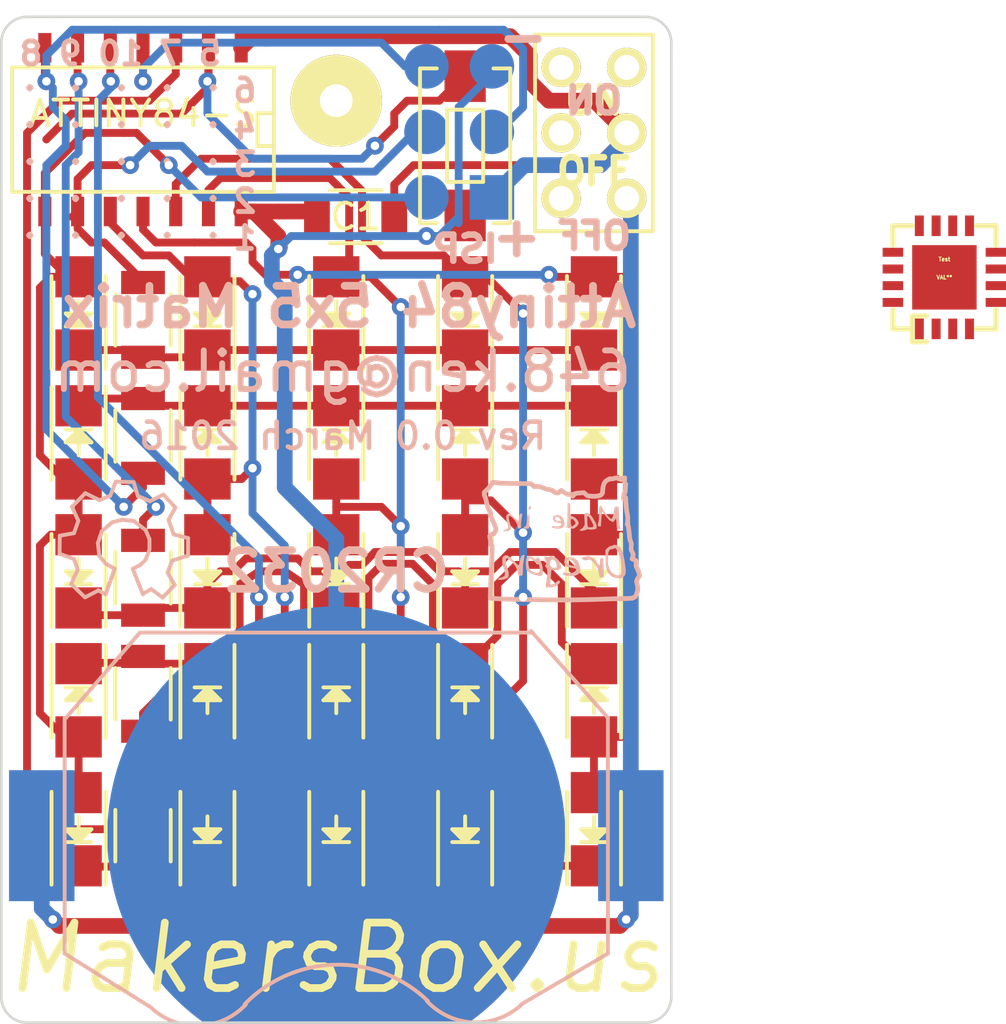
<source format=kicad_pcb>
(kicad_pcb (version 4) (host pcbnew "(2015-08-15 BZR 6092)-product")

  (general
    (links 69)
    (no_connects 0)
    (area 170.949999 81.449999 197.050001 120.550001)
    (thickness 1.6)
    (drawings 25)
    (tracks 377)
    (zones 0)
    (modules 40)
    (nets 21)
  )

  (page USLetter)
  (layers
    (0 F.Cu signal)
    (31 B.Cu signal hide)
    (34 B.Paste user)
    (35 F.Paste user)
    (36 B.SilkS user)
    (37 F.SilkS user)
    (38 B.Mask user)
    (39 F.Mask user)
    (40 Dwgs.User user)
    (44 Edge.Cuts user)
  )

  (setup
    (last_trace_width 0.1524)
    (user_trace_width 0.3048)
    (user_trace_width 0.4064)
    (user_trace_width 0.6096)
    (trace_clearance 0.1524)
    (zone_clearance 0.508)
    (zone_45_only no)
    (trace_min 0.1524)
    (segment_width 0.3)
    (edge_width 0.1)
    (via_size 0.6858)
    (via_drill 0.3302)
    (via_min_size 0.6858)
    (via_min_drill 0.3302)
    (user_via 1 0.5)
    (uvia_size 0.762)
    (uvia_drill 0.508)
    (uvias_allowed no)
    (uvia_min_size 0.508)
    (uvia_min_drill 0.127)
    (pcb_text_width 0.3)
    (pcb_text_size 1.5 1.5)
    (mod_edge_width 0.15)
    (mod_text_size 1 1)
    (mod_text_width 0.15)
    (pad_size 3.556 3.556)
    (pad_drill 1.27)
    (pad_to_mask_clearance 0)
    (aux_axis_origin 0 0)
    (visible_elements 7FFFFFFF)
    (pcbplotparams
      (layerselection 0x010f0_80000001)
      (usegerberextensions true)
      (excludeedgelayer true)
      (linewidth 0.100000)
      (plotframeref false)
      (viasonmask false)
      (mode 1)
      (useauxorigin false)
      (hpglpennumber 1)
      (hpglpenspeed 20)
      (hpglpendiameter 15)
      (hpglpenoverlay 2)
      (psnegative false)
      (psa4output false)
      (plotreference true)
      (plotvalue true)
      (plotinvisibletext false)
      (padsonsilk false)
      (subtractmaskfromsilk false)
      (outputformat 1)
      (mirror false)
      (drillshape 0)
      (scaleselection 1)
      (outputdirectory gerbers/))
  )

  (net 0 "")
  (net 1 GND)
  (net 2 +BATT)
  (net 3 "Net-(IC1-Pad6)")
  (net 4 "Net-(IC1-Pad3)")
  (net 5 "Net-(BT1-Pad1)")
  (net 6 "Net-(IC1-Pad5)")
  (net 7 "Net-(D1-Pad1)")
  (net 8 "Net-(D10-Pad1)")
  (net 9 "Net-(D10-Pad2)")
  (net 10 "Net-(D11-Pad1)")
  (net 11 "Net-(IC1-Pad2)")
  (net 12 "Net-(CON1-Pad1)")
  (net 13 "Net-(CON1-Pad3)")
  (net 14 "Net-(CON1-Pad4)")
  (net 15 "Net-(CON1-Pad5)")
  (net 16 "Net-(D12-Pad2)")
  (net 17 "Net-(D13-Pad2)")
  (net 18 "Net-(D14-Pad2)")
  (net 19 "Net-(D16-Pad1)")
  (net 20 "Net-(D21-Pad1)")

  (net_class Default "This is the default net class."
    (clearance 0.1524)
    (trace_width 0.1524)
    (via_dia 0.6858)
    (via_drill 0.3302)
    (uvia_dia 0.762)
    (uvia_drill 0.508)
    (add_net +BATT)
    (add_net GND)
    (add_net "Net-(BT1-Pad1)")
    (add_net "Net-(CON1-Pad1)")
    (add_net "Net-(CON1-Pad3)")
    (add_net "Net-(CON1-Pad4)")
    (add_net "Net-(CON1-Pad5)")
    (add_net "Net-(D1-Pad1)")
    (add_net "Net-(D10-Pad1)")
    (add_net "Net-(D10-Pad2)")
    (add_net "Net-(D11-Pad1)")
    (add_net "Net-(D12-Pad2)")
    (add_net "Net-(D13-Pad2)")
    (add_net "Net-(D14-Pad2)")
    (add_net "Net-(D16-Pad1)")
    (add_net "Net-(D21-Pad1)")
    (add_net "Net-(IC1-Pad2)")
    (add_net "Net-(IC1-Pad3)")
    (add_net "Net-(IC1-Pad5)")
    (add_net "Net-(IC1-Pad6)")
  )

  (module Pin_Headers:Pin_Header_Straight_2x03 (layer B.Cu) (tedit 56DCB2C3) (tstamp 56DBBE1E)
    (at 187.5 88.5)
    (descr "Through hole pin header")
    (tags "pin header")
    (path /56DC905A)
    (fp_text reference CON1 (at 1 0.5) (layer B.SilkS) hide
      (effects (font (size 1 1) (thickness 0.15)) (justify mirror))
    )
    (fp_text value AVR-ISP-6 (at 1.5 -6) (layer B.Fab) hide
      (effects (font (size 0.508 0.508) (thickness 0.127)) (justify mirror))
    )
    (fp_line (start -1.75 1.75) (end -1.75 -6.85) (layer B.CrtYd) (width 0.05))
    (fp_line (start 4.3 1.75) (end 4.3 -6.85) (layer B.CrtYd) (width 0.05))
    (fp_line (start -1.75 1.75) (end 4.3 1.75) (layer B.CrtYd) (width 0.05))
    (fp_line (start -1.75 -6.85) (end 4.3 -6.85) (layer B.CrtYd) (width 0.05))
    (pad 1 smd oval (at 0 0) (size 1.7272 1.7272) (layers B.Cu B.Paste B.Mask)
      (net 12 "Net-(CON1-Pad1)"))
    (pad 2 smd rect (at 2.54 0) (size 1.7272 1.7272) (layers B.Cu B.Paste B.Mask)
      (net 2 +BATT))
    (pad 3 smd oval (at 0 -2.54) (size 1.7272 1.7272) (layers B.Cu B.Paste B.Mask)
      (net 13 "Net-(CON1-Pad3)"))
    (pad 4 smd oval (at 2.54 -2.54) (size 1.7272 1.7272) (layers B.Cu B.Paste B.Mask)
      (net 14 "Net-(CON1-Pad4)"))
    (pad 5 smd oval (at 0 -5.08) (size 1.7272 1.7272) (layers B.Cu B.Paste B.Mask)
      (net 15 "Net-(CON1-Pad5)"))
    (pad 6 smd oval (at 2.54 -5.08) (size 1.7272 1.7272) (layers B.Cu B.Paste B.Mask)
      (net 1 GND))
    (model Pin_Headers.3dshapes/Pin_Header_Straight_2x03.wrl
      (at (xyz 0.05 -0.1 0))
      (scale (xyz 1 1 1))
      (rotate (xyz 0 0 90))
    )
  )

  (module Connect:1pin (layer F.Cu) (tedit 56DCBA8C) (tstamp 56DCC441)
    (at 184 84.75)
    (descr "module 1 pin (ou trou mecanique de percage)")
    (tags DEV)
    (fp_text reference REF** (at 0 -1) (layer F.SilkS) hide
      (effects (font (size 0.508 0.508) (thickness 0.127)))
    )
    (fp_text value 1pin (at 0 0.5) (layer F.Fab)
      (effects (font (size 1 1) (thickness 0.15)))
    )
    (pad 1 thru_hole circle (at 0 0) (size 3.556 3.556) (drill 1.27) (layers *.Cu *.Mask F.SilkS))
  )

  (module myFootPrints:BATT_CR2032_SMD (layer B.Cu) (tedit 56CFB5D2) (tstamp 56DBB5B1)
    (at 184 113.25 180)
    (tags battery)
    (path /56CFA61E)
    (fp_text reference BT1 (at 0 -5.08 180) (layer B.SilkS) hide
      (effects (font (size 1.72974 1.08712) (thickness 0.27178)) (justify mirror))
    )
    (fp_text value Battery (at 0 2.54 180) (layer B.SilkS) hide
      (effects (font (size 1.524 1.016) (thickness 0.254)) (justify mirror))
    )
    (fp_line (start -7.1755 -6.5405) (end -10.541 -4.572) (layer B.SilkS) (width 0.15))
    (fp_line (start 7.1755 -6.6675) (end 10.541 -4.572) (layer B.SilkS) (width 0.15))
    (fp_arc (start -5.4229 -4.6355) (end -3.5179 -6.4135) (angle -90) (layer B.SilkS) (width 0.15))
    (fp_arc (start 5.4102 -4.7625) (end 7.1882 -6.6675) (angle -90) (layer B.SilkS) (width 0.15))
    (fp_arc (start -0.0635 -10.033) (end -3.556 -6.4135) (angle -90) (layer B.SilkS) (width 0.15))
    (fp_line (start 7.62 7.874) (end 10.541 4.5085) (layer B.SilkS) (width 0.15))
    (fp_line (start -10.541 4.572) (end -7.5565 7.9375) (layer B.SilkS) (width 0.15))
    (fp_line (start -7.62 7.874) (end 7.62 7.874) (layer B.SilkS) (width 0.15))
    (fp_line (start -10.541 -4.572) (end -10.541 4.572) (layer B.SilkS) (width 0.15))
    (fp_line (start 10.541 -4.572) (end 10.541 4.572) (layer B.SilkS) (width 0.15))
    (fp_circle (center 0 0) (end -10.16 0) (layer Dwgs.User) (width 0.15))
    (pad 2 smd circle (at 0 0 180) (size 17.78 17.78) (layers B.Cu B.Paste B.Mask)
      (net 1 GND))
    (pad 1 smd rect (at -11.43 0 180) (size 2.54 5.08) (layers B.Cu B.Paste B.Mask)
      (net 5 "Net-(BT1-Pad1)"))
    (pad 1 smd rect (at 11.43 0 180) (size 2.54 5.08) (layers B.Cu B.Paste B.Mask)
      (net 5 "Net-(BT1-Pad1)"))
  )

  (module Capacitors_SMD:C_1206 (layer F.Cu) (tedit 56DCC40F) (tstamp 56DBB5B7)
    (at 184.75 89.25 180)
    (descr "Capacitor SMD 1206, reflow soldering, AVX (see smccp.pdf)")
    (tags "capacitor 1206")
    (path /553FDF53)
    (attr smd)
    (fp_text reference C1 (at 0 0 180) (layer F.SilkS)
      (effects (font (size 1 1) (thickness 0.15)))
    )
    (fp_text value "0.1 uF" (at 0 2.3 180) (layer F.Fab)
      (effects (font (size 1 1) (thickness 0.15)))
    )
    (fp_line (start -2.3 -1.15) (end 2.3 -1.15) (layer F.CrtYd) (width 0.05))
    (fp_line (start -2.3 1.15) (end 2.3 1.15) (layer F.CrtYd) (width 0.05))
    (fp_line (start -2.3 -1.15) (end -2.3 1.15) (layer F.CrtYd) (width 0.05))
    (fp_line (start 2.3 -1.15) (end 2.3 1.15) (layer F.CrtYd) (width 0.05))
    (fp_line (start 1 -1.025) (end -1 -1.025) (layer F.SilkS) (width 0.15))
    (fp_line (start -1 1.025) (end 1 1.025) (layer F.SilkS) (width 0.15))
    (pad 1 smd rect (at -1.5 0 180) (size 1 1.6) (layers F.Cu F.Paste F.Mask)
      (net 2 +BATT))
    (pad 2 smd rect (at 1.5 0 180) (size 1 1.6) (layers F.Cu F.Paste F.Mask)
      (net 1 GND))
    (model Capacitors_SMD.3dshapes/C_1206.wrl
      (at (xyz 0 0 0))
      (scale (xyz 1 1 1))
      (rotate (xyz 0 0 0))
    )
  )

  (module LEDs:LED-1206 (layer F.Cu) (tedit 56DCC31E) (tstamp 56DBB5BD)
    (at 174 93 90)
    (descr "LED 1206 smd package")
    (tags "LED1206 SMD")
    (path /56CEB302)
    (attr smd)
    (fp_text reference D1 (at 0 -2 90) (layer F.SilkS) hide
      (effects (font (size 1 1) (thickness 0.15)))
    )
    (fp_text value LED (at 0 0 90) (layer F.Fab) hide
      (effects (font (size 0.127 0.127) (thickness 0.03175)))
    )
    (fp_line (start -2.15 1.05) (end 1.45 1.05) (layer F.SilkS) (width 0.15))
    (fp_line (start -2.15 -1.05) (end 1.45 -1.05) (layer F.SilkS) (width 0.15))
    (fp_line (start -0.1 -0.3) (end -0.1 0.3) (layer F.SilkS) (width 0.15))
    (fp_line (start -0.1 0.3) (end -0.4 0) (layer F.SilkS) (width 0.15))
    (fp_line (start -0.4 0) (end -0.2 -0.2) (layer F.SilkS) (width 0.15))
    (fp_line (start -0.2 -0.2) (end -0.2 0.05) (layer F.SilkS) (width 0.15))
    (fp_line (start -0.2 0.05) (end -0.25 0) (layer F.SilkS) (width 0.15))
    (fp_line (start -0.5 -0.5) (end -0.5 0.5) (layer F.SilkS) (width 0.15))
    (fp_line (start 0 0) (end 0.5 0) (layer F.SilkS) (width 0.15))
    (fp_line (start -0.5 0) (end 0 -0.5) (layer F.SilkS) (width 0.15))
    (fp_line (start 0 -0.5) (end 0 0.5) (layer F.SilkS) (width 0.15))
    (fp_line (start 0 0.5) (end -0.5 0) (layer F.SilkS) (width 0.15))
    (fp_line (start 2.5 -1.25) (end -2.5 -1.25) (layer F.CrtYd) (width 0.05))
    (fp_line (start -2.5 -1.25) (end -2.5 1.25) (layer F.CrtYd) (width 0.05))
    (fp_line (start -2.5 1.25) (end 2.5 1.25) (layer F.CrtYd) (width 0.05))
    (fp_line (start 2.5 1.25) (end 2.5 -1.25) (layer F.CrtYd) (width 0.05))
    (pad 2 smd rect (at 1.41986 0 270) (size 1.59766 1.80086) (layers F.Cu F.Paste F.Mask)
      (net 12 "Net-(CON1-Pad1)"))
    (pad 1 smd rect (at -1.41986 0 270) (size 1.59766 1.80086) (layers F.Cu F.Paste F.Mask)
      (net 7 "Net-(D1-Pad1)"))
  )

  (module LEDs:LED-1206 (layer F.Cu) (tedit 56DCC325) (tstamp 56DBB5C3)
    (at 179 93 90)
    (descr "LED 1206 smd package")
    (tags "LED1206 SMD")
    (path /56DBCDF3)
    (attr smd)
    (fp_text reference D2 (at 0 -2 90) (layer F.SilkS) hide
      (effects (font (size 1 1) (thickness 0.15)))
    )
    (fp_text value LED (at 0 0 90) (layer F.Fab)
      (effects (font (size 1 1) (thickness 0.15)))
    )
    (fp_line (start -2.15 1.05) (end 1.45 1.05) (layer F.SilkS) (width 0.15))
    (fp_line (start -2.15 -1.05) (end 1.45 -1.05) (layer F.SilkS) (width 0.15))
    (fp_line (start -0.1 -0.3) (end -0.1 0.3) (layer F.SilkS) (width 0.15))
    (fp_line (start -0.1 0.3) (end -0.4 0) (layer F.SilkS) (width 0.15))
    (fp_line (start -0.4 0) (end -0.2 -0.2) (layer F.SilkS) (width 0.15))
    (fp_line (start -0.2 -0.2) (end -0.2 0.05) (layer F.SilkS) (width 0.15))
    (fp_line (start -0.2 0.05) (end -0.25 0) (layer F.SilkS) (width 0.15))
    (fp_line (start -0.5 -0.5) (end -0.5 0.5) (layer F.SilkS) (width 0.15))
    (fp_line (start 0 0) (end 0.5 0) (layer F.SilkS) (width 0.15))
    (fp_line (start -0.5 0) (end 0 -0.5) (layer F.SilkS) (width 0.15))
    (fp_line (start 0 -0.5) (end 0 0.5) (layer F.SilkS) (width 0.15))
    (fp_line (start 0 0.5) (end -0.5 0) (layer F.SilkS) (width 0.15))
    (fp_line (start 2.5 -1.25) (end -2.5 -1.25) (layer F.CrtYd) (width 0.05))
    (fp_line (start -2.5 -1.25) (end -2.5 1.25) (layer F.CrtYd) (width 0.05))
    (fp_line (start -2.5 1.25) (end 2.5 1.25) (layer F.CrtYd) (width 0.05))
    (fp_line (start 2.5 1.25) (end 2.5 -1.25) (layer F.CrtYd) (width 0.05))
    (pad 2 smd rect (at 1.41986 0 270) (size 1.59766 1.80086) (layers F.Cu F.Paste F.Mask)
      (net 16 "Net-(D12-Pad2)"))
    (pad 1 smd rect (at -1.41986 0 270) (size 1.59766 1.80086) (layers F.Cu F.Paste F.Mask)
      (net 7 "Net-(D1-Pad1)"))
  )

  (module LEDs:LED-1206 (layer F.Cu) (tedit 56DCC33E) (tstamp 56DBB5C9)
    (at 184 93 90)
    (descr "LED 1206 smd package")
    (tags "LED1206 SMD")
    (path /56DBCE22)
    (attr smd)
    (fp_text reference D3 (at 0 -2 90) (layer F.SilkS) hide
      (effects (font (size 1 1) (thickness 0.15)))
    )
    (fp_text value LED (at 0 2 90) (layer F.Fab)
      (effects (font (size 1 1) (thickness 0.15)))
    )
    (fp_line (start -2.15 1.05) (end 1.45 1.05) (layer F.SilkS) (width 0.15))
    (fp_line (start -2.15 -1.05) (end 1.45 -1.05) (layer F.SilkS) (width 0.15))
    (fp_line (start -0.1 -0.3) (end -0.1 0.3) (layer F.SilkS) (width 0.15))
    (fp_line (start -0.1 0.3) (end -0.4 0) (layer F.SilkS) (width 0.15))
    (fp_line (start -0.4 0) (end -0.2 -0.2) (layer F.SilkS) (width 0.15))
    (fp_line (start -0.2 -0.2) (end -0.2 0.05) (layer F.SilkS) (width 0.15))
    (fp_line (start -0.2 0.05) (end -0.25 0) (layer F.SilkS) (width 0.15))
    (fp_line (start -0.5 -0.5) (end -0.5 0.5) (layer F.SilkS) (width 0.15))
    (fp_line (start 0 0) (end 0.5 0) (layer F.SilkS) (width 0.15))
    (fp_line (start -0.5 0) (end 0 -0.5) (layer F.SilkS) (width 0.15))
    (fp_line (start 0 -0.5) (end 0 0.5) (layer F.SilkS) (width 0.15))
    (fp_line (start 0 0.5) (end -0.5 0) (layer F.SilkS) (width 0.15))
    (fp_line (start 2.5 -1.25) (end -2.5 -1.25) (layer F.CrtYd) (width 0.05))
    (fp_line (start -2.5 -1.25) (end -2.5 1.25) (layer F.CrtYd) (width 0.05))
    (fp_line (start -2.5 1.25) (end 2.5 1.25) (layer F.CrtYd) (width 0.05))
    (fp_line (start 2.5 1.25) (end 2.5 -1.25) (layer F.CrtYd) (width 0.05))
    (pad 2 smd rect (at 1.41986 0 270) (size 1.59766 1.80086) (layers F.Cu F.Paste F.Mask)
      (net 17 "Net-(D13-Pad2)"))
    (pad 1 smd rect (at -1.41986 0 270) (size 1.59766 1.80086) (layers F.Cu F.Paste F.Mask)
      (net 7 "Net-(D1-Pad1)"))
  )

  (module LEDs:LED-1206 (layer F.Cu) (tedit 56DCC3C7) (tstamp 56DBB5CF)
    (at 189 93 90)
    (descr "LED 1206 smd package")
    (tags "LED1206 SMD")
    (path /56DBCE50)
    (attr smd)
    (fp_text reference D4 (at 0 -2 90) (layer F.SilkS) hide
      (effects (font (size 1 1) (thickness 0.15)))
    )
    (fp_text value LED (at 0 2 90) (layer F.Fab)
      (effects (font (size 1 1) (thickness 0.15)))
    )
    (fp_line (start -2.15 1.05) (end 1.45 1.05) (layer F.SilkS) (width 0.15))
    (fp_line (start -2.15 -1.05) (end 1.45 -1.05) (layer F.SilkS) (width 0.15))
    (fp_line (start -0.1 -0.3) (end -0.1 0.3) (layer F.SilkS) (width 0.15))
    (fp_line (start -0.1 0.3) (end -0.4 0) (layer F.SilkS) (width 0.15))
    (fp_line (start -0.4 0) (end -0.2 -0.2) (layer F.SilkS) (width 0.15))
    (fp_line (start -0.2 -0.2) (end -0.2 0.05) (layer F.SilkS) (width 0.15))
    (fp_line (start -0.2 0.05) (end -0.25 0) (layer F.SilkS) (width 0.15))
    (fp_line (start -0.5 -0.5) (end -0.5 0.5) (layer F.SilkS) (width 0.15))
    (fp_line (start 0 0) (end 0.5 0) (layer F.SilkS) (width 0.15))
    (fp_line (start -0.5 0) (end 0 -0.5) (layer F.SilkS) (width 0.15))
    (fp_line (start 0 -0.5) (end 0 0.5) (layer F.SilkS) (width 0.15))
    (fp_line (start 0 0.5) (end -0.5 0) (layer F.SilkS) (width 0.15))
    (fp_line (start 2.5 -1.25) (end -2.5 -1.25) (layer F.CrtYd) (width 0.05))
    (fp_line (start -2.5 -1.25) (end -2.5 1.25) (layer F.CrtYd) (width 0.05))
    (fp_line (start -2.5 1.25) (end 2.5 1.25) (layer F.CrtYd) (width 0.05))
    (fp_line (start 2.5 1.25) (end 2.5 -1.25) (layer F.CrtYd) (width 0.05))
    (pad 2 smd rect (at 1.41986 0 270) (size 1.59766 1.80086) (layers F.Cu F.Paste F.Mask)
      (net 18 "Net-(D14-Pad2)"))
    (pad 1 smd rect (at -1.41986 0 270) (size 1.59766 1.80086) (layers F.Cu F.Paste F.Mask)
      (net 7 "Net-(D1-Pad1)"))
  )

  (module LEDs:LED-1206 (layer F.Cu) (tedit 56DCC3C3) (tstamp 56DBB5D5)
    (at 194 93 90)
    (descr "LED 1206 smd package")
    (tags "LED1206 SMD")
    (path /56DBCE85)
    (attr smd)
    (fp_text reference D5 (at 0 -2 90) (layer F.SilkS) hide
      (effects (font (size 1 1) (thickness 0.15)))
    )
    (fp_text value LED (at 0 2 90) (layer F.Fab)
      (effects (font (size 1 1) (thickness 0.15)))
    )
    (fp_line (start -2.15 1.05) (end 1.45 1.05) (layer F.SilkS) (width 0.15))
    (fp_line (start -2.15 -1.05) (end 1.45 -1.05) (layer F.SilkS) (width 0.15))
    (fp_line (start -0.1 -0.3) (end -0.1 0.3) (layer F.SilkS) (width 0.15))
    (fp_line (start -0.1 0.3) (end -0.4 0) (layer F.SilkS) (width 0.15))
    (fp_line (start -0.4 0) (end -0.2 -0.2) (layer F.SilkS) (width 0.15))
    (fp_line (start -0.2 -0.2) (end -0.2 0.05) (layer F.SilkS) (width 0.15))
    (fp_line (start -0.2 0.05) (end -0.25 0) (layer F.SilkS) (width 0.15))
    (fp_line (start -0.5 -0.5) (end -0.5 0.5) (layer F.SilkS) (width 0.15))
    (fp_line (start 0 0) (end 0.5 0) (layer F.SilkS) (width 0.15))
    (fp_line (start -0.5 0) (end 0 -0.5) (layer F.SilkS) (width 0.15))
    (fp_line (start 0 -0.5) (end 0 0.5) (layer F.SilkS) (width 0.15))
    (fp_line (start 0 0.5) (end -0.5 0) (layer F.SilkS) (width 0.15))
    (fp_line (start 2.5 -1.25) (end -2.5 -1.25) (layer F.CrtYd) (width 0.05))
    (fp_line (start -2.5 -1.25) (end -2.5 1.25) (layer F.CrtYd) (width 0.05))
    (fp_line (start -2.5 1.25) (end 2.5 1.25) (layer F.CrtYd) (width 0.05))
    (fp_line (start 2.5 1.25) (end 2.5 -1.25) (layer F.CrtYd) (width 0.05))
    (pad 2 smd rect (at 1.41986 0 270) (size 1.59766 1.80086) (layers F.Cu F.Paste F.Mask)
      (net 9 "Net-(D10-Pad2)"))
    (pad 1 smd rect (at -1.41986 0 270) (size 1.59766 1.80086) (layers F.Cu F.Paste F.Mask)
      (net 7 "Net-(D1-Pad1)"))
  )

  (module LEDs:LED-1206 (layer F.Cu) (tedit 56DCC32E) (tstamp 56DBB5DB)
    (at 174 98 270)
    (descr "LED 1206 smd package")
    (tags "LED1206 SMD")
    (path /56DBD1F6)
    (attr smd)
    (fp_text reference D6 (at 0 -2 270) (layer F.SilkS) hide
      (effects (font (size 1 1) (thickness 0.15)))
    )
    (fp_text value LED (at 0 2 270) (layer F.Fab)
      (effects (font (size 1 1) (thickness 0.15)))
    )
    (fp_line (start -2.15 1.05) (end 1.45 1.05) (layer F.SilkS) (width 0.15))
    (fp_line (start -2.15 -1.05) (end 1.45 -1.05) (layer F.SilkS) (width 0.15))
    (fp_line (start -0.1 -0.3) (end -0.1 0.3) (layer F.SilkS) (width 0.15))
    (fp_line (start -0.1 0.3) (end -0.4 0) (layer F.SilkS) (width 0.15))
    (fp_line (start -0.4 0) (end -0.2 -0.2) (layer F.SilkS) (width 0.15))
    (fp_line (start -0.2 -0.2) (end -0.2 0.05) (layer F.SilkS) (width 0.15))
    (fp_line (start -0.2 0.05) (end -0.25 0) (layer F.SilkS) (width 0.15))
    (fp_line (start -0.5 -0.5) (end -0.5 0.5) (layer F.SilkS) (width 0.15))
    (fp_line (start 0 0) (end 0.5 0) (layer F.SilkS) (width 0.15))
    (fp_line (start -0.5 0) (end 0 -0.5) (layer F.SilkS) (width 0.15))
    (fp_line (start 0 -0.5) (end 0 0.5) (layer F.SilkS) (width 0.15))
    (fp_line (start 0 0.5) (end -0.5 0) (layer F.SilkS) (width 0.15))
    (fp_line (start 2.5 -1.25) (end -2.5 -1.25) (layer F.CrtYd) (width 0.05))
    (fp_line (start -2.5 -1.25) (end -2.5 1.25) (layer F.CrtYd) (width 0.05))
    (fp_line (start -2.5 1.25) (end 2.5 1.25) (layer F.CrtYd) (width 0.05))
    (fp_line (start 2.5 1.25) (end 2.5 -1.25) (layer F.CrtYd) (width 0.05))
    (pad 2 smd rect (at 1.41986 0 90) (size 1.59766 1.80086) (layers F.Cu F.Paste F.Mask)
      (net 12 "Net-(CON1-Pad1)"))
    (pad 1 smd rect (at -1.41986 0 90) (size 1.59766 1.80086) (layers F.Cu F.Paste F.Mask)
      (net 8 "Net-(D10-Pad1)"))
  )

  (module LEDs:LED-1206 (layer F.Cu) (tedit 56DCC339) (tstamp 56DBB5E1)
    (at 179 98 270)
    (descr "LED 1206 smd package")
    (tags "LED1206 SMD")
    (path /56DBD1FC)
    (attr smd)
    (fp_text reference D7 (at 0 -2 270) (layer F.SilkS) hide
      (effects (font (size 1 1) (thickness 0.15)))
    )
    (fp_text value LED (at 0 2 270) (layer F.Fab)
      (effects (font (size 1 1) (thickness 0.15)))
    )
    (fp_line (start -2.15 1.05) (end 1.45 1.05) (layer F.SilkS) (width 0.15))
    (fp_line (start -2.15 -1.05) (end 1.45 -1.05) (layer F.SilkS) (width 0.15))
    (fp_line (start -0.1 -0.3) (end -0.1 0.3) (layer F.SilkS) (width 0.15))
    (fp_line (start -0.1 0.3) (end -0.4 0) (layer F.SilkS) (width 0.15))
    (fp_line (start -0.4 0) (end -0.2 -0.2) (layer F.SilkS) (width 0.15))
    (fp_line (start -0.2 -0.2) (end -0.2 0.05) (layer F.SilkS) (width 0.15))
    (fp_line (start -0.2 0.05) (end -0.25 0) (layer F.SilkS) (width 0.15))
    (fp_line (start -0.5 -0.5) (end -0.5 0.5) (layer F.SilkS) (width 0.15))
    (fp_line (start 0 0) (end 0.5 0) (layer F.SilkS) (width 0.15))
    (fp_line (start -0.5 0) (end 0 -0.5) (layer F.SilkS) (width 0.15))
    (fp_line (start 0 -0.5) (end 0 0.5) (layer F.SilkS) (width 0.15))
    (fp_line (start 0 0.5) (end -0.5 0) (layer F.SilkS) (width 0.15))
    (fp_line (start 2.5 -1.25) (end -2.5 -1.25) (layer F.CrtYd) (width 0.05))
    (fp_line (start -2.5 -1.25) (end -2.5 1.25) (layer F.CrtYd) (width 0.05))
    (fp_line (start -2.5 1.25) (end 2.5 1.25) (layer F.CrtYd) (width 0.05))
    (fp_line (start 2.5 1.25) (end 2.5 -1.25) (layer F.CrtYd) (width 0.05))
    (pad 2 smd rect (at 1.41986 0 90) (size 1.59766 1.80086) (layers F.Cu F.Paste F.Mask)
      (net 16 "Net-(D12-Pad2)"))
    (pad 1 smd rect (at -1.41986 0 90) (size 1.59766 1.80086) (layers F.Cu F.Paste F.Mask)
      (net 8 "Net-(D10-Pad1)"))
  )

  (module LEDs:LED-1206 (layer F.Cu) (tedit 56DCC3D1) (tstamp 56DBB5E7)
    (at 184 98 270)
    (descr "LED 1206 smd package")
    (tags "LED1206 SMD")
    (path /56DBD202)
    (attr smd)
    (fp_text reference D8 (at 0 -2 270) (layer F.SilkS) hide
      (effects (font (size 1 1) (thickness 0.15)))
    )
    (fp_text value LED (at 0 2 270) (layer F.Fab)
      (effects (font (size 1 1) (thickness 0.15)))
    )
    (fp_line (start -2.15 1.05) (end 1.45 1.05) (layer F.SilkS) (width 0.15))
    (fp_line (start -2.15 -1.05) (end 1.45 -1.05) (layer F.SilkS) (width 0.15))
    (fp_line (start -0.1 -0.3) (end -0.1 0.3) (layer F.SilkS) (width 0.15))
    (fp_line (start -0.1 0.3) (end -0.4 0) (layer F.SilkS) (width 0.15))
    (fp_line (start -0.4 0) (end -0.2 -0.2) (layer F.SilkS) (width 0.15))
    (fp_line (start -0.2 -0.2) (end -0.2 0.05) (layer F.SilkS) (width 0.15))
    (fp_line (start -0.2 0.05) (end -0.25 0) (layer F.SilkS) (width 0.15))
    (fp_line (start -0.5 -0.5) (end -0.5 0.5) (layer F.SilkS) (width 0.15))
    (fp_line (start 0 0) (end 0.5 0) (layer F.SilkS) (width 0.15))
    (fp_line (start -0.5 0) (end 0 -0.5) (layer F.SilkS) (width 0.15))
    (fp_line (start 0 -0.5) (end 0 0.5) (layer F.SilkS) (width 0.15))
    (fp_line (start 0 0.5) (end -0.5 0) (layer F.SilkS) (width 0.15))
    (fp_line (start 2.5 -1.25) (end -2.5 -1.25) (layer F.CrtYd) (width 0.05))
    (fp_line (start -2.5 -1.25) (end -2.5 1.25) (layer F.CrtYd) (width 0.05))
    (fp_line (start -2.5 1.25) (end 2.5 1.25) (layer F.CrtYd) (width 0.05))
    (fp_line (start 2.5 1.25) (end 2.5 -1.25) (layer F.CrtYd) (width 0.05))
    (pad 2 smd rect (at 1.41986 0 90) (size 1.59766 1.80086) (layers F.Cu F.Paste F.Mask)
      (net 17 "Net-(D13-Pad2)"))
    (pad 1 smd rect (at -1.41986 0 90) (size 1.59766 1.80086) (layers F.Cu F.Paste F.Mask)
      (net 8 "Net-(D10-Pad1)"))
  )

  (module LEDs:LED-1206 (layer F.Cu) (tedit 56DCC3CD) (tstamp 56DBB5ED)
    (at 189 98 270)
    (descr "LED 1206 smd package")
    (tags "LED1206 SMD")
    (path /56DBD208)
    (attr smd)
    (fp_text reference D9 (at 0 -2 270) (layer F.SilkS) hide
      (effects (font (size 1 1) (thickness 0.15)))
    )
    (fp_text value LED (at 0 2 270) (layer F.Fab)
      (effects (font (size 1 1) (thickness 0.15)))
    )
    (fp_line (start -2.15 1.05) (end 1.45 1.05) (layer F.SilkS) (width 0.15))
    (fp_line (start -2.15 -1.05) (end 1.45 -1.05) (layer F.SilkS) (width 0.15))
    (fp_line (start -0.1 -0.3) (end -0.1 0.3) (layer F.SilkS) (width 0.15))
    (fp_line (start -0.1 0.3) (end -0.4 0) (layer F.SilkS) (width 0.15))
    (fp_line (start -0.4 0) (end -0.2 -0.2) (layer F.SilkS) (width 0.15))
    (fp_line (start -0.2 -0.2) (end -0.2 0.05) (layer F.SilkS) (width 0.15))
    (fp_line (start -0.2 0.05) (end -0.25 0) (layer F.SilkS) (width 0.15))
    (fp_line (start -0.5 -0.5) (end -0.5 0.5) (layer F.SilkS) (width 0.15))
    (fp_line (start 0 0) (end 0.5 0) (layer F.SilkS) (width 0.15))
    (fp_line (start -0.5 0) (end 0 -0.5) (layer F.SilkS) (width 0.15))
    (fp_line (start 0 -0.5) (end 0 0.5) (layer F.SilkS) (width 0.15))
    (fp_line (start 0 0.5) (end -0.5 0) (layer F.SilkS) (width 0.15))
    (fp_line (start 2.5 -1.25) (end -2.5 -1.25) (layer F.CrtYd) (width 0.05))
    (fp_line (start -2.5 -1.25) (end -2.5 1.25) (layer F.CrtYd) (width 0.05))
    (fp_line (start -2.5 1.25) (end 2.5 1.25) (layer F.CrtYd) (width 0.05))
    (fp_line (start 2.5 1.25) (end 2.5 -1.25) (layer F.CrtYd) (width 0.05))
    (pad 2 smd rect (at 1.41986 0 90) (size 1.59766 1.80086) (layers F.Cu F.Paste F.Mask)
      (net 18 "Net-(D14-Pad2)"))
    (pad 1 smd rect (at -1.41986 0 90) (size 1.59766 1.80086) (layers F.Cu F.Paste F.Mask)
      (net 8 "Net-(D10-Pad1)"))
  )

  (module LEDs:LED-1206 (layer F.Cu) (tedit 56DCC3BE) (tstamp 56DBB5F3)
    (at 194 98 270)
    (descr "LED 1206 smd package")
    (tags "LED1206 SMD")
    (path /56DBD20E)
    (attr smd)
    (fp_text reference D10 (at 0 -2 270) (layer F.SilkS) hide
      (effects (font (size 1 1) (thickness 0.15)))
    )
    (fp_text value LED (at 0 2 270) (layer F.Fab)
      (effects (font (size 1 1) (thickness 0.15)))
    )
    (fp_line (start -2.15 1.05) (end 1.45 1.05) (layer F.SilkS) (width 0.15))
    (fp_line (start -2.15 -1.05) (end 1.45 -1.05) (layer F.SilkS) (width 0.15))
    (fp_line (start -0.1 -0.3) (end -0.1 0.3) (layer F.SilkS) (width 0.15))
    (fp_line (start -0.1 0.3) (end -0.4 0) (layer F.SilkS) (width 0.15))
    (fp_line (start -0.4 0) (end -0.2 -0.2) (layer F.SilkS) (width 0.15))
    (fp_line (start -0.2 -0.2) (end -0.2 0.05) (layer F.SilkS) (width 0.15))
    (fp_line (start -0.2 0.05) (end -0.25 0) (layer F.SilkS) (width 0.15))
    (fp_line (start -0.5 -0.5) (end -0.5 0.5) (layer F.SilkS) (width 0.15))
    (fp_line (start 0 0) (end 0.5 0) (layer F.SilkS) (width 0.15))
    (fp_line (start -0.5 0) (end 0 -0.5) (layer F.SilkS) (width 0.15))
    (fp_line (start 0 -0.5) (end 0 0.5) (layer F.SilkS) (width 0.15))
    (fp_line (start 0 0.5) (end -0.5 0) (layer F.SilkS) (width 0.15))
    (fp_line (start 2.5 -1.25) (end -2.5 -1.25) (layer F.CrtYd) (width 0.05))
    (fp_line (start -2.5 -1.25) (end -2.5 1.25) (layer F.CrtYd) (width 0.05))
    (fp_line (start -2.5 1.25) (end 2.5 1.25) (layer F.CrtYd) (width 0.05))
    (fp_line (start 2.5 1.25) (end 2.5 -1.25) (layer F.CrtYd) (width 0.05))
    (pad 2 smd rect (at 1.41986 0 90) (size 1.59766 1.80086) (layers F.Cu F.Paste F.Mask)
      (net 9 "Net-(D10-Pad2)"))
    (pad 1 smd rect (at -1.41986 0 90) (size 1.59766 1.80086) (layers F.Cu F.Paste F.Mask)
      (net 8 "Net-(D10-Pad1)"))
  )

  (module LEDs:LED-1206 (layer F.Cu) (tedit 56DCC31A) (tstamp 56DBB5F9)
    (at 174 103 90)
    (descr "LED 1206 smd package")
    (tags "LED1206 SMD")
    (path /56DBD2A5)
    (attr smd)
    (fp_text reference D11 (at 0 -2 90) (layer F.SilkS) hide
      (effects (font (size 1 1) (thickness 0.15)))
    )
    (fp_text value LED (at 0 2 90) (layer F.Fab)
      (effects (font (size 1 1) (thickness 0.15)))
    )
    (fp_line (start -2.15 1.05) (end 1.45 1.05) (layer F.SilkS) (width 0.15))
    (fp_line (start -2.15 -1.05) (end 1.45 -1.05) (layer F.SilkS) (width 0.15))
    (fp_line (start -0.1 -0.3) (end -0.1 0.3) (layer F.SilkS) (width 0.15))
    (fp_line (start -0.1 0.3) (end -0.4 0) (layer F.SilkS) (width 0.15))
    (fp_line (start -0.4 0) (end -0.2 -0.2) (layer F.SilkS) (width 0.15))
    (fp_line (start -0.2 -0.2) (end -0.2 0.05) (layer F.SilkS) (width 0.15))
    (fp_line (start -0.2 0.05) (end -0.25 0) (layer F.SilkS) (width 0.15))
    (fp_line (start -0.5 -0.5) (end -0.5 0.5) (layer F.SilkS) (width 0.15))
    (fp_line (start 0 0) (end 0.5 0) (layer F.SilkS) (width 0.15))
    (fp_line (start -0.5 0) (end 0 -0.5) (layer F.SilkS) (width 0.15))
    (fp_line (start 0 -0.5) (end 0 0.5) (layer F.SilkS) (width 0.15))
    (fp_line (start 0 0.5) (end -0.5 0) (layer F.SilkS) (width 0.15))
    (fp_line (start 2.5 -1.25) (end -2.5 -1.25) (layer F.CrtYd) (width 0.05))
    (fp_line (start -2.5 -1.25) (end -2.5 1.25) (layer F.CrtYd) (width 0.05))
    (fp_line (start -2.5 1.25) (end 2.5 1.25) (layer F.CrtYd) (width 0.05))
    (fp_line (start 2.5 1.25) (end 2.5 -1.25) (layer F.CrtYd) (width 0.05))
    (pad 2 smd rect (at 1.41986 0 270) (size 1.59766 1.80086) (layers F.Cu F.Paste F.Mask)
      (net 12 "Net-(CON1-Pad1)"))
    (pad 1 smd rect (at -1.41986 0 270) (size 1.59766 1.80086) (layers F.Cu F.Paste F.Mask)
      (net 10 "Net-(D11-Pad1)"))
  )

  (module LEDs:LED-1206 (layer F.Cu) (tedit 56DCC333) (tstamp 56DBB5FF)
    (at 179 103 90)
    (descr "LED 1206 smd package")
    (tags "LED1206 SMD")
    (path /56DBD2AB)
    (attr smd)
    (fp_text reference D12 (at 0 -2 90) (layer F.SilkS) hide
      (effects (font (size 1 1) (thickness 0.15)))
    )
    (fp_text value LED (at 0 2 90) (layer F.Fab)
      (effects (font (size 1 1) (thickness 0.15)))
    )
    (fp_line (start -2.15 1.05) (end 1.45 1.05) (layer F.SilkS) (width 0.15))
    (fp_line (start -2.15 -1.05) (end 1.45 -1.05) (layer F.SilkS) (width 0.15))
    (fp_line (start -0.1 -0.3) (end -0.1 0.3) (layer F.SilkS) (width 0.15))
    (fp_line (start -0.1 0.3) (end -0.4 0) (layer F.SilkS) (width 0.15))
    (fp_line (start -0.4 0) (end -0.2 -0.2) (layer F.SilkS) (width 0.15))
    (fp_line (start -0.2 -0.2) (end -0.2 0.05) (layer F.SilkS) (width 0.15))
    (fp_line (start -0.2 0.05) (end -0.25 0) (layer F.SilkS) (width 0.15))
    (fp_line (start -0.5 -0.5) (end -0.5 0.5) (layer F.SilkS) (width 0.15))
    (fp_line (start 0 0) (end 0.5 0) (layer F.SilkS) (width 0.15))
    (fp_line (start -0.5 0) (end 0 -0.5) (layer F.SilkS) (width 0.15))
    (fp_line (start 0 -0.5) (end 0 0.5) (layer F.SilkS) (width 0.15))
    (fp_line (start 0 0.5) (end -0.5 0) (layer F.SilkS) (width 0.15))
    (fp_line (start 2.5 -1.25) (end -2.5 -1.25) (layer F.CrtYd) (width 0.05))
    (fp_line (start -2.5 -1.25) (end -2.5 1.25) (layer F.CrtYd) (width 0.05))
    (fp_line (start -2.5 1.25) (end 2.5 1.25) (layer F.CrtYd) (width 0.05))
    (fp_line (start 2.5 1.25) (end 2.5 -1.25) (layer F.CrtYd) (width 0.05))
    (pad 2 smd rect (at 1.41986 0 270) (size 1.59766 1.80086) (layers F.Cu F.Paste F.Mask)
      (net 16 "Net-(D12-Pad2)"))
    (pad 1 smd rect (at -1.41986 0 270) (size 1.59766 1.80086) (layers F.Cu F.Paste F.Mask)
      (net 10 "Net-(D11-Pad1)"))
  )

  (module LEDs:LED-1206 (layer F.Cu) (tedit 56DCC39E) (tstamp 56DBB605)
    (at 184 103 90)
    (descr "LED 1206 smd package")
    (tags "LED1206 SMD")
    (path /56DBD2B1)
    (attr smd)
    (fp_text reference D13 (at 0 -2 90) (layer F.SilkS) hide
      (effects (font (size 1 1) (thickness 0.15)))
    )
    (fp_text value LED (at 0 2 90) (layer F.Fab)
      (effects (font (size 1 1) (thickness 0.15)))
    )
    (fp_line (start -2.15 1.05) (end 1.45 1.05) (layer F.SilkS) (width 0.15))
    (fp_line (start -2.15 -1.05) (end 1.45 -1.05) (layer F.SilkS) (width 0.15))
    (fp_line (start -0.1 -0.3) (end -0.1 0.3) (layer F.SilkS) (width 0.15))
    (fp_line (start -0.1 0.3) (end -0.4 0) (layer F.SilkS) (width 0.15))
    (fp_line (start -0.4 0) (end -0.2 -0.2) (layer F.SilkS) (width 0.15))
    (fp_line (start -0.2 -0.2) (end -0.2 0.05) (layer F.SilkS) (width 0.15))
    (fp_line (start -0.2 0.05) (end -0.25 0) (layer F.SilkS) (width 0.15))
    (fp_line (start -0.5 -0.5) (end -0.5 0.5) (layer F.SilkS) (width 0.15))
    (fp_line (start 0 0) (end 0.5 0) (layer F.SilkS) (width 0.15))
    (fp_line (start -0.5 0) (end 0 -0.5) (layer F.SilkS) (width 0.15))
    (fp_line (start 0 -0.5) (end 0 0.5) (layer F.SilkS) (width 0.15))
    (fp_line (start 0 0.5) (end -0.5 0) (layer F.SilkS) (width 0.15))
    (fp_line (start 2.5 -1.25) (end -2.5 -1.25) (layer F.CrtYd) (width 0.05))
    (fp_line (start -2.5 -1.25) (end -2.5 1.25) (layer F.CrtYd) (width 0.05))
    (fp_line (start -2.5 1.25) (end 2.5 1.25) (layer F.CrtYd) (width 0.05))
    (fp_line (start 2.5 1.25) (end 2.5 -1.25) (layer F.CrtYd) (width 0.05))
    (pad 2 smd rect (at 1.41986 0 270) (size 1.59766 1.80086) (layers F.Cu F.Paste F.Mask)
      (net 17 "Net-(D13-Pad2)"))
    (pad 1 smd rect (at -1.41986 0 270) (size 1.59766 1.80086) (layers F.Cu F.Paste F.Mask)
      (net 10 "Net-(D11-Pad1)"))
  )

  (module LEDs:LED-1206 (layer F.Cu) (tedit 56DCC3A3) (tstamp 56DBB60B)
    (at 189 103 90)
    (descr "LED 1206 smd package")
    (tags "LED1206 SMD")
    (path /56DBD2B7)
    (attr smd)
    (fp_text reference D14 (at 0 -2 90) (layer F.SilkS) hide
      (effects (font (size 1 1) (thickness 0.15)))
    )
    (fp_text value LED (at 0 2 90) (layer F.Fab)
      (effects (font (size 1 1) (thickness 0.15)))
    )
    (fp_line (start -2.15 1.05) (end 1.45 1.05) (layer F.SilkS) (width 0.15))
    (fp_line (start -2.15 -1.05) (end 1.45 -1.05) (layer F.SilkS) (width 0.15))
    (fp_line (start -0.1 -0.3) (end -0.1 0.3) (layer F.SilkS) (width 0.15))
    (fp_line (start -0.1 0.3) (end -0.4 0) (layer F.SilkS) (width 0.15))
    (fp_line (start -0.4 0) (end -0.2 -0.2) (layer F.SilkS) (width 0.15))
    (fp_line (start -0.2 -0.2) (end -0.2 0.05) (layer F.SilkS) (width 0.15))
    (fp_line (start -0.2 0.05) (end -0.25 0) (layer F.SilkS) (width 0.15))
    (fp_line (start -0.5 -0.5) (end -0.5 0.5) (layer F.SilkS) (width 0.15))
    (fp_line (start 0 0) (end 0.5 0) (layer F.SilkS) (width 0.15))
    (fp_line (start -0.5 0) (end 0 -0.5) (layer F.SilkS) (width 0.15))
    (fp_line (start 0 -0.5) (end 0 0.5) (layer F.SilkS) (width 0.15))
    (fp_line (start 0 0.5) (end -0.5 0) (layer F.SilkS) (width 0.15))
    (fp_line (start 2.5 -1.25) (end -2.5 -1.25) (layer F.CrtYd) (width 0.05))
    (fp_line (start -2.5 -1.25) (end -2.5 1.25) (layer F.CrtYd) (width 0.05))
    (fp_line (start -2.5 1.25) (end 2.5 1.25) (layer F.CrtYd) (width 0.05))
    (fp_line (start 2.5 1.25) (end 2.5 -1.25) (layer F.CrtYd) (width 0.05))
    (pad 2 smd rect (at 1.41986 0 270) (size 1.59766 1.80086) (layers F.Cu F.Paste F.Mask)
      (net 18 "Net-(D14-Pad2)"))
    (pad 1 smd rect (at -1.41986 0 270) (size 1.59766 1.80086) (layers F.Cu F.Paste F.Mask)
      (net 10 "Net-(D11-Pad1)"))
  )

  (module LEDs:LED-1206 (layer F.Cu) (tedit 56DCC3A9) (tstamp 56DBB611)
    (at 194 103 90)
    (descr "LED 1206 smd package")
    (tags "LED1206 SMD")
    (path /56DBD2BD)
    (attr smd)
    (fp_text reference D15 (at 0 -2 90) (layer F.SilkS) hide
      (effects (font (size 1 1) (thickness 0.15)))
    )
    (fp_text value LED (at 0 2 90) (layer F.Fab)
      (effects (font (size 1 1) (thickness 0.15)))
    )
    (fp_line (start -2.15 1.05) (end 1.45 1.05) (layer F.SilkS) (width 0.15))
    (fp_line (start -2.15 -1.05) (end 1.45 -1.05) (layer F.SilkS) (width 0.15))
    (fp_line (start -0.1 -0.3) (end -0.1 0.3) (layer F.SilkS) (width 0.15))
    (fp_line (start -0.1 0.3) (end -0.4 0) (layer F.SilkS) (width 0.15))
    (fp_line (start -0.4 0) (end -0.2 -0.2) (layer F.SilkS) (width 0.15))
    (fp_line (start -0.2 -0.2) (end -0.2 0.05) (layer F.SilkS) (width 0.15))
    (fp_line (start -0.2 0.05) (end -0.25 0) (layer F.SilkS) (width 0.15))
    (fp_line (start -0.5 -0.5) (end -0.5 0.5) (layer F.SilkS) (width 0.15))
    (fp_line (start 0 0) (end 0.5 0) (layer F.SilkS) (width 0.15))
    (fp_line (start -0.5 0) (end 0 -0.5) (layer F.SilkS) (width 0.15))
    (fp_line (start 0 -0.5) (end 0 0.5) (layer F.SilkS) (width 0.15))
    (fp_line (start 0 0.5) (end -0.5 0) (layer F.SilkS) (width 0.15))
    (fp_line (start 2.5 -1.25) (end -2.5 -1.25) (layer F.CrtYd) (width 0.05))
    (fp_line (start -2.5 -1.25) (end -2.5 1.25) (layer F.CrtYd) (width 0.05))
    (fp_line (start -2.5 1.25) (end 2.5 1.25) (layer F.CrtYd) (width 0.05))
    (fp_line (start 2.5 1.25) (end 2.5 -1.25) (layer F.CrtYd) (width 0.05))
    (pad 2 smd rect (at 1.41986 0 270) (size 1.59766 1.80086) (layers F.Cu F.Paste F.Mask)
      (net 9 "Net-(D10-Pad2)"))
    (pad 1 smd rect (at -1.41986 0 270) (size 1.59766 1.80086) (layers F.Cu F.Paste F.Mask)
      (net 10 "Net-(D11-Pad1)"))
  )

  (module LEDs:LED-1206 (layer F.Cu) (tedit 56DCF5FD) (tstamp 56DBB617)
    (at 174 108 270)
    (descr "LED 1206 smd package")
    (tags "LED1206 SMD")
    (path /56DBD98A)
    (attr smd)
    (fp_text reference D16 (at 0 -2 270) (layer F.SilkS) hide
      (effects (font (size 1 1) (thickness 0.15)))
    )
    (fp_text value LED (at 0 2 270) (layer F.Fab)
      (effects (font (size 1 1) (thickness 0.15)))
    )
    (fp_line (start -2.15 1.05) (end 1.45 1.05) (layer F.SilkS) (width 0.15))
    (fp_line (start -2.15 -1.05) (end 1.45 -1.05) (layer F.SilkS) (width 0.15))
    (fp_line (start -0.1 -0.3) (end -0.1 0.3) (layer F.SilkS) (width 0.15))
    (fp_line (start -0.1 0.3) (end -0.4 0) (layer F.SilkS) (width 0.15))
    (fp_line (start -0.4 0) (end -0.2 -0.2) (layer F.SilkS) (width 0.15))
    (fp_line (start -0.2 -0.2) (end -0.2 0.05) (layer F.SilkS) (width 0.15))
    (fp_line (start -0.2 0.05) (end -0.25 0) (layer F.SilkS) (width 0.15))
    (fp_line (start -0.5 -0.5) (end -0.5 0.5) (layer F.SilkS) (width 0.15))
    (fp_line (start 0 0) (end 0.5 0) (layer F.SilkS) (width 0.15))
    (fp_line (start -0.5 0) (end 0 -0.5) (layer F.SilkS) (width 0.15))
    (fp_line (start 0 -0.5) (end 0 0.5) (layer F.SilkS) (width 0.15))
    (fp_line (start 0 0.5) (end -0.5 0) (layer F.SilkS) (width 0.15))
    (fp_line (start 2.5 -1.25) (end -2.5 -1.25) (layer F.CrtYd) (width 0.05))
    (fp_line (start -2.5 -1.25) (end -2.5 1.25) (layer F.CrtYd) (width 0.05))
    (fp_line (start -2.5 1.25) (end 2.5 1.25) (layer F.CrtYd) (width 0.05))
    (fp_line (start 2.5 1.25) (end 2.5 -1.25) (layer F.CrtYd) (width 0.05))
    (pad 2 smd rect (at 1.41986 0 90) (size 1.59766 1.80086) (layers F.Cu F.Paste F.Mask)
      (net 12 "Net-(CON1-Pad1)"))
    (pad 1 smd rect (at -1.41986 0 90) (size 1.59766 1.80086) (layers F.Cu F.Paste F.Mask)
      (net 19 "Net-(D16-Pad1)"))
  )

  (module LEDs:LED-1206 (layer F.Cu) (tedit 56DCC398) (tstamp 56DBB61D)
    (at 179 108 270)
    (descr "LED 1206 smd package")
    (tags "LED1206 SMD")
    (path /56DBD990)
    (attr smd)
    (fp_text reference D17 (at 0 -2 270) (layer F.SilkS) hide
      (effects (font (size 1 1) (thickness 0.15)))
    )
    (fp_text value LED (at 0 2 270) (layer F.Fab)
      (effects (font (size 1 1) (thickness 0.15)))
    )
    (fp_line (start -2.15 1.05) (end 1.45 1.05) (layer F.SilkS) (width 0.15))
    (fp_line (start -2.15 -1.05) (end 1.45 -1.05) (layer F.SilkS) (width 0.15))
    (fp_line (start -0.1 -0.3) (end -0.1 0.3) (layer F.SilkS) (width 0.15))
    (fp_line (start -0.1 0.3) (end -0.4 0) (layer F.SilkS) (width 0.15))
    (fp_line (start -0.4 0) (end -0.2 -0.2) (layer F.SilkS) (width 0.15))
    (fp_line (start -0.2 -0.2) (end -0.2 0.05) (layer F.SilkS) (width 0.15))
    (fp_line (start -0.2 0.05) (end -0.25 0) (layer F.SilkS) (width 0.15))
    (fp_line (start -0.5 -0.5) (end -0.5 0.5) (layer F.SilkS) (width 0.15))
    (fp_line (start 0 0) (end 0.5 0) (layer F.SilkS) (width 0.15))
    (fp_line (start -0.5 0) (end 0 -0.5) (layer F.SilkS) (width 0.15))
    (fp_line (start 0 -0.5) (end 0 0.5) (layer F.SilkS) (width 0.15))
    (fp_line (start 0 0.5) (end -0.5 0) (layer F.SilkS) (width 0.15))
    (fp_line (start 2.5 -1.25) (end -2.5 -1.25) (layer F.CrtYd) (width 0.05))
    (fp_line (start -2.5 -1.25) (end -2.5 1.25) (layer F.CrtYd) (width 0.05))
    (fp_line (start -2.5 1.25) (end 2.5 1.25) (layer F.CrtYd) (width 0.05))
    (fp_line (start 2.5 1.25) (end 2.5 -1.25) (layer F.CrtYd) (width 0.05))
    (pad 2 smd rect (at 1.41986 0 90) (size 1.59766 1.80086) (layers F.Cu F.Paste F.Mask)
      (net 16 "Net-(D12-Pad2)"))
    (pad 1 smd rect (at -1.41986 0 90) (size 1.59766 1.80086) (layers F.Cu F.Paste F.Mask)
      (net 19 "Net-(D16-Pad1)"))
  )

  (module LEDs:LED-1206 (layer F.Cu) (tedit 56DCC393) (tstamp 56DBB623)
    (at 184 108 270)
    (descr "LED 1206 smd package")
    (tags "LED1206 SMD")
    (path /56DBD996)
    (attr smd)
    (fp_text reference D18 (at 0 -2 270) (layer F.SilkS) hide
      (effects (font (size 1 1) (thickness 0.15)))
    )
    (fp_text value LED (at 0 2 270) (layer F.Fab)
      (effects (font (size 1 1) (thickness 0.15)))
    )
    (fp_line (start -2.15 1.05) (end 1.45 1.05) (layer F.SilkS) (width 0.15))
    (fp_line (start -2.15 -1.05) (end 1.45 -1.05) (layer F.SilkS) (width 0.15))
    (fp_line (start -0.1 -0.3) (end -0.1 0.3) (layer F.SilkS) (width 0.15))
    (fp_line (start -0.1 0.3) (end -0.4 0) (layer F.SilkS) (width 0.15))
    (fp_line (start -0.4 0) (end -0.2 -0.2) (layer F.SilkS) (width 0.15))
    (fp_line (start -0.2 -0.2) (end -0.2 0.05) (layer F.SilkS) (width 0.15))
    (fp_line (start -0.2 0.05) (end -0.25 0) (layer F.SilkS) (width 0.15))
    (fp_line (start -0.5 -0.5) (end -0.5 0.5) (layer F.SilkS) (width 0.15))
    (fp_line (start 0 0) (end 0.5 0) (layer F.SilkS) (width 0.15))
    (fp_line (start -0.5 0) (end 0 -0.5) (layer F.SilkS) (width 0.15))
    (fp_line (start 0 -0.5) (end 0 0.5) (layer F.SilkS) (width 0.15))
    (fp_line (start 0 0.5) (end -0.5 0) (layer F.SilkS) (width 0.15))
    (fp_line (start 2.5 -1.25) (end -2.5 -1.25) (layer F.CrtYd) (width 0.05))
    (fp_line (start -2.5 -1.25) (end -2.5 1.25) (layer F.CrtYd) (width 0.05))
    (fp_line (start -2.5 1.25) (end 2.5 1.25) (layer F.CrtYd) (width 0.05))
    (fp_line (start 2.5 1.25) (end 2.5 -1.25) (layer F.CrtYd) (width 0.05))
    (pad 2 smd rect (at 1.41986 0 90) (size 1.59766 1.80086) (layers F.Cu F.Paste F.Mask)
      (net 17 "Net-(D13-Pad2)"))
    (pad 1 smd rect (at -1.41986 0 90) (size 1.59766 1.80086) (layers F.Cu F.Paste F.Mask)
      (net 19 "Net-(D16-Pad1)"))
  )

  (module LEDs:LED-1206 (layer F.Cu) (tedit 56DCC38D) (tstamp 56DBB629)
    (at 189 108 270)
    (descr "LED 1206 smd package")
    (tags "LED1206 SMD")
    (path /56DBD99C)
    (attr smd)
    (fp_text reference D19 (at 0 -2 270) (layer F.SilkS) hide
      (effects (font (size 1 1) (thickness 0.15)))
    )
    (fp_text value LED (at 0 2 270) (layer F.Fab)
      (effects (font (size 1 1) (thickness 0.15)))
    )
    (fp_line (start -2.15 1.05) (end 1.45 1.05) (layer F.SilkS) (width 0.15))
    (fp_line (start -2.15 -1.05) (end 1.45 -1.05) (layer F.SilkS) (width 0.15))
    (fp_line (start -0.1 -0.3) (end -0.1 0.3) (layer F.SilkS) (width 0.15))
    (fp_line (start -0.1 0.3) (end -0.4 0) (layer F.SilkS) (width 0.15))
    (fp_line (start -0.4 0) (end -0.2 -0.2) (layer F.SilkS) (width 0.15))
    (fp_line (start -0.2 -0.2) (end -0.2 0.05) (layer F.SilkS) (width 0.15))
    (fp_line (start -0.2 0.05) (end -0.25 0) (layer F.SilkS) (width 0.15))
    (fp_line (start -0.5 -0.5) (end -0.5 0.5) (layer F.SilkS) (width 0.15))
    (fp_line (start 0 0) (end 0.5 0) (layer F.SilkS) (width 0.15))
    (fp_line (start -0.5 0) (end 0 -0.5) (layer F.SilkS) (width 0.15))
    (fp_line (start 0 -0.5) (end 0 0.5) (layer F.SilkS) (width 0.15))
    (fp_line (start 0 0.5) (end -0.5 0) (layer F.SilkS) (width 0.15))
    (fp_line (start 2.5 -1.25) (end -2.5 -1.25) (layer F.CrtYd) (width 0.05))
    (fp_line (start -2.5 -1.25) (end -2.5 1.25) (layer F.CrtYd) (width 0.05))
    (fp_line (start -2.5 1.25) (end 2.5 1.25) (layer F.CrtYd) (width 0.05))
    (fp_line (start 2.5 1.25) (end 2.5 -1.25) (layer F.CrtYd) (width 0.05))
    (pad 2 smd rect (at 1.41986 0 90) (size 1.59766 1.80086) (layers F.Cu F.Paste F.Mask)
      (net 18 "Net-(D14-Pad2)"))
    (pad 1 smd rect (at -1.41986 0 90) (size 1.59766 1.80086) (layers F.Cu F.Paste F.Mask)
      (net 19 "Net-(D16-Pad1)"))
  )

  (module LEDs:LED-1206 (layer F.Cu) (tedit 56DCC3BA) (tstamp 56DBB62F)
    (at 194 108 270)
    (descr "LED 1206 smd package")
    (tags "LED1206 SMD")
    (path /56DBD9A2)
    (attr smd)
    (fp_text reference D20 (at 0 -2 270) (layer F.SilkS) hide
      (effects (font (size 1 1) (thickness 0.15)))
    )
    (fp_text value LED (at 0 2 270) (layer F.Fab)
      (effects (font (size 1 1) (thickness 0.15)))
    )
    (fp_line (start -2.15 1.05) (end 1.45 1.05) (layer F.SilkS) (width 0.15))
    (fp_line (start -2.15 -1.05) (end 1.45 -1.05) (layer F.SilkS) (width 0.15))
    (fp_line (start -0.1 -0.3) (end -0.1 0.3) (layer F.SilkS) (width 0.15))
    (fp_line (start -0.1 0.3) (end -0.4 0) (layer F.SilkS) (width 0.15))
    (fp_line (start -0.4 0) (end -0.2 -0.2) (layer F.SilkS) (width 0.15))
    (fp_line (start -0.2 -0.2) (end -0.2 0.05) (layer F.SilkS) (width 0.15))
    (fp_line (start -0.2 0.05) (end -0.25 0) (layer F.SilkS) (width 0.15))
    (fp_line (start -0.5 -0.5) (end -0.5 0.5) (layer F.SilkS) (width 0.15))
    (fp_line (start 0 0) (end 0.5 0) (layer F.SilkS) (width 0.15))
    (fp_line (start -0.5 0) (end 0 -0.5) (layer F.SilkS) (width 0.15))
    (fp_line (start 0 -0.5) (end 0 0.5) (layer F.SilkS) (width 0.15))
    (fp_line (start 0 0.5) (end -0.5 0) (layer F.SilkS) (width 0.15))
    (fp_line (start 2.5 -1.25) (end -2.5 -1.25) (layer F.CrtYd) (width 0.05))
    (fp_line (start -2.5 -1.25) (end -2.5 1.25) (layer F.CrtYd) (width 0.05))
    (fp_line (start -2.5 1.25) (end 2.5 1.25) (layer F.CrtYd) (width 0.05))
    (fp_line (start 2.5 1.25) (end 2.5 -1.25) (layer F.CrtYd) (width 0.05))
    (pad 2 smd rect (at 1.41986 0 90) (size 1.59766 1.80086) (layers F.Cu F.Paste F.Mask)
      (net 9 "Net-(D10-Pad2)"))
    (pad 1 smd rect (at -1.41986 0 90) (size 1.59766 1.80086) (layers F.Cu F.Paste F.Mask)
      (net 19 "Net-(D16-Pad1)"))
  )

  (module LEDs:LED-1206 (layer F.Cu) (tedit 56DCC371) (tstamp 56DBB635)
    (at 174 113 90)
    (descr "LED 1206 smd package")
    (tags "LED1206 SMD")
    (path /56DBDA89)
    (attr smd)
    (fp_text reference D21 (at 0 -2 90) (layer F.SilkS) hide
      (effects (font (size 1 1) (thickness 0.15)))
    )
    (fp_text value LED (at 0 2 90) (layer F.Fab)
      (effects (font (size 1 1) (thickness 0.15)))
    )
    (fp_line (start -2.15 1.05) (end 1.45 1.05) (layer F.SilkS) (width 0.15))
    (fp_line (start -2.15 -1.05) (end 1.45 -1.05) (layer F.SilkS) (width 0.15))
    (fp_line (start -0.1 -0.3) (end -0.1 0.3) (layer F.SilkS) (width 0.15))
    (fp_line (start -0.1 0.3) (end -0.4 0) (layer F.SilkS) (width 0.15))
    (fp_line (start -0.4 0) (end -0.2 -0.2) (layer F.SilkS) (width 0.15))
    (fp_line (start -0.2 -0.2) (end -0.2 0.05) (layer F.SilkS) (width 0.15))
    (fp_line (start -0.2 0.05) (end -0.25 0) (layer F.SilkS) (width 0.15))
    (fp_line (start -0.5 -0.5) (end -0.5 0.5) (layer F.SilkS) (width 0.15))
    (fp_line (start 0 0) (end 0.5 0) (layer F.SilkS) (width 0.15))
    (fp_line (start -0.5 0) (end 0 -0.5) (layer F.SilkS) (width 0.15))
    (fp_line (start 0 -0.5) (end 0 0.5) (layer F.SilkS) (width 0.15))
    (fp_line (start 0 0.5) (end -0.5 0) (layer F.SilkS) (width 0.15))
    (fp_line (start 2.5 -1.25) (end -2.5 -1.25) (layer F.CrtYd) (width 0.05))
    (fp_line (start -2.5 -1.25) (end -2.5 1.25) (layer F.CrtYd) (width 0.05))
    (fp_line (start -2.5 1.25) (end 2.5 1.25) (layer F.CrtYd) (width 0.05))
    (fp_line (start 2.5 1.25) (end 2.5 -1.25) (layer F.CrtYd) (width 0.05))
    (pad 2 smd rect (at 1.41986 0 270) (size 1.59766 1.80086) (layers F.Cu F.Paste F.Mask)
      (net 12 "Net-(CON1-Pad1)"))
    (pad 1 smd rect (at -1.41986 0 270) (size 1.59766 1.80086) (layers F.Cu F.Paste F.Mask)
      (net 20 "Net-(D21-Pad1)"))
  )

  (module LEDs:LED-1206 (layer F.Cu) (tedit 56DCC3FE) (tstamp 56DBB63B)
    (at 179 113 90)
    (descr "LED 1206 smd package")
    (tags "LED1206 SMD")
    (path /56DBDA8F)
    (attr smd)
    (fp_text reference D22 (at 0 -2 90) (layer F.SilkS) hide
      (effects (font (size 1 1) (thickness 0.15)))
    )
    (fp_text value LED (at 0 2 90) (layer F.Fab)
      (effects (font (size 1 1) (thickness 0.15)))
    )
    (fp_line (start -2.15 1.05) (end 1.45 1.05) (layer F.SilkS) (width 0.15))
    (fp_line (start -2.15 -1.05) (end 1.45 -1.05) (layer F.SilkS) (width 0.15))
    (fp_line (start -0.1 -0.3) (end -0.1 0.3) (layer F.SilkS) (width 0.15))
    (fp_line (start -0.1 0.3) (end -0.4 0) (layer F.SilkS) (width 0.15))
    (fp_line (start -0.4 0) (end -0.2 -0.2) (layer F.SilkS) (width 0.15))
    (fp_line (start -0.2 -0.2) (end -0.2 0.05) (layer F.SilkS) (width 0.15))
    (fp_line (start -0.2 0.05) (end -0.25 0) (layer F.SilkS) (width 0.15))
    (fp_line (start -0.5 -0.5) (end -0.5 0.5) (layer F.SilkS) (width 0.15))
    (fp_line (start 0 0) (end 0.5 0) (layer F.SilkS) (width 0.15))
    (fp_line (start -0.5 0) (end 0 -0.5) (layer F.SilkS) (width 0.15))
    (fp_line (start 0 -0.5) (end 0 0.5) (layer F.SilkS) (width 0.15))
    (fp_line (start 0 0.5) (end -0.5 0) (layer F.SilkS) (width 0.15))
    (fp_line (start 2.5 -1.25) (end -2.5 -1.25) (layer F.CrtYd) (width 0.05))
    (fp_line (start -2.5 -1.25) (end -2.5 1.25) (layer F.CrtYd) (width 0.05))
    (fp_line (start -2.5 1.25) (end 2.5 1.25) (layer F.CrtYd) (width 0.05))
    (fp_line (start 2.5 1.25) (end 2.5 -1.25) (layer F.CrtYd) (width 0.05))
    (pad 2 smd rect (at 1.41986 0 270) (size 1.59766 1.80086) (layers F.Cu F.Paste F.Mask)
      (net 16 "Net-(D12-Pad2)"))
    (pad 1 smd rect (at -1.41986 0 270) (size 1.59766 1.80086) (layers F.Cu F.Paste F.Mask)
      (net 20 "Net-(D21-Pad1)"))
  )

  (module LEDs:LED-1206 (layer F.Cu) (tedit 56DCC37C) (tstamp 56DBB641)
    (at 184 113 90)
    (descr "LED 1206 smd package")
    (tags "LED1206 SMD")
    (path /56DBDA95)
    (attr smd)
    (fp_text reference D23 (at 0 -2 90) (layer F.SilkS) hide
      (effects (font (size 1 1) (thickness 0.15)))
    )
    (fp_text value LED (at 0 2 90) (layer F.Fab)
      (effects (font (size 1 1) (thickness 0.15)))
    )
    (fp_line (start -2.15 1.05) (end 1.45 1.05) (layer F.SilkS) (width 0.15))
    (fp_line (start -2.15 -1.05) (end 1.45 -1.05) (layer F.SilkS) (width 0.15))
    (fp_line (start -0.1 -0.3) (end -0.1 0.3) (layer F.SilkS) (width 0.15))
    (fp_line (start -0.1 0.3) (end -0.4 0) (layer F.SilkS) (width 0.15))
    (fp_line (start -0.4 0) (end -0.2 -0.2) (layer F.SilkS) (width 0.15))
    (fp_line (start -0.2 -0.2) (end -0.2 0.05) (layer F.SilkS) (width 0.15))
    (fp_line (start -0.2 0.05) (end -0.25 0) (layer F.SilkS) (width 0.15))
    (fp_line (start -0.5 -0.5) (end -0.5 0.5) (layer F.SilkS) (width 0.15))
    (fp_line (start 0 0) (end 0.5 0) (layer F.SilkS) (width 0.15))
    (fp_line (start -0.5 0) (end 0 -0.5) (layer F.SilkS) (width 0.15))
    (fp_line (start 0 -0.5) (end 0 0.5) (layer F.SilkS) (width 0.15))
    (fp_line (start 0 0.5) (end -0.5 0) (layer F.SilkS) (width 0.15))
    (fp_line (start 2.5 -1.25) (end -2.5 -1.25) (layer F.CrtYd) (width 0.05))
    (fp_line (start -2.5 -1.25) (end -2.5 1.25) (layer F.CrtYd) (width 0.05))
    (fp_line (start -2.5 1.25) (end 2.5 1.25) (layer F.CrtYd) (width 0.05))
    (fp_line (start 2.5 1.25) (end 2.5 -1.25) (layer F.CrtYd) (width 0.05))
    (pad 2 smd rect (at 1.41986 0 270) (size 1.59766 1.80086) (layers F.Cu F.Paste F.Mask)
      (net 17 "Net-(D13-Pad2)"))
    (pad 1 smd rect (at -1.41986 0 270) (size 1.59766 1.80086) (layers F.Cu F.Paste F.Mask)
      (net 20 "Net-(D21-Pad1)"))
  )

  (module LEDs:LED-1206 (layer F.Cu) (tedit 56DCC381) (tstamp 56DBB647)
    (at 189 113 90)
    (descr "LED 1206 smd package")
    (tags "LED1206 SMD")
    (path /56DBDA9B)
    (attr smd)
    (fp_text reference D24 (at 0 -2 90) (layer F.SilkS) hide
      (effects (font (size 1 1) (thickness 0.15)))
    )
    (fp_text value LED (at 0 2 90) (layer F.Fab)
      (effects (font (size 1 1) (thickness 0.15)))
    )
    (fp_line (start -2.15 1.05) (end 1.45 1.05) (layer F.SilkS) (width 0.15))
    (fp_line (start -2.15 -1.05) (end 1.45 -1.05) (layer F.SilkS) (width 0.15))
    (fp_line (start -0.1 -0.3) (end -0.1 0.3) (layer F.SilkS) (width 0.15))
    (fp_line (start -0.1 0.3) (end -0.4 0) (layer F.SilkS) (width 0.15))
    (fp_line (start -0.4 0) (end -0.2 -0.2) (layer F.SilkS) (width 0.15))
    (fp_line (start -0.2 -0.2) (end -0.2 0.05) (layer F.SilkS) (width 0.15))
    (fp_line (start -0.2 0.05) (end -0.25 0) (layer F.SilkS) (width 0.15))
    (fp_line (start -0.5 -0.5) (end -0.5 0.5) (layer F.SilkS) (width 0.15))
    (fp_line (start 0 0) (end 0.5 0) (layer F.SilkS) (width 0.15))
    (fp_line (start -0.5 0) (end 0 -0.5) (layer F.SilkS) (width 0.15))
    (fp_line (start 0 -0.5) (end 0 0.5) (layer F.SilkS) (width 0.15))
    (fp_line (start 0 0.5) (end -0.5 0) (layer F.SilkS) (width 0.15))
    (fp_line (start 2.5 -1.25) (end -2.5 -1.25) (layer F.CrtYd) (width 0.05))
    (fp_line (start -2.5 -1.25) (end -2.5 1.25) (layer F.CrtYd) (width 0.05))
    (fp_line (start -2.5 1.25) (end 2.5 1.25) (layer F.CrtYd) (width 0.05))
    (fp_line (start 2.5 1.25) (end 2.5 -1.25) (layer F.CrtYd) (width 0.05))
    (pad 2 smd rect (at 1.41986 0 270) (size 1.59766 1.80086) (layers F.Cu F.Paste F.Mask)
      (net 18 "Net-(D14-Pad2)"))
    (pad 1 smd rect (at -1.41986 0 270) (size 1.59766 1.80086) (layers F.Cu F.Paste F.Mask)
      (net 20 "Net-(D21-Pad1)"))
  )

  (module LEDs:LED-1206 (layer F.Cu) (tedit 56DCC386) (tstamp 56DBB64D)
    (at 194 113 90)
    (descr "LED 1206 smd package")
    (tags "LED1206 SMD")
    (path /56DBDAA1)
    (attr smd)
    (fp_text reference D25 (at 0 -2 90) (layer F.SilkS) hide
      (effects (font (size 1 1) (thickness 0.15)))
    )
    (fp_text value LED (at 0 2 90) (layer F.Fab)
      (effects (font (size 1 1) (thickness 0.15)))
    )
    (fp_line (start -2.15 1.05) (end 1.45 1.05) (layer F.SilkS) (width 0.15))
    (fp_line (start -2.15 -1.05) (end 1.45 -1.05) (layer F.SilkS) (width 0.15))
    (fp_line (start -0.1 -0.3) (end -0.1 0.3) (layer F.SilkS) (width 0.15))
    (fp_line (start -0.1 0.3) (end -0.4 0) (layer F.SilkS) (width 0.15))
    (fp_line (start -0.4 0) (end -0.2 -0.2) (layer F.SilkS) (width 0.15))
    (fp_line (start -0.2 -0.2) (end -0.2 0.05) (layer F.SilkS) (width 0.15))
    (fp_line (start -0.2 0.05) (end -0.25 0) (layer F.SilkS) (width 0.15))
    (fp_line (start -0.5 -0.5) (end -0.5 0.5) (layer F.SilkS) (width 0.15))
    (fp_line (start 0 0) (end 0.5 0) (layer F.SilkS) (width 0.15))
    (fp_line (start -0.5 0) (end 0 -0.5) (layer F.SilkS) (width 0.15))
    (fp_line (start 0 -0.5) (end 0 0.5) (layer F.SilkS) (width 0.15))
    (fp_line (start 0 0.5) (end -0.5 0) (layer F.SilkS) (width 0.15))
    (fp_line (start 2.5 -1.25) (end -2.5 -1.25) (layer F.CrtYd) (width 0.05))
    (fp_line (start -2.5 -1.25) (end -2.5 1.25) (layer F.CrtYd) (width 0.05))
    (fp_line (start -2.5 1.25) (end 2.5 1.25) (layer F.CrtYd) (width 0.05))
    (fp_line (start 2.5 1.25) (end 2.5 -1.25) (layer F.CrtYd) (width 0.05))
    (pad 2 smd rect (at 1.41986 0 270) (size 1.59766 1.80086) (layers F.Cu F.Paste F.Mask)
      (net 9 "Net-(D10-Pad2)"))
    (pad 1 smd rect (at -1.41986 0 270) (size 1.59766 1.80086) (layers F.Cu F.Paste F.Mask)
      (net 20 "Net-(D21-Pad1)"))
  )

  (module Resistors_SMD:R_1206 (layer F.Cu) (tedit 56DCC405) (tstamp 56DBB65F)
    (at 176.5 93.25 270)
    (descr "Resistor SMD 1206, reflow soldering, Vishay (see dcrcw.pdf)")
    (tags "resistor 1206")
    (path /56CEB2B5)
    (attr smd)
    (fp_text reference R1 (at 0 -2.3 270) (layer F.SilkS) hide
      (effects (font (size 1 1) (thickness 0.15)))
    )
    (fp_text value R (at 0 0 270) (layer F.Fab)
      (effects (font (size 1 1) (thickness 0.15)))
    )
    (fp_line (start -2.2 -1.2) (end 2.2 -1.2) (layer F.CrtYd) (width 0.05))
    (fp_line (start -2.2 1.2) (end 2.2 1.2) (layer F.CrtYd) (width 0.05))
    (fp_line (start -2.2 -1.2) (end -2.2 1.2) (layer F.CrtYd) (width 0.05))
    (fp_line (start 2.2 -1.2) (end 2.2 1.2) (layer F.CrtYd) (width 0.05))
    (fp_line (start 1 1.075) (end -1 1.075) (layer F.SilkS) (width 0.15))
    (fp_line (start -1 -1.075) (end 1 -1.075) (layer F.SilkS) (width 0.15))
    (pad 1 smd rect (at -1.45 0 270) (size 0.9 1.7) (layers F.Cu F.Paste F.Mask)
      (net 13 "Net-(CON1-Pad3)"))
    (pad 2 smd rect (at 1.45 0 270) (size 0.9 1.7) (layers F.Cu F.Paste F.Mask)
      (net 7 "Net-(D1-Pad1)"))
    (model Resistors_SMD.3dshapes/R_1206.wrl
      (at (xyz 0 0 0))
      (scale (xyz 1 1 1))
      (rotate (xyz 0 0 0))
    )
  )

  (module Resistors_SMD:R_1206 (layer F.Cu) (tedit 56DCC354) (tstamp 56DBB665)
    (at 176.5 97.75 90)
    (descr "Resistor SMD 1206, reflow soldering, Vishay (see dcrcw.pdf)")
    (tags "resistor 1206")
    (path /56DBEF6A)
    (attr smd)
    (fp_text reference R2 (at 0 -2.3 90) (layer F.SilkS) hide
      (effects (font (size 1 1) (thickness 0.15)))
    )
    (fp_text value R (at 0 2.3 90) (layer F.Fab)
      (effects (font (size 1 1) (thickness 0.15)))
    )
    (fp_line (start -2.2 -1.2) (end 2.2 -1.2) (layer F.CrtYd) (width 0.05))
    (fp_line (start -2.2 1.2) (end 2.2 1.2) (layer F.CrtYd) (width 0.05))
    (fp_line (start -2.2 -1.2) (end -2.2 1.2) (layer F.CrtYd) (width 0.05))
    (fp_line (start 2.2 -1.2) (end 2.2 1.2) (layer F.CrtYd) (width 0.05))
    (fp_line (start 1 1.075) (end -1 1.075) (layer F.SilkS) (width 0.15))
    (fp_line (start -1 -1.075) (end 1 -1.075) (layer F.SilkS) (width 0.15))
    (pad 1 smd rect (at -1.45 0 90) (size 0.9 1.7) (layers F.Cu F.Paste F.Mask)
      (net 14 "Net-(CON1-Pad4)"))
    (pad 2 smd rect (at 1.45 0 90) (size 0.9 1.7) (layers F.Cu F.Paste F.Mask)
      (net 8 "Net-(D10-Pad1)"))
    (model Resistors_SMD.3dshapes/R_1206.wrl
      (at (xyz 0 0 0))
      (scale (xyz 1 1 1))
      (rotate (xyz 0 0 0))
    )
  )

  (module Resistors_SMD:R_1206 (layer F.Cu) (tedit 56DCC34C) (tstamp 56DBB66B)
    (at 176.5 103.25 270)
    (descr "Resistor SMD 1206, reflow soldering, Vishay (see dcrcw.pdf)")
    (tags "resistor 1206")
    (path /56DBEFE7)
    (attr smd)
    (fp_text reference R3 (at 0 -2.3 270) (layer F.SilkS) hide
      (effects (font (size 1 1) (thickness 0.15)))
    )
    (fp_text value R (at 0 2.3 270) (layer F.Fab)
      (effects (font (size 1 1) (thickness 0.15)))
    )
    (fp_line (start -2.2 -1.2) (end 2.2 -1.2) (layer F.CrtYd) (width 0.05))
    (fp_line (start -2.2 1.2) (end 2.2 1.2) (layer F.CrtYd) (width 0.05))
    (fp_line (start -2.2 -1.2) (end -2.2 1.2) (layer F.CrtYd) (width 0.05))
    (fp_line (start 2.2 -1.2) (end 2.2 1.2) (layer F.CrtYd) (width 0.05))
    (fp_line (start 1 1.075) (end -1 1.075) (layer F.SilkS) (width 0.15))
    (fp_line (start -1 -1.075) (end 1 -1.075) (layer F.SilkS) (width 0.15))
    (pad 1 smd rect (at -1.45 0 270) (size 0.9 1.7) (layers F.Cu F.Paste F.Mask)
      (net 3 "Net-(IC1-Pad6)"))
    (pad 2 smd rect (at 1.45 0 270) (size 0.9 1.7) (layers F.Cu F.Paste F.Mask)
      (net 10 "Net-(D11-Pad1)"))
    (model Resistors_SMD.3dshapes/R_1206.wrl
      (at (xyz 0 0 0))
      (scale (xyz 1 1 1))
      (rotate (xyz 0 0 0))
    )
  )

  (module Resistors_SMD:R_1206 (layer F.Cu) (tedit 56DCF605) (tstamp 56DBB671)
    (at 176.5 107.75 90)
    (descr "Resistor SMD 1206, reflow soldering, Vishay (see dcrcw.pdf)")
    (tags "resistor 1206")
    (path /56DBF063)
    (attr smd)
    (fp_text reference R4 (at 0 -2.3 90) (layer F.SilkS) hide
      (effects (font (size 1 1) (thickness 0.15)))
    )
    (fp_text value R (at 0 2.3 90) (layer F.Fab)
      (effects (font (size 1 1) (thickness 0.15)))
    )
    (fp_line (start -2.2 -1.2) (end 2.2 -1.2) (layer F.CrtYd) (width 0.05))
    (fp_line (start -2.2 1.2) (end 2.2 1.2) (layer F.CrtYd) (width 0.05))
    (fp_line (start -2.2 -1.2) (end -2.2 1.2) (layer F.CrtYd) (width 0.05))
    (fp_line (start 2.2 -1.2) (end 2.2 1.2) (layer F.CrtYd) (width 0.05))
    (fp_line (start 1 1.075) (end -1 1.075) (layer F.SilkS) (width 0.15))
    (fp_line (start -1 -1.075) (end 1 -1.075) (layer F.SilkS) (width 0.15))
    (pad 1 smd rect (at -1.45 0 90) (size 0.9 1.7) (layers F.Cu F.Paste F.Mask)
      (net 6 "Net-(IC1-Pad5)"))
    (pad 2 smd rect (at 1.45 0 90) (size 0.9 1.7) (layers F.Cu F.Paste F.Mask)
      (net 19 "Net-(D16-Pad1)"))
    (model Resistors_SMD.3dshapes/R_1206.wrl
      (at (xyz 0 0 0))
      (scale (xyz 1 1 1))
      (rotate (xyz 0 0 0))
    )
  )

  (module Resistors_SMD:R_1206 (layer F.Cu) (tedit 56DCC3FA) (tstamp 56DBB677)
    (at 176.5 113.25 270)
    (descr "Resistor SMD 1206, reflow soldering, Vishay (see dcrcw.pdf)")
    (tags "resistor 1206")
    (path /56DBF0E6)
    (attr smd)
    (fp_text reference R5 (at 0 -2.3 270) (layer F.SilkS) hide
      (effects (font (size 1 1) (thickness 0.15)))
    )
    (fp_text value R (at 0 2.3 270) (layer F.Fab)
      (effects (font (size 1 1) (thickness 0.15)))
    )
    (fp_line (start -2.2 -1.2) (end 2.2 -1.2) (layer F.CrtYd) (width 0.05))
    (fp_line (start -2.2 1.2) (end 2.2 1.2) (layer F.CrtYd) (width 0.05))
    (fp_line (start -2.2 -1.2) (end -2.2 1.2) (layer F.CrtYd) (width 0.05))
    (fp_line (start 2.2 -1.2) (end 2.2 1.2) (layer F.CrtYd) (width 0.05))
    (fp_line (start 1 1.075) (end -1 1.075) (layer F.SilkS) (width 0.15))
    (fp_line (start -1 -1.075) (end 1 -1.075) (layer F.SilkS) (width 0.15))
    (pad 1 smd rect (at -1.45 0 270) (size 0.9 1.7) (layers F.Cu F.Paste F.Mask)
      (net 4 "Net-(IC1-Pad3)"))
    (pad 2 smd rect (at 1.45 0 270) (size 0.9 1.7) (layers F.Cu F.Paste F.Mask)
      (net 20 "Net-(D21-Pad1)"))
    (model Resistors_SMD.3dshapes/R_1206.wrl
      (at (xyz 0 0 0))
      (scale (xyz 1 1 1))
      (rotate (xyz 0 0 0))
    )
  )

  (module SMD_Packages:SOIC-14_N (layer F.Cu) (tedit 56DCC309) (tstamp 56DBB88E)
    (at 176.5 86 180)
    (descr "Module CMS SOJ 14 pins Large")
    (tags "CMS SOJ")
    (path /56DBB58C)
    (attr smd)
    (fp_text reference IC1 (at 0 -1.27 180) (layer F.SilkS) hide
      (effects (font (size 1 1) (thickness 0.15)))
    )
    (fp_text value ATTINY84-S (at 0 0.75 180) (layer F.SilkS)
      (effects (font (size 1 1) (thickness 0.15)))
    )
    (fp_line (start 5.08 -2.286) (end 5.08 2.54) (layer F.SilkS) (width 0.15))
    (fp_line (start 5.08 2.54) (end -5.08 2.54) (layer F.SilkS) (width 0.15))
    (fp_line (start -5.08 2.54) (end -5.08 -2.286) (layer F.SilkS) (width 0.15))
    (fp_line (start -5.08 -2.286) (end 5.08 -2.286) (layer F.SilkS) (width 0.15))
    (fp_line (start -5.08 -0.508) (end -4.445 -0.508) (layer F.SilkS) (width 0.15))
    (fp_line (start -4.445 -0.508) (end -4.445 0.762) (layer F.SilkS) (width 0.15))
    (fp_line (start -4.445 0.762) (end -5.08 0.762) (layer F.SilkS) (width 0.15))
    (pad 1 smd rect (at -3.81 3.302 180) (size 0.508 1.143) (layers F.Cu F.Paste F.Mask)
      (net 2 +BATT))
    (pad 2 smd rect (at -2.54 3.302 180) (size 0.508 1.143) (layers F.Cu F.Paste F.Mask)
      (net 11 "Net-(IC1-Pad2)"))
    (pad 3 smd rect (at -1.27 3.302 180) (size 0.508 1.143) (layers F.Cu F.Paste F.Mask)
      (net 4 "Net-(IC1-Pad3)"))
    (pad 4 smd rect (at 0 3.302 180) (size 0.508 1.143) (layers F.Cu F.Paste F.Mask)
      (net 15 "Net-(CON1-Pad5)"))
    (pad 5 smd rect (at 1.27 3.302 180) (size 0.508 1.143) (layers F.Cu F.Paste F.Mask)
      (net 6 "Net-(IC1-Pad5)"))
    (pad 6 smd rect (at 2.54 3.302 180) (size 0.508 1.143) (layers F.Cu F.Paste F.Mask)
      (net 3 "Net-(IC1-Pad6)"))
    (pad 7 smd rect (at 3.81 3.302 180) (size 0.508 1.143) (layers F.Cu F.Paste F.Mask)
      (net 14 "Net-(CON1-Pad4)"))
    (pad 8 smd rect (at 3.81 -3.048 180) (size 0.508 1.143) (layers F.Cu F.Paste F.Mask)
      (net 12 "Net-(CON1-Pad1)"))
    (pad 9 smd rect (at 2.54 -3.048 180) (size 0.508 1.143) (layers F.Cu F.Paste F.Mask)
      (net 13 "Net-(CON1-Pad3)"))
    (pad 11 smd rect (at 0 -3.048 180) (size 0.508 1.143) (layers F.Cu F.Paste F.Mask)
      (net 9 "Net-(D10-Pad2)"))
    (pad 12 smd rect (at -1.27 -3.048 180) (size 0.508 1.143) (layers F.Cu F.Paste F.Mask)
      (net 18 "Net-(D14-Pad2)"))
    (pad 13 smd rect (at -2.54 -3.048 180) (size 0.508 1.143) (layers F.Cu F.Paste F.Mask)
      (net 17 "Net-(D13-Pad2)"))
    (pad 14 smd rect (at -3.81 -3.048 180) (size 0.508 1.143) (layers F.Cu F.Paste F.Mask)
      (net 1 GND))
    (pad 10 smd rect (at 1.27 -3.048 180) (size 0.508 1.143) (layers F.Cu F.Paste F.Mask)
      (net 16 "Net-(D12-Pad2)"))
    (model SMD_Packages.3dshapes/SOIC-14_N.wrl
      (at (xyz 0 0 0))
      (scale (xyz 0.5 0.4 0.5))
      (rotate (xyz 0 0 0))
    )
  )

  (module myFootPrints:mySwitchDPDT (layer F.Cu) (tedit 56DCFCBC) (tstamp 56DBDA14)
    (at 194 86 90)
    (descr "Switch Nikkai ref G1xJP")
    (tags "SWITCH DEV TOGGLE ILLUM SPDT")
    (path /56CFB680)
    (fp_text reference SW1 (at -1 0 90) (layer F.SilkS) hide
      (effects (font (size 1 1) (thickness 0.15)))
    )
    (fp_text value SPST (at 0.254 -3.302 90) (layer F.Fab)
      (effects (font (size 1 1) (thickness 0.15)))
    )
    (fp_line (start 3.81 -2.286) (end 3.81 2.286) (layer F.SilkS) (width 0.15))
    (fp_line (start -3.81 -2.286) (end -3.81 2.286) (layer F.SilkS) (width 0.15))
    (fp_line (start -3.81 -2.286) (end 3.81 -2.286) (layer F.SilkS) (width 0.15))
    (fp_line (start 3.81 2.286) (end -3.81 2.286) (layer F.SilkS) (width 0.15))
    (pad 1 thru_hole circle (at -2.54 1.27 90) (size 1.524 1.524) (drill 0.9652) (layers *.Cu *.Mask F.SilkS)
      (net 5 "Net-(BT1-Pad1)"))
    (pad 2 thru_hole circle (at 0 1.27 90) (size 1.524 1.524) (drill 0.9652) (layers *.Cu *.Mask F.SilkS)
      (net 2 +BATT))
    (pad 3 thru_hole circle (at 2.54 1.27 90) (size 1.524 1.524) (drill 0.9652) (layers *.Cu *.Mask F.SilkS))
    (pad 4 thru_hole circle (at 2.54 -1.27 90) (size 1.524 1.524) (drill 0.9652) (layers *.Cu *.Mask F.SilkS))
    (pad 5 thru_hole circle (at 0 -1.27 90) (size 1.524 1.524) (drill 0.9652) (layers *.Cu *.Mask F.SilkS))
    (pad 6 thru_hole circle (at -2.54 -1.27 90) (size 1.524 1.524) (drill 0.9652) (layers *.Cu *.Mask F.SilkS))
    (model Buttons_Switches_ThroughHole.3dshapes/SW_NKK_G1xJP.wrl
      (at (xyz 0 0 0))
      (scale (xyz 0.33 0.33 0.33))
      (rotate (xyz 0 0 0))
    )
  )

  (module Buttons_Switches_SMD:SW_SPST_EVQPE1 (layer F.Cu) (tedit 56DCF10F) (tstamp 56DCFA11)
    (at 189 86.5 270)
    (descr "Light Touch Switch")
    (path /56DD2D1F)
    (attr smd)
    (fp_text reference SW2 (at -0.9 -2.7 270) (layer F.SilkS) hide
      (effects (font (size 1 1) (thickness 0.15)))
    )
    (fp_text value SW_PUSH (at 0 0 270) (layer F.Fab)
      (effects (font (size 1 1) (thickness 0.15)))
    )
    (fp_line (start -1.4 -0.7) (end 1.4 -0.7) (layer F.SilkS) (width 0.15))
    (fp_line (start 1.4 -0.7) (end 1.4 0.7) (layer F.SilkS) (width 0.15))
    (fp_line (start 1.4 0.7) (end -1.4 0.7) (layer F.SilkS) (width 0.15))
    (fp_line (start -1.4 0.7) (end -1.4 -0.7) (layer F.SilkS) (width 0.15))
    (fp_line (start -3.95 -2) (end 3.95 -2) (layer F.CrtYd) (width 0.05))
    (fp_line (start 3.95 -2) (end 3.95 2) (layer F.CrtYd) (width 0.05))
    (fp_line (start 3.95 2) (end -3.95 2) (layer F.CrtYd) (width 0.05))
    (fp_line (start -3.95 2) (end -3.95 -2) (layer F.CrtYd) (width 0.05))
    (fp_line (start 3 -1.75) (end 3 -1.1) (layer F.SilkS) (width 0.15))
    (fp_line (start 3 1.75) (end 3 1.1) (layer F.SilkS) (width 0.15))
    (fp_line (start -3 1.1) (end -3 1.75) (layer F.SilkS) (width 0.15))
    (fp_line (start -3 -1.75) (end -3 -1.1) (layer F.SilkS) (width 0.15))
    (fp_line (start 3 -1.75) (end -3 -1.75) (layer F.SilkS) (width 0.15))
    (fp_line (start -3 1.75) (end 3 1.75) (layer F.SilkS) (width 0.15))
    (pad 2 smd rect (at 2.7 0 270) (size 2 1.6) (layers F.Cu F.Paste F.Mask)
      (net 1 GND))
    (pad 1 smd rect (at -2.7 0 270) (size 2 1.6) (layers F.Cu F.Paste F.Mask)
      (net 11 "Net-(IC1-Pad2)"))
  )

  (module myFootPrints:MadeInOregonRev25 (layer F.Cu) (tedit 0) (tstamp 56DD0F2A)
    (at 192.75 101.75)
    (fp_text reference VAL (at 0 0) (layer F.SilkS) hide
      (effects (font (size 1.143 1.143) (thickness 0.1778)))
    )
    (fp_text value MadeInOregonRev25 (at 0 0) (layer F.SilkS) hide
      (effects (font (size 1.143 1.143) (thickness 0.1778)))
    )
    (fp_poly (pts (xy -3.09626 -1.76022) (xy -3.09626 -1.72212) (xy -3.09372 -1.69672) (xy -3.09118 -1.67386)
      (xy -3.0861 -1.65608) (xy -3.07594 -1.63576) (xy -3.0734 -1.62814) (xy -3.0607 -1.6002)
      (xy -3.05054 -1.5748) (xy -3.04038 -1.54432) (xy -3.03022 -1.50876) (xy -3.02006 -1.46304)
      (xy -3.00736 -1.4097) (xy -3.00228 -1.39192) (xy -2.98704 -1.31826) (xy -2.96926 -1.2573)
      (xy -2.95402 -1.20396) (xy -2.9337 -1.15824) (xy -2.91338 -1.1176) (xy -2.91338 -1.74752)
      (xy -2.91338 -1.76276) (xy -2.91084 -1.77546) (xy -2.90322 -1.78816) (xy -2.89052 -1.8034)
      (xy -2.86766 -1.82118) (xy -2.8575 -1.83134) (xy -2.82956 -1.8542) (xy -2.80416 -1.8796)
      (xy -2.78638 -1.90246) (xy -2.77876 -1.91008) (xy -2.76606 -1.92786) (xy -2.74574 -1.95326)
      (xy -2.72034 -1.98374) (xy -2.69494 -2.01422) (xy -2.6924 -2.01676) (xy -2.66954 -2.0447)
      (xy -2.64922 -2.0701) (xy -2.63652 -2.08788) (xy -2.6289 -2.09804) (xy -2.6289 -2.10058)
      (xy -2.62382 -2.10566) (xy -2.60604 -2.10566) (xy -2.58064 -2.10566) (xy -2.55016 -2.10058)
      (xy -2.51968 -2.0955) (xy -2.50952 -2.09296) (xy -2.49682 -2.09042) (xy -2.48412 -2.08534)
      (xy -2.46888 -2.08534) (xy -2.4511 -2.0828) (xy -2.4257 -2.08026) (xy -2.39268 -2.07772)
      (xy -2.35458 -2.07772) (xy -2.30632 -2.07518) (xy -2.2479 -2.07518) (xy -2.17678 -2.07264)
      (xy -2.09296 -2.0701) (xy -2.03962 -2.0701) (xy -1.95326 -2.06756) (xy -1.8669 -2.06756)
      (xy -1.78054 -2.06502) (xy -1.69672 -2.06502) (xy -1.61798 -2.06248) (xy -1.54686 -2.06248)
      (xy -1.48336 -2.06248) (xy -1.4351 -2.06248) (xy -1.4224 -2.06248) (xy -1.22936 -2.06248)
      (xy -1.1684 -2.00152) (xy -1.10744 -1.9431) (xy -1.0668 -1.9431) (xy -1.03886 -1.9431)
      (xy -1.0033 -1.94564) (xy -0.97536 -1.95072) (xy -0.94234 -1.95326) (xy -0.91186 -1.95072)
      (xy -0.87884 -1.94564) (xy -0.8382 -1.93548) (xy -0.79248 -1.9177) (xy -0.7366 -1.89484)
      (xy -0.72136 -1.88976) (xy -0.67818 -1.86944) (xy -0.64516 -1.85674) (xy -0.61722 -1.84912)
      (xy -0.59182 -1.84404) (xy -0.56388 -1.83896) (xy -0.5461 -1.83642) (xy -0.50038 -1.83134)
      (xy -0.46482 -1.82626) (xy -0.43688 -1.81864) (xy -0.41656 -1.80848) (xy -0.39624 -1.79578)
      (xy -0.37592 -1.77546) (xy -0.37338 -1.77292) (xy -0.35052 -1.7526) (xy -0.32512 -1.73482)
      (xy -0.30734 -1.72212) (xy -0.30734 -1.72212) (xy -0.28702 -1.71704) (xy -0.25654 -1.71196)
      (xy -0.22098 -1.70434) (xy -0.18288 -1.7018) (xy -0.14986 -1.69672) (xy -0.12446 -1.69672)
      (xy -0.10922 -1.69926) (xy -0.09652 -1.70688) (xy -0.07366 -1.71958) (xy -0.05334 -1.73736)
      (xy -0.03048 -1.75768) (xy -0.01524 -1.7653) (xy -0.00508 -1.76784) (xy 0 -1.7653)
      (xy 0.01016 -1.75768) (xy 0.03048 -1.74498) (xy 0.05842 -1.7272) (xy 0.0889 -1.70688)
      (xy 0.09652 -1.7018) (xy 0.18288 -1.64846) (xy 0.25908 -1.64592) (xy 0.29464 -1.64338)
      (xy 0.3175 -1.64084) (xy 0.3302 -1.6383) (xy 0.34036 -1.63322) (xy 0.34544 -1.6256)
      (xy 0.34798 -1.62052) (xy 0.3683 -1.59766) (xy 0.39624 -1.58242) (xy 0.42672 -1.5748)
      (xy 0.4318 -1.5748) (xy 0.45974 -1.58242) (xy 0.48768 -1.6002) (xy 0.51562 -1.63068)
      (xy 0.52578 -1.64338) (xy 0.53848 -1.65608) (xy 0.5461 -1.66624) (xy 0.55626 -1.67386)
      (xy 0.56896 -1.68148) (xy 0.58928 -1.68402) (xy 0.61468 -1.6891) (xy 0.65278 -1.69418)
      (xy 0.70104 -1.69672) (xy 0.71628 -1.69926) (xy 0.8255 -1.70942) (xy 0.85598 -1.68148)
      (xy 0.89154 -1.64846) (xy 0.9271 -1.62306) (xy 0.95758 -1.60274) (xy 0.96774 -1.59766)
      (xy 0.9906 -1.59258) (xy 1.02362 -1.5875) (xy 1.0668 -1.58242) (xy 1.11252 -1.57734)
      (xy 1.16332 -1.57226) (xy 1.21158 -1.56972) (xy 1.2573 -1.56972) (xy 1.25984 -1.56972)
      (xy 1.3081 -1.56972) (xy 1.35128 -1.5748) (xy 1.39446 -1.57988) (xy 1.44272 -1.59004)
      (xy 1.48844 -1.6002) (xy 1.52146 -1.61036) (xy 1.54686 -1.62306) (xy 1.56972 -1.63576)
      (xy 1.59258 -1.65608) (xy 1.61798 -1.68148) (xy 1.63576 -1.7018) (xy 1.651 -1.72212)
      (xy 1.65862 -1.74498) (xy 1.66624 -1.77292) (xy 1.67386 -1.80848) (xy 1.6764 -1.85166)
      (xy 1.68148 -1.90246) (xy 1.6891 -1.9812) (xy 1.7018 -2.04978) (xy 1.72212 -2.10566)
      (xy 1.74752 -2.15138) (xy 1.75006 -2.15646) (xy 1.77546 -2.18186) (xy 1.81356 -2.2098)
      (xy 1.82626 -2.21742) (xy 1.8542 -2.23012) (xy 1.87706 -2.24028) (xy 1.89484 -2.24282)
      (xy 1.9177 -2.24282) (xy 1.92024 -2.24282) (xy 1.95834 -2.24282) (xy 2.00152 -2.25044)
      (xy 2.032 -2.25806) (xy 2.0701 -2.27076) (xy 2.09804 -2.27584) (xy 2.11582 -2.27838)
      (xy 2.13106 -2.2733) (xy 2.1463 -2.26822) (xy 2.15392 -2.26314) (xy 2.1844 -2.2479)
      (xy 2.22758 -2.24282) (xy 2.27584 -2.2479) (xy 2.29108 -2.25298) (xy 2.31394 -2.25806)
      (xy 2.33426 -2.26314) (xy 2.34188 -2.26314) (xy 2.34188 -2.25806) (xy 2.34442 -2.23774)
      (xy 2.34442 -2.21488) (xy 2.34442 -2.21234) (xy 2.34442 -2.1844) (xy 2.34696 -2.16408)
      (xy 2.35204 -2.1463) (xy 2.36474 -2.12852) (xy 2.3876 -2.0955) (xy 2.37998 -1.97612)
      (xy 2.37744 -1.9304) (xy 2.37236 -1.89738) (xy 2.36982 -1.87198) (xy 2.36474 -1.8542)
      (xy 2.35966 -1.83896) (xy 2.35204 -1.82372) (xy 2.34696 -1.8161) (xy 2.33172 -1.78562)
      (xy 2.3241 -1.75768) (xy 2.3241 -1.73736) (xy 2.32156 -1.70942) (xy 2.31902 -1.68656)
      (xy 2.31648 -1.67894) (xy 2.31394 -1.66116) (xy 2.30886 -1.63576) (xy 2.30886 -1.60274)
      (xy 2.30886 -1.59004) (xy 2.30886 -1.55702) (xy 2.30886 -1.5367) (xy 2.31394 -1.52146)
      (xy 2.32156 -1.5113) (xy 2.33172 -1.4986) (xy 2.33426 -1.49606) (xy 2.35458 -1.48082)
      (xy 2.3749 -1.4732) (xy 2.37744 -1.47066) (xy 2.3876 -1.47066) (xy 2.39268 -1.46558)
      (xy 2.39776 -1.45034) (xy 2.4003 -1.42494) (xy 2.40284 -1.39192) (xy 2.40538 -1.35382)
      (xy 2.40538 -1.33096) (xy 2.40792 -1.28778) (xy 2.413 -1.2319) (xy 2.42062 -1.16078)
      (xy 2.43332 -1.07442) (xy 2.4511 -0.97536) (xy 2.4511 -0.96774) (xy 2.45872 -0.92456)
      (xy 2.4638 -0.88392) (xy 2.46888 -0.85344) (xy 2.47142 -0.83058) (xy 2.47396 -0.82296)
      (xy 2.47396 -0.81026) (xy 2.47142 -0.7874) (xy 2.47142 -0.75692) (xy 2.46888 -0.72644)
      (xy 2.46888 -0.69342) (xy 2.46634 -0.66294) (xy 2.4638 -0.64262) (xy 2.46126 -0.635)
      (xy 2.4511 -0.6096) (xy 2.44856 -0.57912) (xy 2.4511 -0.54864) (xy 2.46126 -0.52324)
      (xy 2.4765 -0.51054) (xy 2.48412 -0.49784) (xy 2.49174 -0.47244) (xy 2.5019 -0.4318)
      (xy 2.50952 -0.37592) (xy 2.51968 -0.30734) (xy 2.5273 -0.2286) (xy 2.53238 -0.16764)
      (xy 2.53746 -0.1143) (xy 2.54254 -0.0635) (xy 2.54762 -0.02032) (xy 2.5527 0.01524)
      (xy 2.55524 0.04064) (xy 2.55778 0.05334) (xy 2.56794 0.07366) (xy 2.5781 0.1016)
      (xy 2.58826 0.127) (xy 2.59588 0.14732) (xy 2.6035 0.16256) (xy 2.60604 0.18034)
      (xy 2.60858 0.20066) (xy 2.60858 0.22606) (xy 2.60604 0.25908) (xy 2.6035 0.3048)
      (xy 2.6035 0.32512) (xy 2.60096 0.37084) (xy 2.60096 0.4064) (xy 2.60604 0.43434)
      (xy 2.61366 0.45974) (xy 2.62636 0.48768) (xy 2.64668 0.5207) (xy 2.66446 0.5588)
      (xy 2.67462 0.58674) (xy 2.6797 0.61468) (xy 2.67462 0.64262) (xy 2.66446 0.68072)
      (xy 2.65938 0.69088) (xy 2.64668 0.72898) (xy 2.63906 0.75946) (xy 2.63906 0.77978)
      (xy 2.6416 0.79756) (xy 2.64922 0.8128) (xy 2.64922 0.81534) (xy 2.66446 0.83058)
      (xy 2.68986 0.84836) (xy 2.72034 0.86614) (xy 2.75336 0.87884) (xy 2.77368 0.88646)
      (xy 2.794 0.89154) (xy 2.794 0.98044) (xy 2.794 1.07188) (xy 2.82448 1.13538)
      (xy 2.8575 1.20396) (xy 2.8829 1.26238) (xy 2.90322 1.31064) (xy 2.91592 1.3462)
      (xy 2.921 1.36652) (xy 2.92354 1.3843) (xy 2.92354 1.39954) (xy 2.91592 1.41478)
      (xy 2.90068 1.4351) (xy 2.90068 1.43764) (xy 2.87274 1.47828) (xy 2.84988 1.51638)
      (xy 2.8321 1.5621) (xy 2.82448 1.59004) (xy 2.80924 1.64338) (xy 2.8321 1.74244)
      (xy 2.84734 1.80848) (xy 2.85496 1.86182) (xy 2.86004 1.90754) (xy 2.86004 1.94818)
      (xy 2.85242 1.98628) (xy 2.84226 2.02438) (xy 2.84226 2.02438) (xy 2.82702 2.06756)
      (xy 2.81432 2.10566) (xy 2.79908 2.13868) (xy 2.78892 2.16154) (xy 2.77876 2.1717)
      (xy 2.77876 2.17424) (xy 2.7686 2.17678) (xy 2.74828 2.1844) (xy 2.74066 2.18948)
      (xy 2.7178 2.1971) (xy 2.68224 2.20472) (xy 2.63398 2.2098) (xy 2.57302 2.21234)
      (xy 2.49682 2.21488) (xy 2.40792 2.21742) (xy 2.30632 2.21742) (xy 2.29616 2.21742)
      (xy 2.24028 2.21996) (xy 2.17424 2.21996) (xy 2.10058 2.2225) (xy 2.02184 2.2225)
      (xy 1.9431 2.22504) (xy 1.86944 2.23012) (xy 1.84912 2.23012) (xy 1.6129 2.23774)
      (xy 1.38684 2.2479) (xy 1.16332 2.25298) (xy 0.9398 2.25806) (xy 0.71882 2.26314)
      (xy 0.4953 2.26568) (xy 0.26924 2.26822) (xy 0.03556 2.26822) (xy -0.2032 2.26822)
      (xy -0.45466 2.26822) (xy -0.71628 2.26568) (xy -0.84836 2.26314) (xy -1.03378 2.2606)
      (xy -1.20396 2.25806) (xy -1.36144 2.25552) (xy -1.50622 2.25298) (xy -1.64084 2.25044)
      (xy -1.7653 2.2479) (xy -1.88214 2.24536) (xy -1.98882 2.24282) (xy -2.08788 2.23774)
      (xy -2.17932 2.2352) (xy -2.26822 2.23266) (xy -2.35204 2.22758) (xy -2.39776 2.22504)
      (xy -2.46126 2.2225) (xy -2.51968 2.21742) (xy -2.57302 2.21488) (xy -2.61874 2.21234)
      (xy -2.65176 2.2098) (xy -2.67462 2.2098) (xy -2.68732 2.2098) (xy -2.68732 2.2098)
      (xy -2.68732 2.20218) (xy -2.68478 2.17932) (xy -2.68478 2.1463) (xy -2.68224 2.09804)
      (xy -2.6797 2.03962) (xy -2.67716 1.97104) (xy -2.67208 1.8923) (xy -2.66954 1.80594)
      (xy -2.66446 1.70942) (xy -2.65938 1.60782) (xy -2.65684 1.50114) (xy -2.65176 1.38684)
      (xy -2.64414 1.27) (xy -2.64414 1.25476) (xy -2.63906 1.11506) (xy -2.63398 0.98806)
      (xy -2.6289 0.87376) (xy -2.62382 0.77216) (xy -2.61874 0.68326) (xy -2.6162 0.60452)
      (xy -2.61366 0.53848) (xy -2.61112 0.47752) (xy -2.61112 0.42926) (xy -2.61112 0.38608)
      (xy -2.61112 0.35306) (xy -2.61112 0.32258) (xy -2.61112 0.29972) (xy -2.61366 0.28194)
      (xy -2.6162 0.2667) (xy -2.61874 0.25654) (xy -2.62128 0.24638) (xy -2.62636 0.23876)
      (xy -2.63144 0.23368) (xy -2.63652 0.22606) (xy -2.6416 0.21844) (xy -2.6543 0.2032)
      (xy -2.66192 0.18796) (xy -2.66446 0.17272) (xy -2.66192 0.14732) (xy -2.66192 0.13716)
      (xy -2.66192 0.1016) (xy -2.66446 0.06858) (xy -2.67462 0.02794) (xy -2.67462 0.0254)
      (xy -2.68732 -0.01778) (xy -2.69494 -0.04826) (xy -2.69748 -0.07112) (xy -2.69748 -0.08382)
      (xy -2.69494 -0.09398) (xy -2.68732 -0.09906) (xy -2.68732 -0.1016) (xy -2.66954 -0.10668)
      (xy -2.64668 -0.1143) (xy -2.63652 -0.1143) (xy -2.60858 -0.12192) (xy -2.58572 -0.13208)
      (xy -2.5654 -0.14732) (xy -2.54762 -0.17018) (xy -2.52476 -0.20574) (xy -2.50698 -0.2413)
      (xy -2.4638 -0.3302) (xy -2.47142 -0.40894) (xy -2.4765 -0.43942) (xy -2.48158 -0.46736)
      (xy -2.4892 -0.49276) (xy -2.49682 -0.5207) (xy -2.50952 -0.55626) (xy -2.52984 -0.59944)
      (xy -2.53492 -0.61214) (xy -2.55524 -0.66294) (xy -2.5781 -0.71374) (xy -2.60096 -0.76708)
      (xy -2.62128 -0.8128) (xy -2.63144 -0.83058) (xy -2.64668 -0.86868) (xy -2.65938 -0.89662)
      (xy -2.667 -0.91694) (xy -2.66954 -0.92964) (xy -2.667 -0.9398) (xy -2.667 -0.94996)
      (xy -2.65938 -0.97536) (xy -2.65938 -1.00584) (xy -2.66954 -1.03886) (xy -2.68732 -1.0795)
      (xy -2.71272 -1.12776) (xy -2.71526 -1.1303) (xy -2.73812 -1.17094) (xy -2.75844 -1.2065)
      (xy -2.77368 -1.23698) (xy -2.78384 -1.26746) (xy -2.79654 -1.30048) (xy -2.8067 -1.34112)
      (xy -2.81686 -1.38684) (xy -2.82702 -1.43256) (xy -2.84226 -1.49606) (xy -2.85496 -1.54686)
      (xy -2.86512 -1.5875) (xy -2.87528 -1.62052) (xy -2.88544 -1.64846) (xy -2.89306 -1.67132)
      (xy -2.90068 -1.68148) (xy -2.9083 -1.70942) (xy -2.91338 -1.7399) (xy -2.91338 -1.74752)
      (xy -2.91338 -1.1176) (xy -2.91084 -1.11506) (xy -2.90576 -1.09982) (xy -2.88798 -1.07188)
      (xy -2.87782 -1.04902) (xy -2.87274 -1.03632) (xy -2.87274 -1.02616) (xy -2.87782 -1.016)
      (xy -2.88036 -0.99822) (xy -2.8829 -0.98044) (xy -2.87782 -0.95758) (xy -2.8702 -0.92964)
      (xy -2.85496 -0.89408) (xy -2.83464 -0.84582) (xy -2.8194 -0.81534) (xy -2.78384 -0.73406)
      (xy -2.74828 -0.65786) (xy -2.72034 -0.58928) (xy -2.69494 -0.52832) (xy -2.67462 -0.47752)
      (xy -2.66192 -0.43688) (xy -2.6543 -0.40894) (xy -2.6543 -0.4064) (xy -2.64922 -0.37846)
      (xy -2.65176 -0.36068) (xy -2.65684 -0.34036) (xy -2.66446 -0.32766) (xy -2.67462 -0.30734)
      (xy -2.68732 -0.29464) (xy -2.70256 -0.28702) (xy -2.72542 -0.28194) (xy -2.73812 -0.2794)
      (xy -2.75336 -0.27686) (xy -2.77114 -0.2667) (xy -2.78892 -0.25146) (xy -2.81686 -0.22606)
      (xy -2.82448 -0.2159) (xy -2.84988 -0.1905) (xy -2.86766 -0.17272) (xy -2.87782 -0.16002)
      (xy -2.8829 -0.14732) (xy -2.8829 -0.13208) (xy -2.8829 -0.12192) (xy -2.88036 -0.06858)
      (xy -2.86766 -0.00762) (xy -2.85242 0.05588) (xy -2.8448 0.08382) (xy -2.84226 0.10668)
      (xy -2.84226 0.12954) (xy -2.8448 0.16002) (xy -2.84734 0.1651) (xy -2.84988 0.19812)
      (xy -2.84988 0.22606) (xy -2.84226 0.24892) (xy -2.82448 0.27686) (xy -2.8067 0.29972)
      (xy -2.78384 0.32766) (xy -2.82702 1.3081) (xy -2.8321 1.42748) (xy -2.83718 1.54432)
      (xy -2.84226 1.65608) (xy -2.84734 1.76276) (xy -2.84988 1.86182) (xy -2.85496 1.95326)
      (xy -2.8575 2.03708) (xy -2.86004 2.11074) (xy -2.86258 2.17424) (xy -2.86512 2.22758)
      (xy -2.86512 2.26822) (xy -2.86512 2.29616) (xy -2.86512 2.3114) (xy -2.86512 2.3114)
      (xy -2.85496 2.3368) (xy -2.83464 2.35966) (xy -2.81178 2.3749) (xy -2.8067 2.37744)
      (xy -2.794 2.37998) (xy -2.76606 2.38252) (xy -2.72796 2.38506) (xy -2.6797 2.39014)
      (xy -2.62128 2.39268) (xy -2.55778 2.39776) (xy -2.48412 2.4003) (xy -2.40792 2.40538)
      (xy -2.32664 2.40792) (xy -2.24536 2.413) (xy -2.16154 2.41554) (xy -2.08026 2.41808)
      (xy -1.99898 2.42062) (xy -1.92278 2.42316) (xy -1.85166 2.4257) (xy -1.80848 2.42824)
      (xy -1.74752 2.42824) (xy -1.67386 2.43078) (xy -1.59004 2.43078) (xy -1.4986 2.43332)
      (xy -1.397 2.43586) (xy -1.29032 2.43586) (xy -1.1811 2.4384) (xy -1.0668 2.4384)
      (xy -0.95504 2.44094) (xy -0.84582 2.44348) (xy -0.80264 2.44348) (xy -0.70104 2.44348)
      (xy -0.59944 2.44602) (xy -0.50038 2.44602) (xy -0.40386 2.44856) (xy -0.31496 2.44856)
      (xy -0.23114 2.44856) (xy -0.15748 2.4511) (xy -0.09398 2.4511) (xy -0.04064 2.4511)
      (xy 0 2.4511) (xy 0.02286 2.4511) (xy 0.05842 2.4511) (xy 0.10922 2.4511)
      (xy 0.17018 2.4511) (xy 0.2413 2.4511) (xy 0.3175 2.4511) (xy 0.39878 2.44856)
      (xy 0.4826 2.44856) (xy 0.56642 2.44602) (xy 0.60198 2.44602) (xy 0.75692 2.44348)
      (xy 0.90678 2.4384) (xy 1.0541 2.43586) (xy 1.1938 2.43078) (xy 1.32588 2.42824)
      (xy 1.45034 2.42316) (xy 1.56464 2.42062) (xy 1.66624 2.41808) (xy 1.7526 2.413)
      (xy 1.77038 2.413) (xy 1.82626 2.41046) (xy 1.8923 2.40792) (xy 1.96342 2.40792)
      (xy 2.03454 2.40538) (xy 2.10312 2.40538) (xy 2.12852 2.40538) (xy 2.19456 2.40538)
      (xy 2.26822 2.40284) (xy 2.3495 2.40284) (xy 2.42824 2.39776) (xy 2.50444 2.39522)
      (xy 2.54254 2.39522) (xy 2.75844 2.38252) (xy 2.82956 2.3495) (xy 2.86258 2.33172)
      (xy 2.88798 2.31902) (xy 2.90576 2.30632) (xy 2.91084 2.30124) (xy 2.92608 2.28092)
      (xy 2.94132 2.25044) (xy 2.96164 2.2098) (xy 2.97942 2.16662) (xy 2.9972 2.12344)
      (xy 3.01244 2.08534) (xy 3.02514 2.0447) (xy 3.03276 2.01168) (xy 3.03784 1.98628)
      (xy 3.04038 1.9558) (xy 3.04038 1.93548) (xy 3.0353 1.86182) (xy 3.0226 1.778)
      (xy 3.00736 1.70434) (xy 2.99974 1.66878) (xy 2.99974 1.64084) (xy 3.00736 1.61036)
      (xy 3.0226 1.57734) (xy 3.04546 1.53924) (xy 3.0607 1.52146) (xy 3.08356 1.4859)
      (xy 3.0988 1.4605) (xy 3.10642 1.4351) (xy 3.10896 1.4097) (xy 3.10642 1.37668)
      (xy 3.0988 1.33858) (xy 3.09118 1.3081) (xy 3.07848 1.26746) (xy 3.0607 1.22174)
      (xy 3.04038 1.1684) (xy 3.01498 1.1176) (xy 2.99466 1.07442) (xy 2.98704 1.05664)
      (xy 2.97942 1.0414) (xy 2.97688 1.02362) (xy 2.97434 1.0033) (xy 2.97434 0.97282)
      (xy 2.97434 0.93218) (xy 2.97434 0.9271) (xy 2.9718 0.87884) (xy 2.96926 0.8382)
      (xy 2.96418 0.81026) (xy 2.95148 0.7874) (xy 2.9337 0.76708) (xy 2.90576 0.7493)
      (xy 2.86766 0.72898) (xy 2.84734 0.71882) (xy 2.84734 0.7112) (xy 2.84988 0.69342)
      (xy 2.85496 0.66802) (xy 2.8575 0.6604) (xy 2.86258 0.61468) (xy 2.86258 0.5842)
      (xy 2.86258 0.57658) (xy 2.84988 0.5334) (xy 2.82956 0.48768) (xy 2.8067 0.44196)
      (xy 2.79908 0.42926) (xy 2.79146 0.41656) (xy 2.78638 0.40386) (xy 2.7813 0.38862)
      (xy 2.7813 0.37084) (xy 2.7813 0.34798) (xy 2.7813 0.3175) (xy 2.78638 0.27432)
      (xy 2.79146 0.22098) (xy 2.79146 0.21844) (xy 2.79146 0.19304) (xy 2.79146 0.16764)
      (xy 2.78384 0.1397) (xy 2.77622 0.11176) (xy 2.76352 0.07874) (xy 2.75336 0.04826)
      (xy 2.7432 0.0254) (xy 2.74066 0.02032) (xy 2.73558 0.00762) (xy 2.7305 -0.0127)
      (xy 2.72796 -0.04064) (xy 2.72288 -0.07874) (xy 2.7178 -0.12954) (xy 2.71272 -0.1905)
      (xy 2.7051 -0.25908) (xy 2.69748 -0.32512) (xy 2.68986 -0.38862) (xy 2.6797 -0.44958)
      (xy 2.67208 -0.50292) (xy 2.66446 -0.5461) (xy 2.6543 -0.57658) (xy 2.65176 -0.58674)
      (xy 2.65176 -0.60452) (xy 2.6543 -0.6223) (xy 2.65684 -0.6477) (xy 2.65176 -0.68326)
      (xy 2.65176 -0.68326) (xy 2.64668 -0.71628) (xy 2.64922 -0.75184) (xy 2.65176 -0.76962)
      (xy 2.6543 -0.79248) (xy 2.65684 -0.8128) (xy 2.6543 -0.83566) (xy 2.65176 -0.8636)
      (xy 2.64414 -0.90424) (xy 2.6416 -0.91948) (xy 2.62382 -1.01346) (xy 2.61112 -1.09982)
      (xy 2.60096 -1.1811) (xy 2.59334 -1.26238) (xy 2.58572 -1.35128) (xy 2.58064 -1.42748)
      (xy 2.5781 -1.49352) (xy 2.57302 -1.54432) (xy 2.57048 -1.58496) (xy 2.5654 -1.61544)
      (xy 2.56286 -1.6383) (xy 2.55524 -1.65608) (xy 2.54762 -1.66878) (xy 2.53746 -1.6764)
      (xy 2.52984 -1.68402) (xy 2.51714 -1.69418) (xy 2.51206 -1.70688) (xy 2.5146 -1.72466)
      (xy 2.52222 -1.75006) (xy 2.53238 -1.77546) (xy 2.53238 -1.77546) (xy 2.54 -1.78816)
      (xy 2.54254 -1.79832) (xy 2.54762 -1.81102) (xy 2.55016 -1.8288) (xy 2.5527 -1.85166)
      (xy 2.55524 -1.88214) (xy 2.55778 -1.92532) (xy 2.56286 -1.97866) (xy 2.56286 -2.0066)
      (xy 2.57302 -2.159) (xy 2.54762 -2.18948) (xy 2.52222 -2.21996) (xy 2.52984 -2.29616)
      (xy 2.53238 -2.34442) (xy 2.53238 -2.37998) (xy 2.52984 -2.40538) (xy 2.51968 -2.4257)
      (xy 2.50698 -2.44094) (xy 2.50444 -2.44348) (xy 2.4892 -2.45618) (xy 2.47142 -2.46126)
      (xy 2.44856 -2.4638) (xy 2.42062 -2.4638) (xy 2.38252 -2.45618) (xy 2.33172 -2.44602)
      (xy 2.32664 -2.44348) (xy 2.2352 -2.42316) (xy 2.19964 -2.44348) (xy 2.17424 -2.45618)
      (xy 2.15138 -2.4638) (xy 2.12344 -2.4638) (xy 2.09296 -2.45872) (xy 2.04978 -2.4511)
      (xy 2.0193 -2.44348) (xy 1.98374 -2.43332) (xy 1.9558 -2.4257) (xy 1.93802 -2.42316)
      (xy 1.92024 -2.4257) (xy 1.90754 -2.42824) (xy 1.88722 -2.43078) (xy 1.86944 -2.43078)
      (xy 1.84912 -2.42824) (xy 1.82372 -2.41808) (xy 1.79324 -2.40284) (xy 1.76022 -2.38506)
      (xy 1.71958 -2.3622) (xy 1.6891 -2.34442) (xy 1.66624 -2.32664) (xy 1.64846 -2.3114)
      (xy 1.63068 -2.29362) (xy 1.6129 -2.27076) (xy 1.59258 -2.2479) (xy 1.57734 -2.22504)
      (xy 1.56718 -2.20472) (xy 1.55702 -2.17932) (xy 1.54432 -2.1463) (xy 1.53162 -2.10312)
      (xy 1.52908 -2.09296) (xy 1.51638 -2.0447) (xy 1.50876 -2.00406) (xy 1.50368 -1.96596)
      (xy 1.4986 -1.92278) (xy 1.4986 -1.90754) (xy 1.49606 -1.86182) (xy 1.49352 -1.8288)
      (xy 1.4859 -1.80594) (xy 1.4732 -1.7907) (xy 1.45288 -1.778) (xy 1.4224 -1.77038)
      (xy 1.39446 -1.76276) (xy 1.3335 -1.7526) (xy 1.26238 -1.74752) (xy 1.18364 -1.75006)
      (xy 1.10998 -1.75768) (xy 1.03124 -1.7653) (xy 0.9652 -1.82372) (xy 0.9398 -1.84912)
      (xy 0.9144 -1.8669) (xy 0.89408 -1.88214) (xy 0.88392 -1.88722) (xy 0.86868 -1.88722)
      (xy 0.84328 -1.88722) (xy 0.80518 -1.88722) (xy 0.762 -1.88214) (xy 0.7112 -1.8796)
      (xy 0.6604 -1.87452) (xy 0.6096 -1.86944) (xy 0.56642 -1.86436) (xy 0.52324 -1.85674)
      (xy 0.49276 -1.85166) (xy 0.47244 -1.8415) (xy 0.45974 -1.83642) (xy 0.44958 -1.8288)
      (xy 0.43942 -1.82372) (xy 0.42418 -1.82118) (xy 0.40386 -1.82118) (xy 0.37592 -1.82118)
      (xy 0.33782 -1.82118) (xy 0.23622 -1.82372) (xy 0.13208 -1.8923) (xy 0.09398 -1.9177)
      (xy 0.06096 -1.93802) (xy 0.03302 -1.9558) (xy 0.0127 -1.96596) (xy 0.00508 -1.97104)
      (xy -0.02286 -1.97866) (xy -0.04826 -1.97358) (xy -0.07874 -1.95834) (xy -0.1143 -1.92786)
      (xy -0.11684 -1.92532) (xy -0.1397 -1.905) (xy -0.15748 -1.8923) (xy -0.17272 -1.88468)
      (xy -0.18796 -1.88214) (xy -0.19304 -1.88214) (xy -0.21082 -1.88468) (xy -0.22352 -1.88722)
      (xy -0.2413 -1.89992) (xy -0.26162 -1.9177) (xy -0.27178 -1.92786) (xy -0.30226 -1.95326)
      (xy -0.33528 -1.97358) (xy -0.37338 -1.98882) (xy -0.41656 -1.99898) (xy -0.47244 -2.00914)
      (xy -0.50038 -2.01168) (xy -0.53848 -2.01676) (xy -0.56896 -2.02438) (xy -0.59944 -2.03454)
      (xy -0.635 -2.04724) (xy -0.66548 -2.05994) (xy -0.70866 -2.07772) (xy -0.75692 -2.0955)
      (xy -0.80264 -2.11074) (xy -0.83058 -2.11836) (xy -0.86868 -2.12598) (xy -0.89662 -2.1336)
      (xy -0.91948 -2.1336) (xy -0.94234 -2.1336) (xy -0.97282 -2.13106) (xy -1.03378 -2.12344)
      (xy -1.0922 -2.17678) (xy -1.12776 -2.2098) (xy -1.1557 -2.23012) (xy -1.17348 -2.2352)
      (xy -1.18618 -2.23774) (xy -1.21412 -2.23774) (xy -1.24968 -2.24028) (xy -1.2954 -2.24028)
      (xy -1.3462 -2.24028) (xy -1.40208 -2.24028) (xy -1.40462 -2.24028) (xy -1.48844 -2.24028)
      (xy -1.57734 -2.24282) (xy -1.66878 -2.24282) (xy -1.76022 -2.24282) (xy -1.85166 -2.24536)
      (xy -1.94056 -2.2479) (xy -2.02438 -2.2479) (xy -2.10566 -2.25044) (xy -2.18186 -2.25298)
      (xy -2.25044 -2.25552) (xy -2.30886 -2.25806) (xy -2.35966 -2.2606) (xy -2.39776 -2.26314)
      (xy -2.42316 -2.26568) (xy -2.43586 -2.26822) (xy -2.45364 -2.27076) (xy -2.48666 -2.27584)
      (xy -2.52476 -2.28092) (xy -2.5654 -2.28346) (xy -2.58572 -2.286) (xy -2.63144 -2.28854)
      (xy -2.66446 -2.29108) (xy -2.68732 -2.29108) (xy -2.7051 -2.29108) (xy -2.7178 -2.28854)
      (xy -2.72796 -2.28346) (xy -2.7305 -2.28092) (xy -2.7559 -2.2606) (xy -2.77876 -2.22758)
      (xy -2.78892 -2.19202) (xy -2.79654 -2.17678) (xy -2.81178 -2.15392) (xy -2.8321 -2.13106)
      (xy -2.83718 -2.12344) (xy -2.86258 -2.09296) (xy -2.88544 -2.06502) (xy -2.90576 -2.04216)
      (xy -2.9083 -2.03708) (xy -2.92354 -2.0193) (xy -2.94894 -1.9939) (xy -2.97688 -1.96596)
      (xy -3.00482 -1.93802) (xy -3.03276 -1.91262) (xy -3.05816 -1.88976) (xy -3.07594 -1.87198)
      (xy -3.0861 -1.85928) (xy -3.0861 -1.85928) (xy -3.09118 -1.8415) (xy -3.09626 -1.81102)
      (xy -3.09626 -1.77038) (xy -3.09626 -1.76022) (xy -3.09626 -1.76022)) (layer B.SilkS) (width 0.00254))
    (fp_poly (pts (xy -0.67056 0.70358) (xy -0.67056 0.72136) (xy -0.66802 0.72644) (xy -0.66548 0.74676)
      (xy -0.65532 0.7747) (xy -0.64262 0.80772) (xy -0.63246 0.83312) (xy -0.61468 0.8763)
      (xy -0.60198 0.90932) (xy -0.59436 0.93218) (xy -0.59182 0.94996) (xy -0.5969 0.9652)
      (xy -0.60198 0.9779) (xy -0.61722 0.99568) (xy -0.63246 1.01092) (xy -0.64516 1.02362)
      (xy -0.6477 1.03632) (xy -0.64262 1.05156) (xy -0.62484 1.07188) (xy -0.6223 1.07696)
      (xy -0.59944 1.10236) (xy -0.5842 1.12522) (xy -0.57404 1.14554) (xy -0.56896 1.17348)
      (xy -0.56388 1.2065) (xy -0.56134 1.24968) (xy -0.56134 1.26238) (xy -0.56134 1.31572)
      (xy -0.56134 1.36652) (xy -0.56642 1.41986) (xy -0.5715 1.47828) (xy -0.58166 1.54686)
      (xy -0.59182 1.62306) (xy -0.59944 1.66116) (xy -0.60706 1.71704) (xy -0.61468 1.76022)
      (xy -0.61722 1.79324) (xy -0.61976 1.8161) (xy -0.61722 1.83388) (xy -0.61468 1.84658)
      (xy -0.6096 1.85674) (xy -0.6096 1.85928) (xy -0.60198 1.8669) (xy -0.59436 1.86944)
      (xy -0.58166 1.87198) (xy -0.56134 1.87452) (xy -0.53086 1.87452) (xy -0.51308 1.87452)
      (xy -0.47752 1.87452) (xy -0.45974 1.87198) (xy -0.45974 0.94234) (xy -0.45212 0.89662)
      (xy -0.43688 0.85344) (xy -0.41402 0.81788) (xy -0.40894 0.81026) (xy -0.38354 0.79502)
      (xy -0.35306 0.79248) (xy -0.32258 0.8001) (xy -0.2921 0.81788) (xy -0.26162 0.84582)
      (xy -0.23622 0.87884) (xy -0.21844 0.91948) (xy -0.21336 0.92964) (xy -0.20828 0.9525)
      (xy -0.2032 0.98044) (xy -0.19812 1.01092) (xy -0.19304 1.0414) (xy -0.1905 1.06934)
      (xy -0.18796 1.08712) (xy -0.1905 1.09728) (xy -0.20066 1.09982) (xy -0.22098 1.1049)
      (xy -0.24892 1.10998) (xy -0.2794 1.11252) (xy -0.30734 1.11506) (xy -0.3302 1.1176)
      (xy -0.34036 1.1176) (xy -0.36322 1.10998) (xy -0.38862 1.09474) (xy -0.39878 1.08458)
      (xy -0.4191 1.06172) (xy -0.43688 1.03886) (xy -0.44196 1.02616) (xy -0.4572 0.98806)
      (xy -0.45974 0.94234) (xy -0.45974 1.87198) (xy -0.4445 1.87198) (xy -0.42164 1.87198)
      (xy -0.41148 1.86944) (xy -0.37338 1.86182) (xy -0.3302 1.85166) (xy -0.28448 1.83642)
      (xy -0.24384 1.82372) (xy -0.21336 1.80848) (xy -0.20828 1.80848) (xy -0.17018 1.78562)
      (xy -0.13462 1.75768) (xy -0.10414 1.7272) (xy -0.08382 1.69926) (xy -0.07112 1.67386)
      (xy -0.07112 1.651) (xy -0.07112 1.651) (xy -0.08382 1.63068) (xy -0.10414 1.6129)
      (xy -0.12446 1.60528) (xy -0.12446 1.60528) (xy -0.1397 1.6129) (xy -0.16256 1.62814)
      (xy -0.19558 1.65608) (xy -0.20066 1.65862) (xy -0.24384 1.69672) (xy -0.28702 1.72466)
      (xy -0.3302 1.74498) (xy -0.37084 1.75768) (xy -0.40386 1.76276) (xy -0.4318 1.75514)
      (xy -0.43942 1.75006) (xy -0.44958 1.74244) (xy -0.45212 1.73482) (xy -0.45212 1.71958)
      (xy -0.44704 1.69672) (xy -0.4445 1.69418) (xy -0.44196 1.67386) (xy -0.43688 1.64338)
      (xy -0.4318 1.60274) (xy -0.42926 1.55194) (xy -0.42418 1.4859) (xy -0.4191 1.4097)
      (xy -0.41402 1.31826) (xy -0.41148 1.29286) (xy -0.4064 1.20142) (xy -0.27178 1.20142)
      (xy -0.21336 1.20142) (xy -0.17018 1.20142) (xy -0.13462 1.19888) (xy -0.10668 1.19126)
      (xy -0.08636 1.18364) (xy -0.06858 1.1684) (xy -0.0508 1.15316) (xy -0.04572 1.14808)
      (xy -0.03048 1.12776) (xy -0.0254 1.11506) (xy -0.0254 1.09474) (xy -0.02794 1.08458)
      (xy -0.04318 0.99822) (xy -0.06858 0.92202) (xy -0.1016 0.85598) (xy -0.14224 0.8001)
      (xy -0.1524 0.78994) (xy -0.18796 0.75692) (xy -0.22352 0.73406) (xy -0.26416 0.71374)
      (xy -0.29718 0.70104) (xy -0.3302 0.68834) (xy -0.36322 0.6731) (xy -0.37846 0.66548)
      (xy -0.4191 0.64262) (xy -0.44704 0.66548) (xy -0.4699 0.68326) (xy -0.49022 0.69596)
      (xy -0.51308 0.6985) (xy -0.54102 0.69596) (xy -0.57404 0.69088) (xy -0.60706 0.68326)
      (xy -0.62992 0.68326) (xy -0.64516 0.68326) (xy -0.65532 0.6858) (xy -0.66802 0.69342)
      (xy -0.67056 0.70358) (xy -0.67056 0.70358)) (layer B.SilkS) (width 0.00254))
    (fp_poly (pts (xy -2.47904 1.55448) (xy -2.47142 1.56464) (xy -2.47142 1.56718) (xy -2.45364 1.5748)
      (xy -2.4257 1.57988) (xy -2.39014 1.58242) (xy -2.3495 1.57988) (xy -2.30886 1.57734)
      (xy -2.29108 1.57226) (xy -2.24536 1.5621) (xy -2.1971 1.54686) (xy -2.15392 1.52654)
      (xy -2.11836 1.50622) (xy -2.0955 1.49098) (xy -2.08026 1.47828) (xy -2.07264 1.46558)
      (xy -2.06756 1.44526) (xy -2.06248 1.41986) (xy -2.05994 1.41224) (xy -2.0574 1.35636)
      (xy -2.06248 1.30048) (xy -2.07518 1.23698) (xy -2.09804 1.16586) (xy -2.10312 1.14808)
      (xy -2.13106 1.0668) (xy -2.15138 0.99568) (xy -2.16408 0.93218) (xy -2.16916 0.87376)
      (xy -2.16916 0.86614) (xy -2.16662 0.81788) (xy -2.159 0.77978) (xy -2.1463 0.75692)
      (xy -2.12598 0.74676) (xy -2.10058 0.75184) (xy -2.0955 0.75184) (xy -2.07772 0.76454)
      (xy -2.04978 0.78486) (xy -2.0193 0.81026) (xy -1.98628 0.8382) (xy -1.95326 0.86868)
      (xy -1.92278 0.89662) (xy -1.91516 0.90678) (xy -1.8415 0.99314) (xy -1.78308 1.08458)
      (xy -1.73736 1.17602) (xy -1.70688 1.27) (xy -1.69672 1.3335) (xy -1.69164 1.36398)
      (xy -1.68402 1.39192) (xy -1.6764 1.4097) (xy -1.6764 1.4097) (xy -1.66878 1.41986)
      (xy -1.66116 1.4224) (xy -1.64592 1.42494) (xy -1.62306 1.4224) (xy -1.59258 1.41732)
      (xy -1.55702 1.41224) (xy -1.51892 1.40462) (xy -1.51384 1.32334) (xy -1.5113 1.28016)
      (xy -1.5113 1.22936) (xy -1.50876 1.1811) (xy -1.50876 1.16078) (xy -1.50876 1.11252)
      (xy -1.50622 1.06426) (xy -1.50114 1.016) (xy -1.49606 0.96266) (xy -1.4859 0.89916)
      (xy -1.47574 0.82804) (xy -1.46812 0.78232) (xy -1.4605 0.7366) (xy -1.45542 0.69596)
      (xy -1.45034 0.6604) (xy -1.4478 0.63754) (xy -1.4478 0.62484) (xy -1.4478 0.6223)
      (xy -1.45796 0.61468) (xy -1.47574 0.61214) (xy -1.50114 0.61722) (xy -1.52654 0.62992)
      (xy -1.54686 0.64516) (xy -1.56464 0.66548) (xy -1.57988 0.69342) (xy -1.59512 0.73152)
      (xy -1.61036 0.77978) (xy -1.62306 0.84328) (xy -1.6256 0.84836) (xy -1.6383 0.9017)
      (xy -1.64592 0.94488) (xy -1.65608 0.97536) (xy -1.66116 0.99568) (xy -1.66624 1.00838)
      (xy -1.67132 1.01346) (xy -1.6764 1.016) (xy -1.6764 1.016) (xy -1.68402 1.01092)
      (xy -1.7018 0.99568) (xy -1.7272 0.97536) (xy -1.75768 0.94742) (xy -1.79324 0.9144)
      (xy -1.83134 0.8763) (xy -1.83388 0.87376) (xy -1.89992 0.81026) (xy -1.9558 0.75946)
      (xy -2.00152 0.71628) (xy -2.04216 0.68326) (xy -2.07772 0.65786) (xy -2.10566 0.64008)
      (xy -2.13106 0.62992) (xy -2.15392 0.62484) (xy -2.17678 0.62738) (xy -2.19964 0.63246)
      (xy -2.2225 0.64516) (xy -2.24282 0.65786) (xy -2.26822 0.67564) (xy -2.286 0.69342)
      (xy -2.29616 0.71882) (xy -2.30378 0.7493) (xy -2.30632 0.78994) (xy -2.30886 0.83566)
      (xy -2.30632 0.90424) (xy -2.30124 0.96266) (xy -2.28854 1.01346) (xy -2.27076 1.0668)
      (xy -2.26314 1.08712) (xy -2.24028 1.14808) (xy -2.2225 1.20904) (xy -2.21234 1.26746)
      (xy -2.20472 1.3208) (xy -2.20726 1.36906) (xy -2.21234 1.39954) (xy -2.21996 1.41732)
      (xy -2.23266 1.43256) (xy -2.25298 1.4478) (xy -2.28092 1.4605) (xy -2.31902 1.47574)
      (xy -2.3622 1.49098) (xy -2.39776 1.50368) (xy -2.42824 1.51638) (xy -2.45364 1.52908)
      (xy -2.4638 1.5367) (xy -2.4765 1.54686) (xy -2.47904 1.55448) (xy -2.47904 1.55448)) (layer B.SilkS) (width 0.00254))
    (fp_poly (pts (xy 1.69672 0.45974) (xy 1.69672 0.49784) (xy 1.69672 0.54356) (xy 1.69926 0.59944)
      (xy 1.7018 0.65786) (xy 1.7018 0.72136) (xy 1.70434 0.78486) (xy 1.70688 0.84836)
      (xy 1.70942 0.90678) (xy 1.71196 0.96012) (xy 1.7145 1.0033) (xy 1.71704 1.03886)
      (xy 1.71958 1.05664) (xy 1.7272 1.11252) (xy 1.74244 1.16332) (xy 1.7526 1.19634)
      (xy 1.76784 1.22936) (xy 1.78054 1.26238) (xy 1.78562 1.27762) (xy 1.78562 0.90424)
      (xy 1.78562 0.86614) (xy 1.78816 0.81788) (xy 1.78816 0.77978) (xy 1.7907 0.70358)
      (xy 1.79578 0.63754) (xy 1.80086 0.5842) (xy 1.80848 0.54102) (xy 1.8161 0.50292)
      (xy 1.8288 0.47244) (xy 1.83642 0.4572) (xy 1.85674 0.42418) (xy 1.8796 0.40386)
      (xy 1.91262 0.39116) (xy 1.95326 0.38862) (xy 1.95326 0.38862) (xy 1.9812 0.38862)
      (xy 1.99898 0.38354) (xy 2.01168 0.37592) (xy 2.01676 0.37084) (xy 2.03708 0.35306)
      (xy 2.05994 0.35052) (xy 2.0828 0.36068) (xy 2.11074 0.38354) (xy 2.11836 0.39116)
      (xy 2.15646 0.43942) (xy 2.19202 0.50038) (xy 2.2225 0.57404) (xy 2.25044 0.65532)
      (xy 2.2733 0.74676) (xy 2.286 0.80772) (xy 2.29362 0.86614) (xy 2.30124 0.92964)
      (xy 2.30632 0.99568) (xy 2.3114 1.06172) (xy 2.31394 1.12522) (xy 2.31648 1.18364)
      (xy 2.31648 1.23698) (xy 2.31394 1.28016) (xy 2.30886 1.31064) (xy 2.30886 1.31572)
      (xy 2.29362 1.34874) (xy 2.26822 1.37922) (xy 2.24028 1.39954) (xy 2.22758 1.40208)
      (xy 2.20726 1.40716) (xy 2.19202 1.4097) (xy 2.17424 1.4097) (xy 2.15138 1.40716)
      (xy 2.14376 1.40462) (xy 2.09296 1.38938) (xy 2.03962 1.36398) (xy 1.98882 1.3335)
      (xy 1.94564 1.29794) (xy 1.91008 1.25984) (xy 1.90246 1.24968) (xy 1.88976 1.22682)
      (xy 1.87452 1.1938) (xy 1.85674 1.15316) (xy 1.83896 1.10998) (xy 1.82118 1.0668)
      (xy 1.80594 1.02616) (xy 1.79578 0.99568) (xy 1.79578 0.99314) (xy 1.79324 0.97536)
      (xy 1.78816 0.95504) (xy 1.78816 0.93218) (xy 1.78562 0.90424) (xy 1.78562 1.27762)
      (xy 1.7907 1.29286) (xy 1.79324 1.29794) (xy 1.81356 1.33096) (xy 1.84404 1.36906)
      (xy 1.88468 1.40462) (xy 1.93294 1.44018) (xy 1.94818 1.4478) (xy 1.9685 1.4605)
      (xy 1.98882 1.47066) (xy 2.00914 1.47828) (xy 2.032 1.4859) (xy 2.06248 1.49098)
      (xy 2.10058 1.4986) (xy 2.15138 1.50876) (xy 2.159 1.50876) (xy 2.20726 1.51638)
      (xy 2.24028 1.52146) (xy 2.26822 1.524) (xy 2.28854 1.52146) (xy 2.30632 1.51892)
      (xy 2.3241 1.5113) (xy 2.32918 1.50876) (xy 2.3622 1.48844) (xy 2.39776 1.4605)
      (xy 2.42824 1.42748) (xy 2.4511 1.39446) (xy 2.45364 1.38938) (xy 2.46634 1.36398)
      (xy 2.47396 1.33604) (xy 2.47904 1.3081) (xy 2.48158 1.27254) (xy 2.48158 1.2319)
      (xy 2.47904 1.18364) (xy 2.47396 1.12522) (xy 2.46634 1.05664) (xy 2.45618 0.97536)
      (xy 2.44856 0.92964) (xy 2.43332 0.81788) (xy 2.413 0.71882) (xy 2.39522 0.62992)
      (xy 2.3749 0.55626) (xy 2.35458 0.49022) (xy 2.32918 0.43434) (xy 2.30378 0.38354)
      (xy 2.27584 0.3429) (xy 2.25044 0.31242) (xy 2.20472 0.27178) (xy 2.15392 0.24384)
      (xy 2.09804 0.2286) (xy 2.0447 0.22352) (xy 2.01676 0.22606) (xy 1.99898 0.23114)
      (xy 1.9812 0.2413) (xy 1.9812 0.24384) (xy 1.9558 0.25908) (xy 1.92024 0.2667)
      (xy 1.91262 0.26924) (xy 1.87706 0.27432) (xy 1.84404 0.28956) (xy 1.81102 0.31242)
      (xy 1.77292 0.34544) (xy 1.75006 0.3683) (xy 1.72466 0.3937) (xy 1.70942 0.41148)
      (xy 1.7018 0.42672) (xy 1.69672 0.43942) (xy 1.69672 0.45466) (xy 1.69672 0.45974)
      (xy 1.69672 0.45974)) (layer B.SilkS) (width 0.00254))
    (fp_poly (pts (xy 0.77978 0.74168) (xy 0.7874 0.75946) (xy 0.8001 0.7747) (xy 0.83566 0.80264)
      (xy 0.87376 0.81788) (xy 0.91948 0.82042) (xy 0.97028 0.81026) (xy 0.98298 0.80772)
      (xy 1.0287 0.79502) (xy 1.07188 0.79248) (xy 1.10998 0.80264) (xy 1.15062 0.8255)
      (xy 1.1938 0.86106) (xy 1.22428 0.889) (xy 1.28778 0.96266) (xy 1.33858 1.03378)
      (xy 1.37922 1.10998) (xy 1.4097 1.18872) (xy 1.43256 1.27762) (xy 1.44526 1.34366)
      (xy 1.45288 1.39446) (xy 1.4605 1.43002) (xy 1.46812 1.45542) (xy 1.47574 1.46812)
      (xy 1.48336 1.4732) (xy 1.49352 1.47574) (xy 1.51638 1.47828) (xy 1.54686 1.48336)
      (xy 1.56464 1.48336) (xy 1.6383 1.48844) (xy 1.63322 1.45034) (xy 1.63068 1.4351)
      (xy 1.63068 1.40462) (xy 1.62814 1.36398) (xy 1.6256 1.31572) (xy 1.6256 1.2573)
      (xy 1.62306 1.19634) (xy 1.62052 1.1303) (xy 1.62052 1.10998) (xy 1.62052 1.04394)
      (xy 1.61798 0.98044) (xy 1.61544 0.92456) (xy 1.6129 0.87376) (xy 1.61036 0.83312)
      (xy 1.61036 0.80264) (xy 1.60782 0.78486) (xy 1.60782 0.78232) (xy 1.59512 0.7493)
      (xy 1.57734 0.73152) (xy 1.55702 0.72644) (xy 1.5367 0.73406) (xy 1.52146 0.74422)
      (xy 1.50114 0.76962) (xy 1.49098 0.79502) (xy 1.48844 0.82296) (xy 1.49098 0.84582)
      (xy 1.49098 0.87122) (xy 1.49098 0.9017) (xy 1.48844 0.93218) (xy 1.4859 0.9652)
      (xy 1.48082 0.9906) (xy 1.47574 1.00838) (xy 1.47066 1.016) (xy 1.45796 1.01092)
      (xy 1.44018 0.99568) (xy 1.41986 0.97536) (xy 1.39446 0.94996) (xy 1.37414 0.92456)
      (xy 1.35382 0.89916) (xy 1.34112 0.88138) (xy 1.34112 0.87884) (xy 1.31826 0.84074)
      (xy 1.28778 0.80264) (xy 1.24714 0.76454) (xy 1.20142 0.72898) (xy 1.1557 0.6985)
      (xy 1.11252 0.67818) (xy 1.1049 0.67564) (xy 1.06426 0.66802) (xy 1.016 0.66548)
      (xy 0.96012 0.67056) (xy 0.9017 0.68072) (xy 0.87884 0.68834) (xy 0.83312 0.70104)
      (xy 0.80264 0.71374) (xy 0.78486 0.72644) (xy 0.77978 0.74168) (xy 0.77978 0.74168)) (layer B.SilkS) (width 0.00254))
    (fp_poly (pts (xy 0.0381 1.34112) (xy 0.0381 1.35636) (xy 0.04572 1.36652) (xy 0.0635 1.37922)
      (xy 0.06604 1.38176) (xy 0.1016 1.39446) (xy 0.14732 1.40716) (xy 0.20066 1.41732)
      (xy 0.25908 1.42494) (xy 0.32004 1.43002) (xy 0.381 1.43256) (xy 0.43688 1.43002)
      (xy 0.4826 1.42494) (xy 0.49784 1.4224) (xy 0.55626 1.40462) (xy 0.6096 1.37922)
      (xy 0.65532 1.34874) (xy 0.68834 1.31572) (xy 0.70358 1.29032) (xy 0.7112 1.26746)
      (xy 0.71374 1.23444) (xy 0.71628 1.20142) (xy 0.71882 1.16332) (xy 0.71628 1.12522)
      (xy 0.71374 1.0922) (xy 0.70866 1.0668) (xy 0.70104 1.04902) (xy 0.69342 1.04648)
      (xy 0.68834 1.03886) (xy 0.68072 1.02362) (xy 0.67564 1.00076) (xy 0.6731 0.98044)
      (xy 0.6731 0.97028) (xy 0.66802 0.94996) (xy 0.65786 0.91948) (xy 0.64008 0.889)
      (xy 0.6223 0.85598) (xy 0.60198 0.83058) (xy 0.59944 0.83058) (xy 0.57658 0.80772)
      (xy 0.5461 0.78232) (xy 0.508 0.75692) (xy 0.47244 0.73406) (xy 0.43942 0.71882)
      (xy 0.42672 0.71374) (xy 0.4064 0.7112) (xy 0.37846 0.7112) (xy 0.3429 0.7112)
      (xy 0.32004 0.71374) (xy 0.2667 0.71628) (xy 0.22606 0.72136) (xy 0.19558 0.72644)
      (xy 0.17272 0.7366) (xy 0.15494 0.74676) (xy 0.14732 0.75438) (xy 0.11938 0.78486)
      (xy 0.10414 0.82042) (xy 0.09906 0.8636) (xy 0.09906 0.88392) (xy 0.10668 0.94488)
      (xy 0.127 0.99314) (xy 0.15748 1.03124) (xy 0.19558 1.06172) (xy 0.19558 0.85598)
      (xy 0.20828 0.83312) (xy 0.23114 0.8128) (xy 0.26162 0.8001) (xy 0.29718 0.79248)
      (xy 0.33782 0.79502) (xy 0.35306 0.8001) (xy 0.38608 0.81534) (xy 0.4191 0.84328)
      (xy 0.45212 0.87884) (xy 0.4826 0.92202) (xy 0.50546 0.96774) (xy 0.508 0.9779)
      (xy 0.51562 1.0033) (xy 0.51816 1.02108) (xy 0.51308 1.03378) (xy 0.50038 1.0414)
      (xy 0.47498 1.0414) (xy 0.43942 1.03632) (xy 0.39116 1.02616) (xy 0.3683 1.02362)
      (xy 0.33528 1.01346) (xy 0.3048 1.0033) (xy 0.28194 0.99568) (xy 0.27432 0.9906)
      (xy 0.254 0.97282) (xy 0.23368 0.94742) (xy 0.21336 0.91948) (xy 0.20066 0.89408)
      (xy 0.19812 0.88392) (xy 0.19558 0.85598) (xy 0.19558 1.06172) (xy 0.19812 1.06172)
      (xy 0.2286 1.07442) (xy 0.24892 1.08204) (xy 0.26924 1.08966) (xy 0.28956 1.09474)
      (xy 0.3175 1.09982) (xy 0.35306 1.10744) (xy 0.39878 1.11506) (xy 0.41656 1.1176)
      (xy 0.4699 1.12776) (xy 0.51054 1.13792) (xy 0.53848 1.15316) (xy 0.55372 1.1684)
      (xy 0.55626 1.18872) (xy 0.54864 1.21158) (xy 0.54864 1.21412) (xy 0.52578 1.2446)
      (xy 0.49022 1.27254) (xy 0.4445 1.29794) (xy 0.39624 1.31318) (xy 0.34036 1.3208)
      (xy 0.27686 1.3208) (xy 0.2032 1.31064) (xy 0.18796 1.3081) (xy 0.14986 1.30048)
      (xy 0.12446 1.2954) (xy 0.10668 1.2954) (xy 0.09398 1.2954) (xy 0.08128 1.29794)
      (xy 0.06858 1.30556) (xy 0.0508 1.31572) (xy 0.04064 1.33096) (xy 0.0381 1.34112)
      (xy 0.0381 1.34112)) (layer B.SilkS) (width 0.00254))
    (fp_poly (pts (xy -1.38938 0.9398) (xy -1.38684 0.9906) (xy -1.38684 1.03886) (xy -1.3843 1.08458)
      (xy -1.38176 1.12522) (xy -1.37668 1.1557) (xy -1.37414 1.1684) (xy -1.36144 1.19634)
      (xy -1.33096 1.2319) (xy -1.31826 1.2446) (xy -1.29794 1.26238) (xy -1.29794 0.9017)
      (xy -1.29794 0.85598) (xy -1.2954 0.82042) (xy -1.29286 0.81788) (xy -1.28016 0.78994)
      (xy -1.26238 0.76708) (xy -1.23952 0.75184) (xy -1.22174 0.74676) (xy -1.2065 0.75184)
      (xy -1.18618 0.762) (xy -1.16078 0.77978) (xy -1.16078 0.77978) (xy -1.13792 0.8001)
      (xy -1.10998 0.82296) (xy -1.08204 0.8509) (xy -1.05156 0.87884) (xy -1.02616 0.90678)
      (xy -1.00584 0.92964) (xy -0.9906 0.94996) (xy -0.98552 0.96012) (xy -0.98298 0.97028)
      (xy -0.96774 0.9779) (xy -0.94234 0.98044) (xy -0.92456 0.98044) (xy -0.88646 0.98298)
      (xy -0.8763 1.016) (xy -0.87122 1.03632) (xy -0.86614 1.06934) (xy -0.86106 1.1049)
      (xy -0.85852 1.12268) (xy -0.85598 1.17348) (xy -0.85598 1.2192) (xy -0.86106 1.25476)
      (xy -0.86868 1.2827) (xy -0.87884 1.29286) (xy -0.9017 1.30556) (xy -0.93218 1.31064)
      (xy -0.97536 1.3081) (xy -1.02616 1.29794) (xy -1.06934 1.28778) (xy -1.12522 1.26746)
      (xy -1.1684 1.24714) (xy -1.20396 1.2192) (xy -1.22936 1.18618) (xy -1.25222 1.14554)
      (xy -1.26492 1.10744) (xy -1.27762 1.05918) (xy -1.28778 1.00584) (xy -1.2954 0.9525)
      (xy -1.29794 0.9017) (xy -1.29794 1.26238) (xy -1.27508 1.2827) (xy -1.22174 1.31572)
      (xy -1.15824 1.3462) (xy -1.08458 1.3716) (xy -0.99822 1.397) (xy -0.9271 1.41224)
      (xy -0.889 1.41986) (xy -0.85598 1.42748) (xy -0.83058 1.43256) (xy -0.81534 1.4351)
      (xy -0.8128 1.4351) (xy -0.80264 1.42748) (xy -0.78994 1.41478) (xy -0.77724 1.39954)
      (xy -0.75692 1.36906) (xy -0.74422 1.3335) (xy -0.7366 1.29286) (xy -0.73152 1.24206)
      (xy -0.73152 1.22174) (xy -0.7366 1.14046) (xy -0.74676 1.06426) (xy -0.76454 0.9906)
      (xy -0.79248 0.9144) (xy -0.8255 0.84074) (xy -0.84074 0.80772) (xy -0.85598 0.77724)
      (xy -0.86614 0.75438) (xy -0.87122 0.74168) (xy -0.88138 0.7239) (xy -0.90424 0.7112)
      (xy -0.92964 0.70612) (xy -0.9525 0.7112) (xy -0.97282 0.72136) (xy -0.97282 0.72136)
      (xy -0.98044 0.7366) (xy -0.98552 0.75692) (xy -0.98552 0.75946) (xy -0.9906 0.77978)
      (xy -1.0033 0.78994) (xy -1.01854 0.78486) (xy -1.04394 0.76962) (xy -1.04648 0.76708)
      (xy -1.1049 0.7239) (xy -1.1557 0.69342) (xy -1.20142 0.6731) (xy -1.24206 0.66548)
      (xy -1.27762 0.66802) (xy -1.31318 0.68326) (xy -1.32334 0.68834) (xy -1.3462 0.70866)
      (xy -1.36144 0.7366) (xy -1.37414 0.77216) (xy -1.38176 0.82042) (xy -1.38684 0.85344)
      (xy -1.38684 0.89408) (xy -1.38938 0.9398) (xy -1.38938 0.9398)) (layer B.SilkS) (width 0.00254))
    (fp_poly (pts (xy -2.27076 -0.31496) (xy -2.26568 -0.30734) (xy -2.2606 -0.30226) (xy -2.24028 -0.29972)
      (xy -2.21234 -0.29972) (xy -2.17678 -0.30226) (xy -2.14122 -0.3048) (xy -2.1209 -0.30988)
      (xy -2.08026 -0.32258) (xy -2.04216 -0.34036) (xy -2.00914 -0.35814) (xy -1.99136 -0.37338)
      (xy -1.98374 -0.38354) (xy -1.97866 -0.39624) (xy -1.97612 -0.41656) (xy -1.97612 -0.44704)
      (xy -1.97612 -0.4572) (xy -1.97866 -0.49784) (xy -1.9812 -0.52832) (xy -1.98882 -0.5588)
      (xy -1.99898 -0.58166) (xy -2.0193 -0.6477) (xy -2.03708 -0.70866) (xy -2.04724 -0.762)
      (xy -2.05486 -0.81026) (xy -2.05232 -0.8509) (xy -2.04724 -0.87884) (xy -2.03454 -0.89662)
      (xy -2.02946 -0.89916) (xy -2.01422 -0.89916) (xy -1.9939 -0.89154) (xy -1.9685 -0.87376)
      (xy -1.93548 -0.84582) (xy -1.90754 -0.82042) (xy -1.83896 -0.7493) (xy -1.78816 -0.67564)
      (xy -1.74752 -0.60452) (xy -1.72212 -0.52832) (xy -1.7145 -0.48768) (xy -1.70688 -0.45212)
      (xy -1.7018 -0.42926) (xy -1.69164 -0.41656) (xy -1.6764 -0.41148) (xy -1.651 -0.41402)
      (xy -1.6256 -0.4191) (xy -1.58496 -0.42672) (xy -1.58242 -0.508) (xy -1.57734 -0.65024)
      (xy -1.55956 -0.80264) (xy -1.5494 -0.86868) (xy -1.54432 -0.90678) (xy -1.53924 -0.94234)
      (xy -1.53416 -0.96774) (xy -1.53162 -0.98298) (xy -1.53162 -0.98552) (xy -1.5367 -0.99314)
      (xy -1.55194 -0.99314) (xy -1.5748 -0.9906) (xy -1.59258 -0.98298) (xy -1.60528 -0.97282)
      (xy -1.61544 -0.96266) (xy -1.6256 -0.94488) (xy -1.63576 -0.91948) (xy -1.64592 -0.88392)
      (xy -1.65862 -0.83566) (xy -1.66116 -0.82042) (xy -1.67132 -0.78232) (xy -1.67894 -0.7493)
      (xy -1.68656 -0.7239) (xy -1.69418 -0.7112) (xy -1.69418 -0.70866) (xy -1.7018 -0.7112)
      (xy -1.71958 -0.7239) (xy -1.75006 -0.7493) (xy -1.78816 -0.78232) (xy -1.8161 -0.81026)
      (xy -1.87198 -0.8636) (xy -1.9177 -0.90424) (xy -1.95326 -0.93726) (xy -1.98374 -0.96012)
      (xy -2.00914 -0.97536) (xy -2.02692 -0.98298) (xy -2.04216 -0.98552) (xy -2.07518 -0.98044)
      (xy -2.1082 -0.96266) (xy -2.1336 -0.9398) (xy -2.14122 -0.92964) (xy -2.1463 -0.91948)
      (xy -2.15138 -0.90678) (xy -2.15138 -0.889) (xy -2.15138 -0.8636) (xy -2.15138 -0.8255)
      (xy -2.14884 -0.81788) (xy -2.14884 -0.77724) (xy -2.1463 -0.74676) (xy -2.14122 -0.72136)
      (xy -2.13614 -0.6985) (xy -2.12598 -0.6731) (xy -2.1209 -0.65278) (xy -2.09804 -0.59436)
      (xy -2.08534 -0.53848) (xy -2.07772 -0.49022) (xy -2.07772 -0.44958) (xy -2.08534 -0.42418)
      (xy -2.10058 -0.40386) (xy -2.13106 -0.38354) (xy -2.17678 -0.3683) (xy -2.21488 -0.3556)
      (xy -2.24536 -0.34036) (xy -2.26314 -0.32766) (xy -2.27076 -0.31496) (xy -2.27076 -0.31496)) (layer B.SilkS) (width 0.00254))
    (fp_poly (pts (xy 0.6985 -0.33528) (xy 0.6985 -0.32766) (xy 0.70866 -0.32258) (xy 0.73152 -0.32258)
      (xy 0.762 -0.32258) (xy 0.8001 -0.32512) (xy 0.84074 -0.33274) (xy 0.8509 -0.33274)
      (xy 0.89408 -0.3429) (xy 0.93726 -0.35814) (xy 0.96266 -0.3683) (xy 0.98806 -0.37846)
      (xy 0.9906 -0.381) (xy 0.9906 -0.77724) (xy 0.9906 -0.81534) (xy 0.9906 -0.84328)
      (xy 0.99314 -0.86106) (xy 0.99568 -0.87376) (xy 0.99822 -0.88138) (xy 1.0033 -0.88646)
      (xy 1.01092 -0.89408) (xy 1.01854 -0.89408) (xy 1.0287 -0.88392) (xy 1.04394 -0.86868)
      (xy 1.06426 -0.84328) (xy 1.08458 -0.8128) (xy 1.10236 -0.78486) (xy 1.1176 -0.75692)
      (xy 1.13792 -0.71882) (xy 1.15824 -0.68326) (xy 1.1684 -0.66548) (xy 1.1938 -0.6223)
      (xy 1.20904 -0.58928) (xy 1.2192 -0.56134) (xy 1.22428 -0.53594) (xy 1.22428 -0.51054)
      (xy 1.22428 -0.508) (xy 1.22174 -0.48768) (xy 1.21412 -0.47498) (xy 1.19888 -0.46482)
      (xy 1.17602 -0.45974) (xy 1.143 -0.4572) (xy 1.1049 -0.45466) (xy 1.0668 -0.4572)
      (xy 1.03886 -0.4572) (xy 1.02362 -0.46228) (xy 1.016 -0.46736) (xy 1.00838 -0.48514)
      (xy 1.0033 -0.51562) (xy 0.99822 -0.56388) (xy 0.99314 -0.62484) (xy 0.9906 -0.70104)
      (xy 0.9906 -0.72644) (xy 0.9906 -0.77724) (xy 0.9906 -0.381) (xy 1.00584 -0.38608)
      (xy 1.01854 -0.38608) (xy 1.0287 -0.38354) (xy 1.05664 -0.37338) (xy 1.08712 -0.37084)
      (xy 1.12776 -0.3683) (xy 1.17602 -0.37084) (xy 1.19888 -0.37338) (xy 1.25222 -0.37846)
      (xy 1.29032 -0.38354) (xy 1.31572 -0.39116) (xy 1.33604 -0.40386) (xy 1.3462 -0.4191)
      (xy 1.35128 -0.43942) (xy 1.35128 -0.4699) (xy 1.35128 -0.48006) (xy 1.35128 -0.51562)
      (xy 1.3462 -0.54864) (xy 1.33604 -0.58166) (xy 1.3208 -0.61722) (xy 1.30048 -0.6604)
      (xy 1.27254 -0.70866) (xy 1.24968 -0.74422) (xy 1.22936 -0.77724) (xy 1.20904 -0.81026)
      (xy 1.19126 -0.84074) (xy 1.18618 -0.84582) (xy 1.16078 -0.88646) (xy 1.12268 -0.92456)
      (xy 1.08204 -0.96012) (xy 1.04394 -0.98806) (xy 1.03124 -0.99568) (xy 0.98806 -1.01092)
      (xy 0.9525 -1.016) (xy 0.91948 -1.00838) (xy 0.89662 -0.98806) (xy 0.88138 -0.96012)
      (xy 0.87884 -0.94742) (xy 0.8763 -0.92964) (xy 0.8763 -0.9017) (xy 0.87884 -0.8636)
      (xy 0.88138 -0.81788) (xy 0.88392 -0.76708) (xy 0.88392 -0.75184) (xy 0.88646 -0.68834)
      (xy 0.889 -0.63754) (xy 0.889 -0.59944) (xy 0.889 -0.56896) (xy 0.88392 -0.5461)
      (xy 0.87884 -0.53086) (xy 0.87122 -0.5207) (xy 0.8636 -0.51054) (xy 0.84836 -0.49276)
      (xy 0.83566 -0.4699) (xy 0.83566 -0.4699) (xy 0.8255 -0.44704) (xy 0.80518 -0.42418)
      (xy 0.77978 -0.40386) (xy 0.75438 -0.39116) (xy 0.74422 -0.38862) (xy 0.73152 -0.381)
      (xy 0.71628 -0.36576) (xy 0.70612 -0.34798) (xy 0.6985 -0.33528) (xy 0.6985 -0.33528)) (layer B.SilkS) (width 0.00254))
    (fp_poly (pts (xy 1.39954 -0.5207) (xy 1.40208 -0.508) (xy 1.40208 -0.50546) (xy 1.41224 -0.50292)
      (xy 1.4351 -0.50038) (xy 1.4605 -0.4953) (xy 1.46304 -0.4953) (xy 1.51384 -0.49022)
      (xy 1.51892 -0.53848) (xy 1.52146 -0.5588) (xy 1.524 -0.59182) (xy 1.52654 -0.635)
      (xy 1.53162 -0.68326) (xy 1.53416 -0.73914) (xy 1.53924 -0.79502) (xy 1.54432 -0.86614)
      (xy 1.5494 -0.92456) (xy 1.55448 -0.97028) (xy 1.55956 -1.00584) (xy 1.5621 -1.03124)
      (xy 1.56718 -1.04648) (xy 1.57226 -1.0541) (xy 1.57734 -1.05664) (xy 1.57988 -1.05664)
      (xy 1.5875 -1.04902) (xy 1.6002 -1.03378) (xy 1.62052 -1.00838) (xy 1.64592 -0.97536)
      (xy 1.67386 -0.9398) (xy 1.67894 -0.93472) (xy 1.7272 -0.87122) (xy 1.77038 -0.81788)
      (xy 1.80594 -0.77724) (xy 1.83896 -0.74422) (xy 1.86436 -0.72136) (xy 1.88976 -0.70612)
      (xy 1.905 -0.6985) (xy 1.92786 -0.68834) (xy 1.94564 -0.68072) (xy 1.95072 -0.67564)
      (xy 1.96596 -0.66802) (xy 1.98628 -0.66548) (xy 2.0066 -0.6731) (xy 2.01422 -0.67818)
      (xy 2.02438 -0.69088) (xy 2.03708 -0.7112) (xy 2.05486 -0.7366) (xy 2.05486 -0.7366)
      (xy 2.07518 -0.76708) (xy 2.09042 -0.78232) (xy 2.09804 -0.78486) (xy 2.10312 -0.78486)
      (xy 2.1082 -0.77978) (xy 2.11074 -0.77216) (xy 2.11328 -0.75946) (xy 2.11582 -0.73914)
      (xy 2.1209 -0.70866) (xy 2.12344 -0.66802) (xy 2.12598 -0.61722) (xy 2.12852 -0.56388)
      (xy 2.1336 -0.49784) (xy 2.13868 -0.44704) (xy 2.14376 -0.40894) (xy 2.14884 -0.38608)
      (xy 2.15392 -0.37592) (xy 2.16662 -0.37084) (xy 2.18948 -0.36576) (xy 2.21488 -0.36576)
      (xy 2.23774 -0.36576) (xy 2.25806 -0.37084) (xy 2.27076 -0.381) (xy 2.27584 -0.39624)
      (xy 2.2733 -0.42164) (xy 2.26568 -0.44958) (xy 2.25806 -0.47752) (xy 2.25044 -0.50546)
      (xy 2.24536 -0.53594) (xy 2.24028 -0.56896) (xy 2.23774 -0.6096) (xy 2.23266 -0.65532)
      (xy 2.23012 -0.70866) (xy 2.22758 -0.7747) (xy 2.2225 -0.8509) (xy 2.21996 -0.9398)
      (xy 2.21996 -0.98298) (xy 2.21488 -1.0541) (xy 2.21234 -1.10998) (xy 2.2098 -1.1557)
      (xy 2.20726 -1.18872) (xy 2.20218 -1.21666) (xy 2.19964 -1.23444) (xy 2.19202 -1.24714)
      (xy 2.1844 -1.25476) (xy 2.1844 -1.25476) (xy 2.16916 -1.26238) (xy 2.14376 -1.26238)
      (xy 2.11836 -1.26238) (xy 2.09296 -1.2573) (xy 2.09042 -1.25476) (xy 2.07264 -1.24714)
      (xy 2.05994 -1.2319) (xy 2.04978 -1.20904) (xy 2.04216 -1.17348) (xy 2.03454 -1.13792)
      (xy 2.0193 -1.04394) (xy 2.00152 -0.96266) (xy 1.98628 -0.89662) (xy 1.9685 -0.84582)
      (xy 1.95072 -0.81026) (xy 1.9431 -0.79756) (xy 1.93294 -0.7874) (xy 1.92024 -0.7874)
      (xy 1.905 -0.79248) (xy 1.88722 -0.80264) (xy 1.85928 -0.8255) (xy 1.8288 -0.85852)
      (xy 1.79324 -0.89408) (xy 1.75514 -0.93726) (xy 1.71704 -0.98044) (xy 1.68148 -1.02616)
      (xy 1.64846 -1.07188) (xy 1.61798 -1.11252) (xy 1.59512 -1.14808) (xy 1.57734 -1.17602)
      (xy 1.57226 -1.1938) (xy 1.55956 -1.23698) (xy 1.54432 -1.27) (xy 1.524 -1.28778)
      (xy 1.50368 -1.29032) (xy 1.49606 -1.29032) (xy 1.48336 -1.28016) (xy 1.4732 -1.26492)
      (xy 1.46558 -1.23952) (xy 1.45796 -1.20396) (xy 1.45288 -1.15824) (xy 1.45034 -1.09982)
      (xy 1.45034 -1.0287) (xy 1.45034 -0.98552) (xy 1.4478 -0.89916) (xy 1.44526 -0.82804)
      (xy 1.44018 -0.76708) (xy 1.4351 -0.71374) (xy 1.42748 -0.67056) (xy 1.41986 -0.64262)
      (xy 1.4097 -0.6096) (xy 1.40208 -0.57404) (xy 1.39954 -0.54356) (xy 1.39954 -0.5207)
      (xy 1.39954 -0.5207)) (layer B.SilkS) (width 0.00254))
    (fp_poly (pts (xy -1.4859 -0.44704) (xy -1.47574 -0.43688) (xy -1.45542 -0.42418) (xy -1.43002 -0.41402)
      (xy -1.40462 -0.40386) (xy -1.38176 -0.40132) (xy -1.35382 -0.40132) (xy -1.3208 -0.40386)
      (xy -1.31318 -0.40386) (xy -1.29032 -0.41148) (xy -1.27508 -0.42164) (xy -1.27 -0.42418)
      (xy -1.27 -0.43434) (xy -1.26746 -0.45974) (xy -1.26492 -0.49276) (xy -1.26238 -0.53594)
      (xy -1.25984 -0.5842) (xy -1.2573 -0.63754) (xy -1.25476 -0.69342) (xy -1.25476 -0.75184)
      (xy -1.25222 -0.80518) (xy -1.25222 -0.85598) (xy -1.25222 -0.88138) (xy -1.25222 -0.9144)
      (xy -1.25222 -0.93472) (xy -1.25476 -0.94742) (xy -1.25984 -0.9525) (xy -1.26746 -0.95504)
      (xy -1.27 -0.95504) (xy -1.29794 -0.95504) (xy -1.3208 -0.94234) (xy -1.33096 -0.9271)
      (xy -1.3335 -0.9144) (xy -1.33858 -0.889) (xy -1.34112 -0.85344) (xy -1.3462 -0.81026)
      (xy -1.35128 -0.76454) (xy -1.35382 -0.75438) (xy -1.3589 -0.68834) (xy -1.36398 -0.63246)
      (xy -1.3716 -0.58928) (xy -1.37668 -0.55626) (xy -1.38176 -0.5334) (xy -1.39192 -0.51308)
      (xy -1.40208 -0.50038) (xy -1.41478 -0.49022) (xy -1.43002 -0.4826) (xy -1.4478 -0.47244)
      (xy -1.47066 -0.46228) (xy -1.48336 -0.45212) (xy -1.4859 -0.44704) (xy -1.4859 -0.44704)) (layer B.SilkS) (width 0.00254))
    (fp_poly (pts (xy 0.15748 -0.47244) (xy 0.19812 -0.45212) (xy 0.2286 -0.43942) (xy 0.2667 -0.42926)
      (xy 0.30988 -0.4191) (xy 0.35052 -0.41148) (xy 0.35052 -0.71374) (xy 0.35306 -0.74422)
      (xy 0.35306 -0.7493) (xy 0.36322 -0.77216) (xy 0.37846 -0.78232) (xy 0.40132 -0.78232)
      (xy 0.42418 -0.77216) (xy 0.45212 -0.7493) (xy 0.48006 -0.72136) (xy 0.508 -0.68326)
      (xy 0.51816 -0.66294) (xy 0.5334 -0.635) (xy 0.53594 -0.61214) (xy 0.53086 -0.59436)
      (xy 0.5207 -0.58166) (xy 0.50546 -0.56642) (xy 0.48514 -0.54864) (xy 0.45974 -0.52832)
      (xy 0.43688 -0.51054) (xy 0.41402 -0.49784) (xy 0.39878 -0.48768) (xy 0.3937 -0.48768)
      (xy 0.38608 -0.4953) (xy 0.37592 -0.51308) (xy 0.37084 -0.52832) (xy 0.36322 -0.55372)
      (xy 0.35814 -0.58928) (xy 0.35306 -0.63246) (xy 0.35052 -0.67564) (xy 0.35052 -0.71374)
      (xy 0.35052 -0.41148) (xy 0.35306 -0.41148) (xy 0.3937 -0.4064) (xy 0.42926 -0.40386)
      (xy 0.45466 -0.4064) (xy 0.46228 -0.40894) (xy 0.47498 -0.41656) (xy 0.4953 -0.42926)
      (xy 0.5207 -0.4445) (xy 0.53086 -0.45212) (xy 0.57658 -0.48768) (xy 0.61214 -0.52832)
      (xy 0.64008 -0.57404) (xy 0.64516 -0.58166) (xy 0.65278 -0.60452) (xy 0.65532 -0.6223)
      (xy 0.65278 -0.64516) (xy 0.65024 -0.65024) (xy 0.62992 -0.6985) (xy 0.59944 -0.74676)
      (xy 0.5588 -0.78994) (xy 0.51562 -0.82804) (xy 0.47498 -0.85344) (xy 0.42672 -0.8763)
      (xy 0.41402 -0.88138) (xy 0.38608 -0.89154) (xy 0.36322 -0.90424) (xy 0.35052 -0.9144)
      (xy 0.3429 -0.92964) (xy 0.33528 -0.9525) (xy 0.3302 -0.98806) (xy 0.32512 -1.03378)
      (xy 0.32258 -1.08966) (xy 0.32258 -1.16078) (xy 0.32004 -1.20904) (xy 0.32004 -1.2573)
      (xy 0.32004 -1.30048) (xy 0.32004 -1.33604) (xy 0.3175 -1.36398) (xy 0.3175 -1.37922)
      (xy 0.3175 -1.37922) (xy 0.31242 -1.38938) (xy 0.30226 -1.39446) (xy 0.28448 -1.397)
      (xy 0.27178 -1.397) (xy 0.24892 -1.397) (xy 0.23368 -1.397) (xy 0.23114 -1.39446)
      (xy 0.23114 -1.38684) (xy 0.23114 -1.36652) (xy 0.2286 -1.3335) (xy 0.2286 -1.28778)
      (xy 0.2286 -1.23444) (xy 0.22606 -1.17348) (xy 0.22606 -1.1049) (xy 0.22606 -1.0287)
      (xy 0.22352 -0.9779) (xy 0.22352 -0.88392) (xy 0.22098 -0.79756) (xy 0.21844 -0.7239)
      (xy 0.2159 -0.6604) (xy 0.2159 -0.6096) (xy 0.21336 -0.5715) (xy 0.21082 -0.5461)
      (xy 0.20828 -0.53594) (xy 0.19812 -0.51308) (xy 0.18034 -0.49276) (xy 0.1778 -0.49022)
      (xy 0.15748 -0.47244) (xy 0.15748 -0.47244)) (layer B.SilkS) (width 0.00254))
    (fp_poly (pts (xy -0.381 -0.4699) (xy -0.37338 -0.45466) (xy -0.35052 -0.44196) (xy -0.31496 -0.42926)
      (xy -0.28956 -0.42164) (xy -0.25908 -0.41656) (xy -0.22098 -0.41148) (xy -0.1778 -0.40894)
      (xy -0.13716 -0.4064) (xy -0.1016 -0.4064) (xy -0.07874 -0.40894) (xy -0.02794 -0.42164)
      (xy 0.02032 -0.43942) (xy 0.05842 -0.46482) (xy 0.08636 -0.49276) (xy 0.09398 -0.50292)
      (xy 0.1016 -0.52832) (xy 0.10668 -0.56134) (xy 0.10922 -0.60198) (xy 0.10414 -0.64008)
      (xy 0.09652 -0.67564) (xy 0.09144 -0.69088) (xy 0.08128 -0.71374) (xy 0.0762 -0.73406)
      (xy 0.07366 -0.7366) (xy 0.06858 -0.76708) (xy 0.0508 -0.80264) (xy 0.02286 -0.83566)
      (xy -0.01016 -0.86868) (xy -0.04826 -0.89662) (xy -0.0889 -0.91694) (xy -0.09398 -0.91948)
      (xy -0.11176 -0.92202) (xy -0.14224 -0.92456) (xy -0.17526 -0.92456) (xy -0.21336 -0.92202)
      (xy -0.24638 -0.91694) (xy -0.27178 -0.91186) (xy -0.27686 -0.91186) (xy -0.29464 -0.89916)
      (xy -0.31242 -0.88138) (xy -0.3175 -0.87376) (xy -0.3302 -0.85598) (xy -0.33528 -0.84074)
      (xy -0.33528 -0.82042) (xy -0.33528 -0.79502) (xy -0.32512 -0.74676) (xy -0.3048 -0.70866)
      (xy -0.27178 -0.67818) (xy -0.2667 -0.67564) (xy -0.2667 -0.81788) (xy -0.26162 -0.83058)
      (xy -0.24638 -0.84582) (xy -0.21844 -0.8636) (xy -0.18288 -0.86614) (xy -0.14732 -0.85852)
      (xy -0.1143 -0.84074) (xy -0.09144 -0.81788) (xy -0.07366 -0.79502) (xy -0.05588 -0.76708)
      (xy -0.04318 -0.73914) (xy -0.03556 -0.71628) (xy -0.03302 -0.70104) (xy -0.03302 -0.6985)
      (xy -0.04318 -0.69088) (xy -0.06858 -0.68834) (xy -0.10414 -0.69088) (xy -0.14478 -0.6985)
      (xy -0.17526 -0.70612) (xy -0.19558 -0.71628) (xy -0.2159 -0.72898) (xy -0.2286 -0.74422)
      (xy -0.24638 -0.76454) (xy -0.26162 -0.7874) (xy -0.26416 -0.8001) (xy -0.2667 -0.81788)
      (xy -0.2667 -0.67564) (xy -0.26162 -0.6731) (xy -0.2413 -0.66548) (xy -0.21082 -0.65532)
      (xy -0.17526 -0.6477) (xy -0.13462 -0.64008) (xy -0.13462 -0.63754) (xy -0.09652 -0.63246)
      (xy -0.0635 -0.62484) (xy -0.0381 -0.61722) (xy -0.0254 -0.61214) (xy -0.02286 -0.61214)
      (xy -0.01016 -0.5969) (xy -0.00762 -0.57658) (xy -0.01778 -0.55372) (xy -0.04064 -0.53086)
      (xy -0.07112 -0.508) (xy -0.07874 -0.50546) (xy -0.09652 -0.49784) (xy -0.11684 -0.49276)
      (xy -0.14224 -0.49022) (xy -0.1778 -0.49022) (xy -0.18034 -0.49022) (xy -0.21844 -0.49022)
      (xy -0.26162 -0.49276) (xy -0.29718 -0.4953) (xy -0.3048 -0.49784) (xy -0.34036 -0.49784)
      (xy -0.36322 -0.4953) (xy -0.37592 -0.48768) (xy -0.381 -0.47244) (xy -0.381 -0.4699)
      (xy -0.381 -0.4699)) (layer B.SilkS) (width 0.00254))
    (fp_poly (pts (xy -1.29032 -1.15062) (xy -1.28778 -1.143) (xy -1.27762 -1.1303) (xy -1.26238 -1.12776)
      (xy -1.24206 -1.14046) (xy -1.2192 -1.16332) (xy -1.1938 -1.1938) (xy -1.18364 -1.2192)
      (xy -1.18618 -1.23952) (xy -1.20142 -1.25476) (xy -1.22428 -1.26746) (xy -1.23952 -1.27508)
      (xy -1.24968 -1.27762) (xy -1.25222 -1.27762) (xy -1.25984 -1.27) (xy -1.27 -1.25222)
      (xy -1.27762 -1.22936) (xy -1.28524 -1.20142) (xy -1.29032 -1.17348) (xy -1.29032 -1.15062)
      (xy -1.29032 -1.15062)) (layer B.SilkS) (width 0.00254))
  )

  (module myFootPrints:OSHW-bottom (layer F.Cu) (tedit 561AFC6A) (tstamp 56DD2347)
    (at 175.75 102)
    (descr "Symbol, OSHW-Logo, Silk Screen,")
    (tags "Symbol, OSHW-Logo, Silk Screen,")
    (fp_text reference REF** (at 0 -0.381) (layer B.SilkS) hide
      (effects (font (size 0.254 0.254) (thickness 0.0635)))
    )
    (fp_text value OSHW (at 0 0.381) (layer F.Fab) hide
      (effects (font (size 0.254 0.254) (thickness 0.0635)))
    )
    (fp_line (start -1.78054 0.92964) (end -2.03962 1.49098) (layer B.SilkS) (width 0.15))
    (fp_line (start -2.03962 1.49098) (end -1.50114 2.00914) (layer B.SilkS) (width 0.15))
    (fp_line (start -1.50114 2.00914) (end -0.98044 1.7399) (layer B.SilkS) (width 0.15))
    (fp_line (start -0.98044 1.7399) (end -0.70104 1.89992) (layer B.SilkS) (width 0.15))
    (fp_line (start 0.73914 1.8796) (end 1.06934 1.6891) (layer B.SilkS) (width 0.15))
    (fp_line (start 1.06934 1.6891) (end 1.50876 2.0193) (layer B.SilkS) (width 0.15))
    (fp_line (start 1.50876 2.0193) (end 1.9812 1.52908) (layer B.SilkS) (width 0.15))
    (fp_line (start 1.9812 1.52908) (end 1.69926 1.04902) (layer B.SilkS) (width 0.15))
    (fp_line (start 1.69926 1.04902) (end 1.88976 0.57912) (layer B.SilkS) (width 0.15))
    (fp_line (start 1.88976 0.57912) (end 2.49936 0.39116) (layer B.SilkS) (width 0.15))
    (fp_line (start 2.49936 0.39116) (end 2.49936 -0.28956) (layer B.SilkS) (width 0.15))
    (fp_line (start 2.49936 -0.28956) (end 1.94056 -0.42926) (layer B.SilkS) (width 0.15))
    (fp_line (start 1.94056 -0.42926) (end 1.7399 -1.00076) (layer B.SilkS) (width 0.15))
    (fp_line (start 1.7399 -1.00076) (end 2.00914 -1.47066) (layer B.SilkS) (width 0.15))
    (fp_line (start 2.00914 -1.47066) (end 1.53924 -1.9812) (layer B.SilkS) (width 0.15))
    (fp_line (start 1.53924 -1.9812) (end 1.02108 -1.71958) (layer B.SilkS) (width 0.15))
    (fp_line (start 1.02108 -1.71958) (end 0.55118 -1.92024) (layer B.SilkS) (width 0.15))
    (fp_line (start 0.55118 -1.92024) (end 0.381 -2.46126) (layer B.SilkS) (width 0.15))
    (fp_line (start 0.381 -2.46126) (end -0.30988 -2.47904) (layer B.SilkS) (width 0.15))
    (fp_line (start -0.30988 -2.47904) (end -0.5207 -1.9304) (layer B.SilkS) (width 0.15))
    (fp_line (start -0.5207 -1.9304) (end -0.9398 -1.76022) (layer B.SilkS) (width 0.15))
    (fp_line (start -0.9398 -1.76022) (end -1.49098 -2.02946) (layer B.SilkS) (width 0.15))
    (fp_line (start -1.49098 -2.02946) (end -2.00914 -1.50114) (layer B.SilkS) (width 0.15))
    (fp_line (start -2.00914 -1.50114) (end -1.76022 -0.96012) (layer B.SilkS) (width 0.15))
    (fp_line (start -1.76022 -0.96012) (end -1.9304 -0.48006) (layer B.SilkS) (width 0.15))
    (fp_line (start -1.9304 -0.48006) (end -2.47904 -0.381) (layer B.SilkS) (width 0.15))
    (fp_line (start -2.47904 -0.381) (end -2.4892 0.32004) (layer B.SilkS) (width 0.15))
    (fp_line (start -2.4892 0.32004) (end -1.9304 0.5207) (layer B.SilkS) (width 0.15))
    (fp_line (start -1.9304 0.5207) (end -1.7907 0.91948) (layer B.SilkS) (width 0.15))
    (fp_line (start 0.35052 0.89916) (end 0.65024 0.7493) (layer B.SilkS) (width 0.15))
    (fp_line (start 0.65024 0.7493) (end 0.8509 0.55118) (layer B.SilkS) (width 0.15))
    (fp_line (start 0.8509 0.55118) (end 1.00076 0.14986) (layer B.SilkS) (width 0.15))
    (fp_line (start 1.00076 0.14986) (end 1.00076 -0.24892) (layer B.SilkS) (width 0.15))
    (fp_line (start 1.00076 -0.24892) (end 0.8509 -0.59944) (layer B.SilkS) (width 0.15))
    (fp_line (start 0.8509 -0.59944) (end 0.39878 -0.94996) (layer B.SilkS) (width 0.15))
    (fp_line (start 0.39878 -0.94996) (end -0.0508 -1.00076) (layer B.SilkS) (width 0.15))
    (fp_line (start -0.0508 -1.00076) (end -0.44958 -0.89916) (layer B.SilkS) (width 0.15))
    (fp_line (start -0.44958 -0.89916) (end -0.8509 -0.55118) (layer B.SilkS) (width 0.15))
    (fp_line (start -0.8509 -0.55118) (end -1.00076 -0.09906) (layer B.SilkS) (width 0.15))
    (fp_line (start -1.00076 -0.09906) (end -0.94996 0.39878) (layer B.SilkS) (width 0.15))
    (fp_line (start -0.94996 0.39878) (end -0.70104 0.70104) (layer B.SilkS) (width 0.15))
    (fp_line (start -0.70104 0.70104) (end -0.35052 0.89916) (layer B.SilkS) (width 0.15))
    (fp_line (start -0.35052 0.89916) (end -0.70104 1.89992) (layer B.SilkS) (width 0.15))
    (fp_line (start 0.35052 0.89916) (end 0.7493 1.89992) (layer B.SilkS) (width 0.15))
  )

  (module myFootPrints:QFN-16 (layer F.Cu) (tedit 4F0177EC) (tstamp 56E9707F)
    (at 207.6 91.6)
    (fp_text reference Test (at 0 -0.70104) (layer F.SilkS)
      (effects (font (size 0.14986 0.14986) (thickness 0.0381)))
    )
    (fp_text value VAL** (at 0 0) (layer F.SilkS)
      (effects (font (size 0.14986 0.14986) (thickness 0.0381)))
    )
    (fp_line (start -1.99898 -1.99898) (end -1.24968 -1.99898) (layer F.SilkS) (width 0.19812))
    (fp_line (start 1.24968 -1.99898) (end 1.99898 -1.99898) (layer F.SilkS) (width 0.19812))
    (fp_line (start 1.99898 -1.99898) (end 1.99898 -1.24968) (layer F.SilkS) (width 0.19812))
    (fp_line (start 1.99898 1.24968) (end 1.99898 1.99898) (layer F.SilkS) (width 0.19812))
    (fp_line (start -1.99898 1.99898) (end -1.24968 1.99898) (layer F.SilkS) (width 0.19812))
    (fp_line (start 1.24968 1.99898) (end 1.99898 1.99898) (layer F.SilkS) (width 0.19812))
    (fp_line (start -1.99898 -1.99898) (end -1.99898 -1.24968) (layer F.SilkS) (width 0.19812))
    (fp_line (start -1.99898 1.24968) (end -1.99898 1.99898) (layer F.SilkS) (width 0.19812))
    (fp_line (start -1.24968 1.4986) (end -0.6985 1.4986) (layer F.SilkS) (width 0.19812))
    (fp_line (start -1.24968 2.49936) (end -0.6985 2.49936) (layer F.SilkS) (width 0.19812))
    (fp_line (start -1.24968 1.4986) (end -1.24968 2.49936) (layer F.SilkS) (width 0.19812))
    (pad 1 smd rect (at -0.97282 1.99898 180) (size 0.34798 0.79756) (layers F.Cu F.Paste F.Mask))
    (pad 2 smd rect (at -0.32258 1.99898 180) (size 0.34798 0.79756) (layers F.Cu F.Paste F.Mask))
    (pad 3 smd rect (at 0.32258 1.99898 180) (size 0.34798 0.79756) (layers F.Cu F.Paste F.Mask))
    (pad 4 smd rect (at 0.97282 1.99898 180) (size 0.34798 0.79756) (layers F.Cu F.Paste F.Mask))
    (pad 5 smd rect (at 1.99898 0.97282 270) (size 0.34798 0.79756) (layers F.Cu F.Paste F.Mask))
    (pad 6 smd rect (at 1.99898 0.32258 270) (size 0.34798 0.79756) (layers F.Cu F.Paste F.Mask))
    (pad 7 smd rect (at 1.99898 -0.32258 270) (size 0.34798 0.79756) (layers F.Cu F.Paste F.Mask))
    (pad 8 smd rect (at 1.99898 -0.97282 270) (size 0.34798 0.79756) (layers F.Cu F.Paste F.Mask))
    (pad 9 smd rect (at 0.97282 -1.99898) (size 0.34798 0.79756) (layers F.Cu F.Paste F.Mask))
    (pad 10 smd rect (at 0.32258 -1.99898) (size 0.34798 0.79756) (layers F.Cu F.Paste F.Mask))
    (pad 11 smd rect (at -0.32258 -1.99898) (size 0.34798 0.79756) (layers F.Cu F.Paste F.Mask))
    (pad 12 smd rect (at -0.97282 -1.99898) (size 0.34798 0.79756) (layers F.Cu F.Paste F.Mask))
    (pad 13 smd rect (at -1.99898 -0.97282 90) (size 0.34798 0.79756) (layers F.Cu F.Paste F.Mask))
    (pad 14 smd rect (at -1.99898 -0.32258 90) (size 0.34798 0.79756) (layers F.Cu F.Paste F.Mask))
    (pad 15 smd rect (at -1.99898 0.32258 90) (size 0.34798 0.79756) (layers F.Cu F.Paste F.Mask))
    (pad 16 smd rect (at -1.99898 0.97282 90) (size 0.34798 0.79756) (layers F.Cu F.Paste F.Mask))
    (pad EP smd rect (at 0 0) (size 2.49936 2.49936) (layers F.Cu F.Paste F.Mask))
  )

  (gr_text OFF (at 194 87.5) (layer F.SilkS)
    (effects (font (size 1.016 1.016) (thickness 0.254)))
  )
  (gr_text ON (at 194 84.75) (layer F.SilkS)
    (effects (font (size 1.016 1.016) (thickness 0.254)))
  )
  (gr_text OFF (at 194 90) (layer B.SilkS)
    (effects (font (size 1.016 1.016) (thickness 0.254)) (justify mirror))
  )
  (gr_text ON (at 194 84.75) (layer B.SilkS)
    (effects (font (size 1.016 1.016) (thickness 0.254)) (justify mirror))
  )
  (gr_text ISP (at 189 90.5) (layer B.SilkS)
    (effects (font (size 1.016 1.016) (thickness 0.254)) (justify mirror))
  )
  (gr_text - (at 191.25 82.25) (layer B.SilkS)
    (effects (font (size 1.5 1.5) (thickness 0.3)) (justify mirror))
  )
  (gr_text + (at 191 90) (layer B.SilkS)
    (effects (font (size 1.5 1.5) (thickness 0.3)) (justify mirror))
  )
  (gr_text CR2032 (at 184 103) (layer B.SilkS)
    (effects (font (size 1.5 1.5) (thickness 0.3)) (justify mirror))
  )
  (gr_text "Rev 0.0 March 2016" (at 184.25 97.75) (layer B.SilkS)
    (effects (font (size 1.016 1.016) (thickness 0.1778)) (justify mirror))
  )
  (gr_text "Attiny84 5x5 Matrix" (at 184.5 92.75) (layer B.SilkS)
    (effects (font (size 1.5 1.5) (thickness 0.3)) (justify mirror))
  )
  (gr_text 648.ken@gmail.com (at 184.25 95.25) (layer B.SilkS)
    (effects (font (size 1.5 1.5) (thickness 0.2286)) (justify mirror))
  )
  (gr_text MakersBox.us (at 184 118) (layer F.SilkS)
    (effects (font (size 2.54 2.54) (thickness 0.3) italic))
  )
  (gr_text " .  .  .  .  .\n .  .  .  .  .\n .  .  .  .  .\n .  .  .  .  .\n .  .  .  .  ." (at 176 86.75) (layer B.SilkS)
    (effects (font (size 0.889 0.889) (thickness 0.1905)) (justify mirror))
  )
  (gr_text "  5 7 10 9 8\n6\n4\n3\n2\n1" (at 181 86.5) (layer B.SilkS)
    (effects (font (size 0.889 0.889) (thickness 0.1905)) (justify left mirror))
  )
  (gr_line (start 171 83) (end 171 119.5) (angle 90) (layer Edge.Cuts) (width 0.1))
  (gr_line (start 197 119.5) (end 197 83) (angle 90) (layer Edge.Cuts) (width 0.1))
  (gr_line (start 172 81.5) (end 173 81.5) (angle 90) (layer Edge.Cuts) (width 0.1))
  (gr_line (start 171 83) (end 171 82.5) (angle 90) (layer Edge.Cuts) (width 0.1))
  (gr_arc (start 172 82.5) (end 171 82.5) (angle 90) (layer Edge.Cuts) (width 0.1))
  (gr_line (start 172 120.5) (end 196 120.5) (angle 90) (layer Edge.Cuts) (width 0.1))
  (gr_line (start 196 81.5) (end 173 81.5) (angle 90) (layer Edge.Cuts) (width 0.1))
  (gr_line (start 197 83) (end 197 82.5) (angle 90) (layer Edge.Cuts) (width 0.1))
  (gr_arc (start 196 82.5) (end 196 81.5) (angle 90) (layer Edge.Cuts) (width 0.1))
  (gr_arc (start 196 119.5) (end 197 119.5) (angle 90) (layer Edge.Cuts) (width 0.1))
  (gr_arc (start 172 119.5) (end 172 120.5) (angle 90) (layer Edge.Cuts) (width 0.1))

  (segment (start 189 89.2) (end 188.8 89.2) (width 0.3048) (layer F.Cu) (net 1))
  (segment (start 188.8 89.2) (end 188 90) (width 0.3048) (layer F.Cu) (net 1) (tstamp 56DCFA56))
  (segment (start 188 90) (end 187.5 90) (width 0.3048) (layer F.Cu) (net 1) (tstamp 56DCFA57))
  (via (at 187.5 90) (size 0.6858) (drill 0.3302) (layers F.Cu B.Cu) (net 1))
  (segment (start 188.75 89.25) (end 188 90) (width 0.3048) (layer B.Cu) (net 1))
  (segment (start 182.25 90) (end 181.75 90.5) (width 0.3048) (layer B.Cu) (net 1) (tstamp 56DCFA53))
  (segment (start 188 90) (end 187.5 90) (width 0.3048) (layer B.Cu) (net 1) (tstamp 56DCFA52))
  (segment (start 187.5 90) (end 182.25 90) (width 0.3048) (layer B.Cu) (net 1) (tstamp 56DCFA5B))
  (segment (start 180.31 89.048) (end 180.798 89.048) (width 0.6096) (layer F.Cu) (net 1))
  (segment (start 180.798 89.048) (end 181.75 90) (width 0.6096) (layer F.Cu) (net 1) (tstamp 56DCC94C))
  (segment (start 181.75 90) (end 181.75 90.5) (width 0.6096) (layer F.Cu) (net 1) (tstamp 56DCC94D))
  (segment (start 180.31 89.048) (end 181.81 89.048) (width 0.6096) (layer F.Cu) (net 1))
  (segment (start 181.81 89.048) (end 183.048 89.048) (width 0.6096) (layer F.Cu) (net 1))
  (segment (start 190.04 83.42) (end 190.04 83.71) (width 0.3048) (layer B.Cu) (net 1))
  (segment (start 190.04 83.71) (end 188.75 85) (width 0.3048) (layer B.Cu) (net 1) (tstamp 56DCC897))
  (segment (start 182 90.25) (end 181.75 90.5) (width 0.3048) (layer B.Cu) (net 1) (tstamp 56DCC89C))
  (segment (start 188.75 85) (end 188.75 89.25) (width 0.3048) (layer B.Cu) (net 1) (tstamp 56DCC898))
  (segment (start 188.75 89.25) (end 188.75 89.5) (width 0.3048) (layer B.Cu) (net 1) (tstamp 56DCFA50))
  (segment (start 184 101.75) (end 184 113.25) (width 0.6096) (layer B.Cu) (net 1) (tstamp 56DCC892))
  (segment (start 182 99.75) (end 184 101.75) (width 0.6096) (layer B.Cu) (net 1) (tstamp 56DCC891))
  (segment (start 182 92.25) (end 182 99.75) (width 0.6096) (layer B.Cu) (net 1) (tstamp 56DCC890))
  (segment (start 181.5 91.75) (end 182 92.25) (width 0.6096) (layer B.Cu) (net 1) (tstamp 56DCC88F))
  (segment (start 181.5 90.75) (end 181.5 91.75) (width 0.6096) (layer B.Cu) (net 1) (tstamp 56DCC88E))
  (segment (start 181.75 90.5) (end 181.5 90.75) (width 0.6096) (layer B.Cu) (net 1) (tstamp 56DCC88D))
  (via (at 181.75 90.5) (size 0.6858) (drill 0.3302) (layers F.Cu B.Cu) (net 1))
  (segment (start 181.81 90.44) (end 181.75 90.5) (width 0.6096) (layer F.Cu) (net 1) (tstamp 56DCC88B))
  (segment (start 183.048 89.048) (end 183.25 89.25) (width 0.6096) (layer F.Cu) (net 1) (tstamp 56DCC826))
  (segment (start 184 114) (end 184 113.25) (width 0.6096) (layer B.Cu) (net 1) (tstamp 56DBDEEC))
  (segment (start 186.25 89.25) (end 186.25 88) (width 0.3048) (layer F.Cu) (net 2))
  (segment (start 194.02 87.25) (end 195.27 86) (width 0.3048) (layer F.Cu) (net 2) (tstamp 56DCFA47))
  (segment (start 187 87.25) (end 194.02 87.25) (width 0.3048) (layer F.Cu) (net 2) (tstamp 56DCFA46))
  (segment (start 186.25 88) (end 187 87.25) (width 0.3048) (layer F.Cu) (net 2) (tstamp 56DCFA45))
  (segment (start 190.75 82.25) (end 180.758 82.25) (width 0.6096) (layer F.Cu) (net 2))
  (segment (start 190.75 82.25) (end 191.5 83) (width 0.6096) (layer F.Cu) (net 2) (tstamp 56DCC833))
  (segment (start 191.5 83) (end 191.5 84) (width 0.6096) (layer F.Cu) (net 2) (tstamp 56DCC834))
  (segment (start 191.5 84) (end 192.25 84.75) (width 0.6096) (layer F.Cu) (net 2) (tstamp 56DCC835))
  (segment (start 192.25 84.75) (end 194.02 84.75) (width 0.6096) (layer F.Cu) (net 2) (tstamp 56DCC836))
  (segment (start 195.27 86) (end 194.02 84.75) (width 0.6096) (layer F.Cu) (net 2) (tstamp 56DCC837))
  (segment (start 180.758 82.25) (end 180.31 82.698) (width 0.6096) (layer F.Cu) (net 2) (tstamp 56DCFA31))
  (segment (start 180.568 82.44) (end 180.31 82.698) (width 0.6096) (layer F.Cu) (net 2) (tstamp 56DCC950))
  (segment (start 195.27 86) (end 195.27 85.77) (width 0.6096) (layer F.Cu) (net 2))
  (segment (start 195.27 86) (end 195.27 86.23) (width 0.6096) (layer B.Cu) (net 2))
  (segment (start 195.27 86.23) (end 194.25 87.25) (width 0.6096) (layer B.Cu) (net 2) (tstamp 56DCC713))
  (segment (start 194.25 87.25) (end 191.29 87.25) (width 0.6096) (layer B.Cu) (net 2) (tstamp 56DCC714))
  (segment (start 191.29 87.25) (end 190.04 88.5) (width 0.6096) (layer B.Cu) (net 2) (tstamp 56DCC715))
  (segment (start 173.5 87.25) (end 174 86.75) (width 0.3048) (layer B.Cu) (net 3))
  (segment (start 173.5 97) (end 173.5 87.25) (width 0.3048) (layer B.Cu) (net 3) (tstamp 56DCC797))
  (via (at 177 100.5) (size 0.6858) (drill 0.3302) (layers F.Cu B.Cu) (net 3))
  (segment (start 176.5 101.8) (end 176.5 101) (width 0.3048) (layer F.Cu) (net 3))
  (segment (start 176.5 101) (end 177 100.5) (width 0.3048) (layer F.Cu) (net 3) (tstamp 56DBD140))
  (segment (start 177 100.5) (end 173.5 97) (width 0.3048) (layer B.Cu) (net 3))
  (segment (start 173.96 83.96) (end 173.96 82.698) (width 0.3048) (layer F.Cu) (net 3) (tstamp 56DCC90D))
  (segment (start 174 84) (end 173.96 83.96) (width 0.3048) (layer F.Cu) (net 3) (tstamp 56DCC90C))
  (via (at 174 84) (size 0.6858) (drill 0.3302) (layers F.Cu B.Cu) (net 3))
  (segment (start 174 84.25) (end 174 84) (width 0.3048) (layer B.Cu) (net 3) (tstamp 56DCC909))
  (segment (start 174 86.75) (end 174 84.25) (width 0.3048) (layer B.Cu) (net 3) (tstamp 56DCC908))
  (segment (start 177.77 82.698) (end 177.77 83.73) (width 0.3048) (layer F.Cu) (net 4))
  (segment (start 173 85) (end 172 86) (width 0.3048) (layer F.Cu) (net 4) (tstamp 56DCC75E))
  (segment (start 172 86) (end 172 88.5) (width 0.3048) (layer F.Cu) (net 4) (tstamp 56DCC75F))
  (segment (start 175.75 113) (end 176.5 112.25) (width 0.3048) (layer F.Cu) (net 4) (tstamp 56DBDD5E))
  (segment (start 172 112) (end 172 88.5) (width 0.3048) (layer F.Cu) (net 4) (tstamp 56DBDD6E))
  (segment (start 173 113) (end 172 112) (width 0.3048) (layer F.Cu) (net 4) (tstamp 56DBDD6C))
  (segment (start 175.75 113) (end 173 113) (width 0.3048) (layer F.Cu) (net 4) (tstamp 56DBDD6A))
  (segment (start 173.25 84.75) (end 173 85) (width 0.3048) (layer F.Cu) (net 4) (tstamp 56DCC95F))
  (segment (start 176.75 84.75) (end 173.25 84.75) (width 0.3048) (layer F.Cu) (net 4) (tstamp 56DCC95E))
  (segment (start 177.77 83.73) (end 176.75 84.75) (width 0.3048) (layer F.Cu) (net 4) (tstamp 56DCC95D))
  (segment (start 176.5 111.8) (end 176.5 112.25) (width 0.3048) (layer F.Cu) (net 4))
  (segment (start 176.5 111.8) (end 176.45 111.8) (width 0.3048) (layer F.Cu) (net 4))
  (segment (start 172.57 113.25) (end 172.57 116.07) (width 0.6096) (layer B.Cu) (net 5))
  (segment (start 195.43 116.32) (end 195.43 113.25) (width 0.6096) (layer B.Cu) (net 5) (tstamp 56DCFA6A))
  (segment (start 195.25 116.5) (end 195.43 116.32) (width 0.6096) (layer B.Cu) (net 5) (tstamp 56DCFA69))
  (via (at 195.25 116.5) (size 0.6858) (drill 0.3302) (layers F.Cu B.Cu) (net 5))
  (segment (start 195 116.75) (end 195.25 116.5) (width 0.6096) (layer F.Cu) (net 5) (tstamp 56DCFA67))
  (segment (start 173.25 116.75) (end 195 116.75) (width 0.6096) (layer F.Cu) (net 5) (tstamp 56DCFA66))
  (segment (start 173 116.5) (end 173.25 116.75) (width 0.6096) (layer F.Cu) (net 5) (tstamp 56DCFA65))
  (via (at 173 116.5) (size 0.6858) (drill 0.3302) (layers F.Cu B.Cu) (net 5))
  (segment (start 172.57 116.07) (end 173 116.5) (width 0.6096) (layer B.Cu) (net 5) (tstamp 56DCFA63))
  (segment (start 195.43 113.25) (end 195.43 88.7) (width 0.6096) (layer B.Cu) (net 5))
  (segment (start 195.43 88.7) (end 195.27 88.54) (width 0.6096) (layer B.Cu) (net 5) (tstamp 56DCC710))
  (segment (start 174.75 87.5) (end 174.75 84.75) (width 0.3048) (layer B.Cu) (net 6))
  (segment (start 181 102.5) (end 174.75 96.25) (width 0.3048) (layer B.Cu) (net 6) (tstamp 56DCC7AB))
  (segment (start 174.75 96.25) (end 174.75 87.5) (width 0.3048) (layer B.Cu) (net 6) (tstamp 56DCC7AD))
  (via (at 181 104) (size 0.6858) (drill 0.3302) (layers F.Cu B.Cu) (net 6))
  (segment (start 181 107.5) (end 181 104) (width 0.3048) (layer F.Cu) (net 6) (tstamp 56DBD09F))
  (segment (start 180.5 108) (end 181 107.5) (width 0.3048) (layer F.Cu) (net 6) (tstamp 56DBD09C))
  (segment (start 177 108) (end 180.5 108) (width 0.3048) (layer F.Cu) (net 6) (tstamp 56DBD09B))
  (segment (start 176.5 108.5) (end 177 108) (width 0.3048) (layer F.Cu) (net 6) (tstamp 56DBD09A))
  (segment (start 176.5 109.2) (end 176.5 108.5) (width 0.3048) (layer F.Cu) (net 6))
  (segment (start 181 104) (end 181 102.5) (width 0.3048) (layer B.Cu) (net 6))
  (segment (start 175.23 83.98) (end 175.23 82.698) (width 0.3048) (layer F.Cu) (net 6) (tstamp 56DCC915))
  (segment (start 175.25 84) (end 175.23 83.98) (width 0.3048) (layer F.Cu) (net 6) (tstamp 56DCC914))
  (via (at 175.25 84) (size 0.6858) (drill 0.3302) (layers F.Cu B.Cu) (net 6))
  (segment (start 175.25 84.25) (end 175.25 84) (width 0.3048) (layer B.Cu) (net 6) (tstamp 56DCC912))
  (segment (start 174.75 84.75) (end 175.25 84.25) (width 0.3048) (layer B.Cu) (net 6) (tstamp 56DCC911))
  (segment (start 189 94.41986) (end 194 94.41986) (width 0.3048) (layer F.Cu) (net 7))
  (segment (start 184 94.41986) (end 189 94.41986) (width 0.3048) (layer F.Cu) (net 7))
  (segment (start 179 94.41986) (end 184 94.41986) (width 0.3048) (layer F.Cu) (net 7))
  (segment (start 176.5 94.7) (end 178.71986 94.7) (width 0.3048) (layer F.Cu) (net 7))
  (segment (start 178.71986 94.7) (end 179 94.41986) (width 0.3048) (layer F.Cu) (net 7) (tstamp 56DBCD61))
  (segment (start 174 94.41986) (end 176.21986 94.41986) (width 0.3048) (layer F.Cu) (net 7))
  (segment (start 176.21986 94.41986) (end 176.5 94.7) (width 0.3048) (layer F.Cu) (net 7) (tstamp 56DBCD5E))
  (segment (start 176.5 96.3) (end 174.28014 96.3) (width 0.3048) (layer F.Cu) (net 8))
  (segment (start 174.28014 96.3) (end 174 96.58014) (width 0.3048) (layer F.Cu) (net 8) (tstamp 56DBCD5B))
  (segment (start 179 96.58014) (end 176.78014 96.58014) (width 0.3048) (layer F.Cu) (net 8))
  (segment (start 176.78014 96.58014) (end 176.5 96.3) (width 0.3048) (layer F.Cu) (net 8) (tstamp 56DBCD58))
  (segment (start 184 96.58014) (end 179 96.58014) (width 0.3048) (layer F.Cu) (net 8))
  (segment (start 189 96.58014) (end 184 96.58014) (width 0.3048) (layer F.Cu) (net 8))
  (segment (start 194 96.58014) (end 189 96.58014) (width 0.3048) (layer F.Cu) (net 8))
  (segment (start 178.5 90.25) (end 177 90.25) (width 0.3048) (layer F.Cu) (net 9))
  (via (at 182.5 91.5) (size 0.6858) (drill 0.3302) (layers F.Cu B.Cu) (net 9))
  (segment (start 182.5 91.5) (end 181.25 91.5) (width 0.3048) (layer F.Cu) (net 9) (tstamp 56DCC881))
  (segment (start 181.25 91.5) (end 181 91.25) (width 0.3048) (layer F.Cu) (net 9) (tstamp 56DCC882))
  (segment (start 181 91.25) (end 180.75 91) (width 0.3048) (layer F.Cu) (net 9) (tstamp 56DCC883))
  (segment (start 180.75 91) (end 180.75 90.5) (width 0.3048) (layer F.Cu) (net 9) (tstamp 56DCC884))
  (segment (start 180.75 90.5) (end 180.5 90.25) (width 0.3048) (layer F.Cu) (net 9) (tstamp 56DCC885))
  (segment (start 180.5 90.25) (end 178.5 90.25) (width 0.3048) (layer F.Cu) (net 9) (tstamp 56DCC886))
  (segment (start 184.75 91.5) (end 182.5 91.5) (width 0.3048) (layer B.Cu) (net 9))
  (segment (start 176.5 89.75) (end 176.5 89.048) (width 0.3048) (layer F.Cu) (net 9) (tstamp 56DCC933))
  (segment (start 177 90.25) (end 176.5 89.75) (width 0.3048) (layer F.Cu) (net 9) (tstamp 56DCC932))
  (segment (start 192.33014 91.58014) (end 192.25 91.5) (width 0.3048) (layer F.Cu) (net 9) (tstamp 56DCC6F8))
  (via (at 192.25 91.5) (size 0.6858) (drill 0.3302) (layers F.Cu B.Cu) (net 9))
  (segment (start 192.25 91.5) (end 184.75 91.5) (width 0.3048) (layer B.Cu) (net 9) (tstamp 56DCC6FA))
  (segment (start 184.75 91.5) (end 184.25 91.5) (width 0.3048) (layer B.Cu) (net 9) (tstamp 56DCC87D))
  (segment (start 194 91.58014) (end 192.33014 91.58014) (width 0.3048) (layer F.Cu) (net 9))
  (segment (start 194 101.58014) (end 195.08014 101.58014) (width 0.3048) (layer F.Cu) (net 9))
  (segment (start 195.08014 109.41986) (end 194 109.41986) (width 0.3048) (layer F.Cu) (net 9) (tstamp 56DBCCC1))
  (segment (start 195.5 109) (end 195.08014 109.41986) (width 0.3048) (layer F.Cu) (net 9) (tstamp 56DBCCBF))
  (segment (start 195.5 102) (end 195.5 109) (width 0.3048) (layer F.Cu) (net 9) (tstamp 56DBCCBE))
  (segment (start 195.08014 101.58014) (end 195.5 102) (width 0.3048) (layer F.Cu) (net 9) (tstamp 56DBCCBC))
  (segment (start 194 99.41986) (end 195.08014 99.41986) (width 0.3048) (layer F.Cu) (net 9))
  (segment (start 195.08014 91.58014) (end 194 91.58014) (width 0.3048) (layer F.Cu) (net 9) (tstamp 56DBCCB6))
  (segment (start 195.5 92) (end 195.08014 91.58014) (width 0.3048) (layer F.Cu) (net 9) (tstamp 56DBCCB3))
  (segment (start 195.5 99) (end 195.5 92) (width 0.3048) (layer F.Cu) (net 9) (tstamp 56DBCCB1))
  (segment (start 195.08014 99.41986) (end 195.5 99) (width 0.3048) (layer F.Cu) (net 9) (tstamp 56DBCCB0))
  (segment (start 194 109.41986) (end 194.08014 109.41986) (width 0.3048) (layer F.Cu) (net 9))
  (segment (start 194 101.58014) (end 194 99.41986) (width 0.3048) (layer F.Cu) (net 9))
  (segment (start 194 111.58014) (end 194 109.41986) (width 0.3048) (layer F.Cu) (net 9))
  (segment (start 189 104.41986) (end 189 103.25) (width 0.3048) (layer F.Cu) (net 10))
  (segment (start 189 103.25) (end 189.25 103) (width 0.3048) (layer F.Cu) (net 10) (tstamp 56DBD393))
  (segment (start 192.5 102.25) (end 194 103.75) (width 0.3048) (layer F.Cu) (net 10) (tstamp 56DBD39C))
  (segment (start 190.75 102.25) (end 192.5 102.25) (width 0.3048) (layer F.Cu) (net 10) (tstamp 56DBD399))
  (segment (start 190 103) (end 190.75 102.25) (width 0.3048) (layer F.Cu) (net 10) (tstamp 56DBD396))
  (segment (start 189.25 103) (end 190 103) (width 0.3048) (layer F.Cu) (net 10) (tstamp 56DBD394))
  (segment (start 194 103.75) (end 194 104.41986) (width 0.3048) (layer F.Cu) (net 10) (tstamp 56DBD39F))
  (segment (start 184 104.41986) (end 184 103.25) (width 0.3048) (layer F.Cu) (net 10))
  (segment (start 188.75 103) (end 189 103.25) (width 0.3048) (layer F.Cu) (net 10) (tstamp 56DBD350))
  (segment (start 188 103) (end 188.75 103) (width 0.3048) (layer F.Cu) (net 10) (tstamp 56DBD34E))
  (segment (start 187.25 102.25) (end 188 103) (width 0.3048) (layer F.Cu) (net 10) (tstamp 56DBD34C))
  (segment (start 185.5 102.25) (end 187.25 102.25) (width 0.3048) (layer F.Cu) (net 10) (tstamp 56DBD347))
  (segment (start 185 102.75) (end 185.5 102.25) (width 0.3048) (layer F.Cu) (net 10) (tstamp 56DBD345))
  (segment (start 184.5 102.75) (end 185 102.75) (width 0.3048) (layer F.Cu) (net 10) (tstamp 56DBD341))
  (segment (start 184 103.25) (end 184.5 102.75) (width 0.3048) (layer F.Cu) (net 10) (tstamp 56DBD340))
  (segment (start 179 104.41986) (end 179 103.5) (width 0.3048) (layer F.Cu) (net 10))
  (segment (start 184 103.5) (end 184 104.41986) (width 0.3048) (layer F.Cu) (net 10) (tstamp 56DBD25F))
  (segment (start 183.5 103) (end 184 103.5) (width 0.3048) (layer F.Cu) (net 10) (tstamp 56DBD25E))
  (segment (start 183 103) (end 183.5 103) (width 0.3048) (layer F.Cu) (net 10) (tstamp 56DBD25C))
  (segment (start 182.5 102.5) (end 183 103) (width 0.3048) (layer F.Cu) (net 10) (tstamp 56DBD25B))
  (segment (start 180.5 102.5) (end 182.5 102.5) (width 0.3048) (layer F.Cu) (net 10) (tstamp 56DBD259))
  (segment (start 180 103) (end 180.5 102.5) (width 0.3048) (layer F.Cu) (net 10) (tstamp 56DBD257))
  (segment (start 179.5 103) (end 180 103) (width 0.3048) (layer F.Cu) (net 10) (tstamp 56DBD253))
  (segment (start 179 103.5) (end 179.5 103) (width 0.3048) (layer F.Cu) (net 10) (tstamp 56DBD251))
  (segment (start 176.5 104.7) (end 174.28014 104.7) (width 0.3048) (layer F.Cu) (net 10))
  (segment (start 174.28014 104.7) (end 174 104.41986) (width 0.3048) (layer F.Cu) (net 10) (tstamp 56DBCD4F))
  (segment (start 179 104.41986) (end 176.78014 104.41986) (width 0.3048) (layer F.Cu) (net 10))
  (segment (start 176.78014 104.41986) (end 176.5 104.7) (width 0.3048) (layer F.Cu) (net 10) (tstamp 56DBCD4C))
  (segment (start 189 83.8) (end 188.95 83.8) (width 0.3048) (layer F.Cu) (net 11))
  (segment (start 188.95 83.8) (end 188 84.75) (width 0.3048) (layer F.Cu) (net 11) (tstamp 56DCFA35))
  (segment (start 188 84.75) (end 186.75 84.75) (width 0.3048) (layer F.Cu) (net 11) (tstamp 56DCFA36))
  (segment (start 186.75 84.75) (end 186.25 85.25) (width 0.3048) (layer F.Cu) (net 11) (tstamp 56DCFA37))
  (segment (start 186.25 85.25) (end 186.25 85.75) (width 0.3048) (layer F.Cu) (net 11) (tstamp 56DCFA38))
  (segment (start 186.25 85.75) (end 185.5 86.5) (width 0.3048) (layer F.Cu) (net 11) (tstamp 56DCFA39))
  (via (at 185.5 86.5) (size 0.6858) (drill 0.3302) (layers F.Cu B.Cu) (net 11))
  (segment (start 185.5 86.5) (end 185 87) (width 0.3048) (layer B.Cu) (net 11) (tstamp 56DCFA3B))
  (segment (start 185 87) (end 180.75 87) (width 0.3048) (layer B.Cu) (net 11) (tstamp 56DCFA3C))
  (segment (start 180.75 87) (end 179 85.25) (width 0.3048) (layer B.Cu) (net 11) (tstamp 56DCFA3D))
  (segment (start 179 85.25) (end 179 84) (width 0.3048) (layer B.Cu) (net 11) (tstamp 56DCFA3E))
  (via (at 179 84) (size 0.6858) (drill 0.3302) (layers F.Cu B.Cu) (net 11))
  (segment (start 179 84) (end 179.04 83.96) (width 0.3048) (layer F.Cu) (net 11) (tstamp 56DCFA41))
  (segment (start 179.04 83.96) (end 179.04 82.698) (width 0.3048) (layer F.Cu) (net 11) (tstamp 56DCFA42))
  (segment (start 173.375 85.625) (end 173.75 85.25) (width 0.3048) (layer F.Cu) (net 11))
  (segment (start 179.04 84.21) (end 179.04 82.698) (width 0.3048) (layer F.Cu) (net 11) (tstamp 56DCC967))
  (segment (start 178 85.25) (end 179.04 84.21) (width 0.3048) (layer F.Cu) (net 11) (tstamp 56DCC966))
  (segment (start 173.75 85.25) (end 178 85.25) (width 0.3048) (layer F.Cu) (net 11) (tstamp 56DCC965))
  (segment (start 173.5 85.5) (end 173.375 85.625) (width 0.3048) (layer F.Cu) (net 11) (tstamp 56DCC766))
  (segment (start 173.375 85.625) (end 172.75 86.25) (width 0.3048) (layer F.Cu) (net 11) (tstamp 56DCC963))
  (segment (start 172.75 86.25) (end 172.75 86.25) (width 0.3048) (layer F.Cu) (net 11) (tstamp 56DCC767))
  (segment (start 175.75 86) (end 174.25 86) (width 0.3048) (layer F.Cu) (net 12))
  (segment (start 175.75 86) (end 176.25 86) (width 0.3048) (layer F.Cu) (net 12) (tstamp 56DCC7D9))
  (segment (start 176.25 86) (end 177.5 87.25) (width 0.3048) (layer F.Cu) (net 12) (tstamp 56DCC7DA))
  (segment (start 178.75 88.5) (end 177.5 87.25) (width 0.3048) (layer B.Cu) (net 12) (tstamp 56DCC7C2))
  (via (at 177.5 87.25) (size 0.6858) (drill 0.3302) (layers F.Cu B.Cu) (net 12))
  (segment (start 187.5 88.5) (end 178.75 88.5) (width 0.3048) (layer B.Cu) (net 12))
  (segment (start 172.69 87.56) (end 172.69 89.048) (width 0.3048) (layer F.Cu) (net 12) (tstamp 56DCC928))
  (segment (start 174.25 86) (end 172.69 87.56) (width 0.3048) (layer F.Cu) (net 12) (tstamp 56DCC926))
  (segment (start 174 91.58014) (end 173.58014 91.58014) (width 0.3048) (layer F.Cu) (net 12))
  (segment (start 173.58014 91.58014) (end 172.69 90.69) (width 0.3048) (layer F.Cu) (net 12) (tstamp 56DCC91C))
  (segment (start 172.69 90.69) (end 172.69 89.048) (width 0.3048) (layer F.Cu) (net 12) (tstamp 56DCC91D))
  (segment (start 174 91.58014) (end 174.41986 91.58014) (width 0.3048) (layer F.Cu) (net 12))
  (segment (start 174 99.41986) (end 173.41986 99.41986) (width 0.3048) (layer F.Cu) (net 12))
  (segment (start 173.41986 99.41986) (end 172.5 98.5) (width 0.3048) (layer F.Cu) (net 12) (tstamp 56DBCC96))
  (segment (start 172.91986 91.58014) (end 174 91.58014) (width 0.3048) (layer F.Cu) (net 12) (tstamp 56DBCC9F))
  (segment (start 172.5 92) (end 172.91986 91.58014) (width 0.3048) (layer F.Cu) (net 12) (tstamp 56DBCC9D))
  (segment (start 172.5 98.5) (end 172.5 92) (width 0.3048) (layer F.Cu) (net 12) (tstamp 56DBCC99))
  (segment (start 174 109.41986) (end 173.41986 109.41986) (width 0.3048) (layer F.Cu) (net 12))
  (segment (start 173.41986 109.41986) (end 172.5 108.5) (width 0.3048) (layer F.Cu) (net 12) (tstamp 56DBCC8B))
  (segment (start 172.91986 101.58014) (end 174 101.58014) (width 0.3048) (layer F.Cu) (net 12) (tstamp 56DBCC93))
  (segment (start 172.5 102) (end 172.91986 101.58014) (width 0.3048) (layer F.Cu) (net 12) (tstamp 56DBCC92))
  (segment (start 172.5 108.5) (end 172.5 102) (width 0.3048) (layer F.Cu) (net 12) (tstamp 56DBCC8F))
  (segment (start 174 101.58014) (end 174 99.41986) (width 0.3048) (layer F.Cu) (net 12))
  (segment (start 174 111.58014) (end 174 109.41986) (width 0.3048) (layer F.Cu) (net 12))
  (segment (start 176.5 91.8) (end 176.5 91.75) (width 0.3048) (layer F.Cu) (net 13))
  (segment (start 176.5 91.75) (end 175 90.25) (width 0.3048) (layer F.Cu) (net 13) (tstamp 56DCC93C))
  (segment (start 173.96 89.71) (end 173.96 89.048) (width 0.3048) (layer F.Cu) (net 13) (tstamp 56DCC93F))
  (segment (start 174.5 90.25) (end 173.96 89.71) (width 0.3048) (layer F.Cu) (net 13) (tstamp 56DCC93E))
  (segment (start 175 90.25) (end 174.5 90.25) (width 0.3048) (layer F.Cu) (net 13) (tstamp 56DCC93D))
  (segment (start 176 87.25) (end 174.5 87.25) (width 0.3048) (layer F.Cu) (net 13))
  (via (at 176 87.25) (size 0.6858) (drill 0.3302) (layers F.Cu B.Cu) (net 13))
  (segment (start 176.75 86.5) (end 176 87.25) (width 0.3048) (layer B.Cu) (net 13) (tstamp 56DCC7E2))
  (segment (start 178 86.5) (end 176.75 86.5) (width 0.3048) (layer B.Cu) (net 13) (tstamp 56DCC7E1))
  (segment (start 179 87.5) (end 178 86.5) (width 0.3048) (layer B.Cu) (net 13) (tstamp 56DCC7E0))
  (segment (start 185.5 87.5) (end 179 87.5) (width 0.3048) (layer B.Cu) (net 13) (tstamp 56DCC7DE))
  (segment (start 187.04 85.96) (end 185.5 87.5) (width 0.3048) (layer B.Cu) (net 13) (tstamp 56DCC7DD))
  (segment (start 173.96 87.79) (end 173.96 89.048) (width 0.3048) (layer F.Cu) (net 13) (tstamp 56DCC92D))
  (segment (start 174.5 87.25) (end 173.96 87.79) (width 0.3048) (layer F.Cu) (net 13) (tstamp 56DCC92C))
  (segment (start 173.75 89.258) (end 173.96 89.048) (width 0.3048) (layer F.Cu) (net 13) (tstamp 56DCC923))
  (segment (start 187.5 85.96) (end 187.04 85.96) (width 0.3048) (layer B.Cu) (net 13))
  (segment (start 176.5 91.8) (end 176.5 91.5) (width 0.3048) (layer F.Cu) (net 13))
  (segment (start 175.5 82) (end 173.75 82) (width 0.3048) (layer B.Cu) (net 14))
  (segment (start 190.5 82) (end 191.25 82.75) (width 0.3048) (layer B.Cu) (net 14) (tstamp 56DCC83D))
  (segment (start 191.25 82.75) (end 191.25 85) (width 0.3048) (layer B.Cu) (net 14) (tstamp 56DCC83E))
  (segment (start 190.29 85.96) (end 191.25 85) (width 0.3048) (layer B.Cu) (net 14) (tstamp 56DCC83F))
  (segment (start 188 82) (end 175.5 82) (width 0.3048) (layer B.Cu) (net 14) (tstamp 56DCC739))
  (segment (start 188 82) (end 190.5 82) (width 0.3048) (layer B.Cu) (net 14))
  (segment (start 172.75 83) (end 172.75 84) (width 0.3048) (layer B.Cu) (net 14) (tstamp 56DCC919))
  (segment (start 173.75 82) (end 172.75 83) (width 0.3048) (layer B.Cu) (net 14) (tstamp 56DCC918))
  (segment (start 172.75 87.25) (end 173.5 86.5) (width 0.3048) (layer B.Cu) (net 14))
  (segment (start 173.5 86.5) (end 173.5 85.5) (width 0.3048) (layer B.Cu) (net 14) (tstamp 56DCC8FC))
  (segment (start 173.5 85.5) (end 173 85) (width 0.3048) (layer B.Cu) (net 14) (tstamp 56DCC8FD))
  (segment (start 173 85) (end 173 84.25) (width 0.3048) (layer B.Cu) (net 14) (tstamp 56DCC8FE))
  (segment (start 173 84.25) (end 172.75 84) (width 0.3048) (layer B.Cu) (net 14) (tstamp 56DCC8FF))
  (segment (start 176.5 99.2) (end 176.5 99.75) (width 0.3048) (layer F.Cu) (net 14))
  (segment (start 172.75 94) (end 172.75 87.25) (width 0.3048) (layer B.Cu) (net 14) (tstamp 56DCC783))
  (segment (start 172.75 97.5) (end 172.75 94) (width 0.3048) (layer B.Cu) (net 14) (tstamp 56DCC790))
  (segment (start 175.75 100.5) (end 172.75 97.5) (width 0.3048) (layer B.Cu) (net 14) (tstamp 56DCC78F))
  (via (at 175.75 100.5) (size 0.6858) (drill 0.3302) (layers F.Cu B.Cu) (net 14))
  (segment (start 176.5 99.75) (end 175.75 100.5) (width 0.3048) (layer F.Cu) (net 14) (tstamp 56DCC78D))
  (segment (start 172.69 83.94) (end 172.69 82.698) (width 0.3048) (layer F.Cu) (net 14) (tstamp 56DCC902))
  (via (at 172.75 84) (size 0.6858) (drill 0.3302) (layers F.Cu B.Cu) (net 14))
  (segment (start 172.75 84) (end 172.69 83.94) (width 0.3048) (layer F.Cu) (net 14) (tstamp 56DCC901))
  (segment (start 190.29 85.96) (end 190.04 85.96) (width 0.3048) (layer B.Cu) (net 14) (tstamp 56DCC840))
  (segment (start 190.04 85.96) (end 190.04 85.79) (width 0.3048) (layer B.Cu) (net 14))
  (segment (start 181.25 82.5) (end 177.5 82.5) (width 0.3048) (layer B.Cu) (net 15))
  (segment (start 185.75 82.5) (end 181.25 82.5) (width 0.3048) (layer B.Cu) (net 15) (tstamp 56DCC719))
  (segment (start 186.67 83.42) (end 185.75 82.5) (width 0.3048) (layer B.Cu) (net 15) (tstamp 56DCC718))
  (segment (start 176.5 84) (end 176.5 82.698) (width 0.3048) (layer F.Cu) (net 15) (tstamp 56DCC95A))
  (via (at 176.5 84) (size 0.6858) (drill 0.3302) (layers F.Cu B.Cu) (net 15))
  (segment (start 176.5 83.5) (end 176.5 84) (width 0.3048) (layer B.Cu) (net 15) (tstamp 56DCC958))
  (segment (start 177.5 82.5) (end 176.5 83.5) (width 0.3048) (layer B.Cu) (net 15) (tstamp 56DCC956))
  (segment (start 187.5 83.42) (end 186.67 83.42) (width 0.3048) (layer B.Cu) (net 15))
  (segment (start 179 91.58014) (end 178.33014 91.58014) (width 0.3048) (layer F.Cu) (net 16))
  (segment (start 178.33014 91.58014) (end 177.5 90.75) (width 0.3048) (layer F.Cu) (net 16) (tstamp 56DCC936))
  (segment (start 176.5 90.75) (end 175.23 89.48) (width 0.3048) (layer F.Cu) (net 16) (tstamp 56DCC938))
  (segment (start 177.5 90.75) (end 176.5 90.75) (width 0.3048) (layer F.Cu) (net 16) (tstamp 56DCC937))
  (segment (start 175.23 89.48) (end 175.23 89.048) (width 0.3048) (layer F.Cu) (net 16) (tstamp 56DCC939))
  (segment (start 179 99.41986) (end 180.33014 99.41986) (width 0.3048) (layer F.Cu) (net 16))
  (via (at 180.75 99) (size 0.6858) (drill 0.3302) (layers F.Cu B.Cu) (net 16))
  (segment (start 180.33014 99.41986) (end 180.75 99) (width 0.3048) (layer F.Cu) (net 16) (tstamp 56DCC86B))
  (segment (start 182 104) (end 182 102) (width 0.3048) (layer B.Cu) (net 16))
  (segment (start 182 102) (end 180.75 100.75) (width 0.3048) (layer B.Cu) (net 16) (tstamp 56DCC865))
  (segment (start 180.75 100.75) (end 180.75 99) (width 0.3048) (layer B.Cu) (net 16) (tstamp 56DCC867))
  (segment (start 180.25 91.75) (end 179.16986 91.75) (width 0.3048) (layer F.Cu) (net 16) (tstamp 56DBCE61))
  (segment (start 180.75 99) (end 180.75 92.25) (width 0.3048) (layer B.Cu) (net 16))
  (via (at 180.75 92.25) (size 0.6858) (drill 0.3302) (layers F.Cu B.Cu) (net 16))
  (segment (start 180.75 92.25) (end 180.25 91.75) (width 0.3048) (layer F.Cu) (net 16) (tstamp 56DBCE60))
  (segment (start 179 91.58014) (end 178.58014 91.58014) (width 0.3048) (layer F.Cu) (net 16))
  (segment (start 179 109.41986) (end 181.58014 109.41986) (width 0.3048) (layer F.Cu) (net 16))
  (via (at 182 104) (size 0.6858) (drill 0.3302) (layers F.Cu B.Cu) (net 16))
  (segment (start 182 104) (end 182 103.75) (width 0.3048) (layer B.Cu) (net 16) (tstamp 56DBCE4E))
  (segment (start 182 109) (end 182 104) (width 0.3048) (layer F.Cu) (net 16) (tstamp 56DBD097))
  (segment (start 181.58014 109.41986) (end 182 109) (width 0.3048) (layer F.Cu) (net 16) (tstamp 56DBD095))
  (segment (start 179 101.58014) (end 179.41986 101.58014) (width 0.3048) (layer F.Cu) (net 16))
  (segment (start 179.16986 91.75) (end 179 91.58014) (width 0.3048) (layer F.Cu) (net 16) (tstamp 56DBCE62))
  (segment (start 179 109.41986) (end 179.83014 109.41986) (width 0.3048) (layer F.Cu) (net 16))
  (segment (start 179 101.58014) (end 179 99.41986) (width 0.3048) (layer F.Cu) (net 16))
  (segment (start 179 111.58014) (end 179 109.41986) (width 0.3048) (layer F.Cu) (net 16))
  (segment (start 181 87.75) (end 179.5 87.75) (width 0.3048) (layer F.Cu) (net 17))
  (segment (start 183.75 87.75) (end 184 88) (width 0.3048) (layer F.Cu) (net 17) (tstamp 56DCC81B))
  (segment (start 182.5 87.75) (end 183 87.75) (width 0.3048) (layer F.Cu) (net 17))
  (segment (start 182.5 87.75) (end 181 87.75) (width 0.3048) (layer F.Cu) (net 17) (tstamp 56DBDAAB))
  (segment (start 184.5 91.08014) (end 184.5 88.5) (width 0.3048) (layer F.Cu) (net 17) (tstamp 56DCC808))
  (segment (start 184 88) (end 184.5 88.5) (width 0.3048) (layer F.Cu) (net 17) (tstamp 56DCC807))
  (segment (start 183 87.75) (end 183.75 87.75) (width 0.3048) (layer F.Cu) (net 17))
  (segment (start 179.04 88.21) (end 179.04 89.048) (width 0.3048) (layer F.Cu) (net 17) (tstamp 56DCC947))
  (segment (start 179.5 87.75) (end 179.04 88.21) (width 0.3048) (layer F.Cu) (net 17) (tstamp 56DCC946))
  (segment (start 184.5 91.08014) (end 184 91.58014) (width 0.3048) (layer F.Cu) (net 17) (tstamp 56DCC809))
  (segment (start 186.5 101.25) (end 186.5 92.75) (width 0.3048) (layer B.Cu) (net 17))
  (segment (start 185.33014 91.58014) (end 184 91.58014) (width 0.3048) (layer F.Cu) (net 17) (tstamp 56DBCE44))
  (segment (start 186.5 92.75) (end 185.33014 91.58014) (width 0.3048) (layer F.Cu) (net 17) (tstamp 56DBCE43))
  (via (at 186.5 92.75) (size 0.6858) (drill 0.3302) (layers F.Cu B.Cu) (net 17))
  (segment (start 184 109.41986) (end 184.83014 109.41986) (width 0.3048) (layer F.Cu) (net 17))
  (segment (start 184.83014 109.41986) (end 186.5 107.75) (width 0.3048) (layer F.Cu) (net 17) (tstamp 56DBCE27))
  (segment (start 185.75 100.5) (end 184 100.5) (width 0.3048) (layer F.Cu) (net 17) (tstamp 56DBCE37))
  (segment (start 186.5 101.25) (end 185.75 100.5) (width 0.3048) (layer F.Cu) (net 17) (tstamp 56DBCE36))
  (via (at 186.5 101.25) (size 0.6858) (drill 0.3302) (layers F.Cu B.Cu) (net 17))
  (segment (start 186.5 104) (end 186.5 101.25) (width 0.3048) (layer B.Cu) (net 17) (tstamp 56DBCE2E))
  (via (at 186.5 104) (size 0.6858) (drill 0.3302) (layers F.Cu B.Cu) (net 17))
  (segment (start 186.5 107.75) (end 186.5 104) (width 0.3048) (layer F.Cu) (net 17) (tstamp 56DBCE2A))
  (segment (start 184 101.58014) (end 184 100.5) (width 0.3048) (layer F.Cu) (net 17))
  (segment (start 184 100.5) (end 184 99.41986) (width 0.3048) (layer F.Cu) (net 17) (tstamp 56DBCE3A))
  (segment (start 184 111.58014) (end 184 109.41986) (width 0.3048) (layer F.Cu) (net 17))
  (segment (start 180.5 87) (end 178.75 87) (width 0.3048) (layer F.Cu) (net 18))
  (segment (start 185 90) (end 185.75 90.75) (width 0.3048) (layer F.Cu) (net 18) (tstamp 56DCC821))
  (segment (start 185.75 90.75) (end 188.16986 90.75) (width 0.3048) (layer F.Cu) (net 18) (tstamp 56DCC822))
  (segment (start 189 91.58014) (end 188.16986 90.75) (width 0.3048) (layer F.Cu) (net 18) (tstamp 56DCC823))
  (segment (start 182.75 87) (end 183.75 87) (width 0.3048) (layer F.Cu) (net 18))
  (segment (start 182.75 87) (end 180.5 87) (width 0.3048) (layer F.Cu) (net 18) (tstamp 56DBDABE))
  (segment (start 183.75 87) (end 185 88.25) (width 0.3048) (layer F.Cu) (net 18) (tstamp 56DCC81E))
  (segment (start 185 88.25) (end 185 90) (width 0.3048) (layer F.Cu) (net 18))
  (segment (start 177.77 87.98) (end 177.77 89.048) (width 0.3048) (layer F.Cu) (net 18) (tstamp 56DCC943))
  (segment (start 178.75 87) (end 177.77 87.98) (width 0.3048) (layer F.Cu) (net 18) (tstamp 56DCC942))
  (segment (start 188.66986 91.25) (end 189 91.58014) (width 0.3048) (layer F.Cu) (net 18) (tstamp 56DCC6EB))
  (segment (start 189 91.58014) (end 189 91.5) (width 0.3048) (layer F.Cu) (net 18))
  (segment (start 189 109.41986) (end 189.08014 109.41986) (width 0.3048) (layer F.Cu) (net 18))
  (segment (start 189.08014 109.41986) (end 191.25 107.25) (width 0.3048) (layer F.Cu) (net 18) (tstamp 56DBD3D2))
  (segment (start 191.25 104) (end 191.25 101.5) (width 0.3048) (layer B.Cu) (net 18) (tstamp 56DBD3DC))
  (via (at 191.25 104) (size 0.6858) (drill 0.3302) (layers F.Cu B.Cu) (net 18))
  (segment (start 191.25 107.25) (end 191.25 104) (width 0.3048) (layer F.Cu) (net 18) (tstamp 56DBD3D4))
  (segment (start 191.25 101.5) (end 191.25 93) (width 0.3048) (layer B.Cu) (net 18))
  (segment (start 191.25 93) (end 189.83014 91.58014) (width 0.3048) (layer F.Cu) (net 18) (tstamp 56DBCE20))
  (via (at 191.25 93) (size 0.6858) (drill 0.3302) (layers F.Cu B.Cu) (net 18))
  (segment (start 189.83014 91.58014) (end 189 91.58014) (width 0.3048) (layer F.Cu) (net 18) (tstamp 56DBCE21))
  (segment (start 190 100.25) (end 189 100.25) (width 0.3048) (layer F.Cu) (net 18) (tstamp 56DBCE09))
  (segment (start 191.25 101.5) (end 190 100.25) (width 0.3048) (layer F.Cu) (net 18) (tstamp 56DBCE08))
  (via (at 191.25 101.5) (size 0.6858) (drill 0.3302) (layers F.Cu B.Cu) (net 18))
  (segment (start 189 101.58014) (end 189 100.25) (width 0.3048) (layer F.Cu) (net 18))
  (segment (start 189 100.25) (end 189 99.41986) (width 0.3048) (layer F.Cu) (net 18) (tstamp 56DBCE0D))
  (segment (start 189 111.58014) (end 189 109.41986) (width 0.3048) (layer F.Cu) (net 18))
  (segment (start 189 106.58014) (end 189.16986 106.58014) (width 0.3048) (layer F.Cu) (net 19))
  (segment (start 189.16986 106.58014) (end 190.25 105.5) (width 0.3048) (layer F.Cu) (net 19) (tstamp 56DBD3A2))
  (segment (start 192.75 105.75) (end 193.58014 106.58014) (width 0.3048) (layer F.Cu) (net 19) (tstamp 56DBD3AB))
  (segment (start 192.75 103.5) (end 192.75 105.75) (width 0.3048) (layer F.Cu) (net 19) (tstamp 56DBD3A9))
  (segment (start 192 102.75) (end 192.75 103.5) (width 0.3048) (layer F.Cu) (net 19) (tstamp 56DBD3A7))
  (segment (start 191 102.75) (end 192 102.75) (width 0.3048) (layer F.Cu) (net 19) (tstamp 56DBD3A6))
  (segment (start 190.25 103.5) (end 191 102.75) (width 0.3048) (layer F.Cu) (net 19) (tstamp 56DBD3A5))
  (segment (start 190.25 105.5) (end 190.25 103.5) (width 0.3048) (layer F.Cu) (net 19) (tstamp 56DBD3A3))
  (segment (start 193.58014 106.58014) (end 194 106.58014) (width 0.3048) (layer F.Cu) (net 19) (tstamp 56DBD3B0))
  (segment (start 184 106.58014) (end 184.16986 106.58014) (width 0.3048) (layer F.Cu) (net 19))
  (segment (start 184.16986 106.58014) (end 185.25 105.5) (width 0.3048) (layer F.Cu) (net 19) (tstamp 56DBD35F))
  (segment (start 187.75 105.75) (end 188.58014 106.58014) (width 0.3048) (layer F.Cu) (net 19) (tstamp 56DBD36E))
  (segment (start 187.75 103.5) (end 187.75 105.75) (width 0.3048) (layer F.Cu) (net 19) (tstamp 56DBD36A))
  (segment (start 186.957202 102.707202) (end 187.75 103.5) (width 0.3048) (layer F.Cu) (net 19) (tstamp 56DBD366))
  (segment (start 185.792798 102.707202) (end 186.957202 102.707202) (width 0.3048) (layer F.Cu) (net 19) (tstamp 56DBD364))
  (segment (start 185.25 103.25) (end 185.792798 102.707202) (width 0.3048) (layer F.Cu) (net 19) (tstamp 56DBD362))
  (segment (start 185.25 105.5) (end 185.25 103.25) (width 0.3048) (layer F.Cu) (net 19) (tstamp 56DBD361))
  (segment (start 188.58014 106.58014) (end 189 106.58014) (width 0.3048) (layer F.Cu) (net 19) (tstamp 56DBD372))
  (segment (start 179 106.58014) (end 179.41986 106.58014) (width 0.3048) (layer F.Cu) (net 19))
  (segment (start 179.41986 106.58014) (end 180.25 105.5) (width 0.3048) (layer F.Cu) (net 19) (tstamp 56DBD262))
  (segment (start 182.75 105.5) (end 183.58014 106.58014) (width 0.3048) (layer F.Cu) (net 19) (tstamp 56DBD26B))
  (segment (start 182.75 103.5) (end 182.75 105.5) (width 0.3048) (layer F.Cu) (net 19) (tstamp 56DBD269))
  (segment (start 182 103) (end 182.75 103.5) (width 0.3048) (layer F.Cu) (net 19) (tstamp 56DBD268))
  (segment (start 181 103) (end 182 103) (width 0.3048) (layer F.Cu) (net 19) (tstamp 56DBD267))
  (segment (start 180.25 103.5) (end 181 103) (width 0.3048) (layer F.Cu) (net 19) (tstamp 56DBD265))
  (segment (start 180.25 105.5) (end 180.25 103.5) (width 0.3048) (layer F.Cu) (net 19) (tstamp 56DBD264))
  (segment (start 183.58014 106.58014) (end 184 106.58014) (width 0.3048) (layer F.Cu) (net 19) (tstamp 56DBD270))
  (segment (start 189 106.58014) (end 188.33014 106.58014) (width 0.3048) (layer F.Cu) (net 19))
  (segment (start 194 106.58014) (end 193.33014 106.58014) (width 0.3048) (layer F.Cu) (net 19))
  (segment (start 176.5 106.55) (end 174.03014 106.55) (width 0.3048) (layer F.Cu) (net 19))
  (segment (start 174.03014 106.55) (end 174 106.58014) (width 0.3048) (layer F.Cu) (net 19) (tstamp 56DBCCED))
  (segment (start 179 106.58014) (end 176.53014 106.58014) (width 0.3048) (layer F.Cu) (net 19))
  (segment (start 176.53014 106.58014) (end 176.5 106.55) (width 0.3048) (layer F.Cu) (net 19) (tstamp 56DBCCEA))
  (segment (start 176.5 114.45) (end 174.03014 114.45) (width 0.3048) (layer F.Cu) (net 20))
  (segment (start 174.03014 114.45) (end 174 114.41986) (width 0.3048) (layer F.Cu) (net 20) (tstamp 56DBCC7C))
  (segment (start 179 114.41986) (end 176.53014 114.41986) (width 0.3048) (layer F.Cu) (net 20))
  (segment (start 176.53014 114.41986) (end 176.5 114.45) (width 0.3048) (layer F.Cu) (net 20) (tstamp 56DBCC79))
  (segment (start 184 114.41986) (end 179 114.41986) (width 0.3048) (layer F.Cu) (net 20))
  (segment (start 189 114.41986) (end 184 114.41986) (width 0.3048) (layer F.Cu) (net 20))
  (segment (start 194 114.41986) (end 189 114.41986) (width 0.3048) (layer F.Cu) (net 20))

)

</source>
